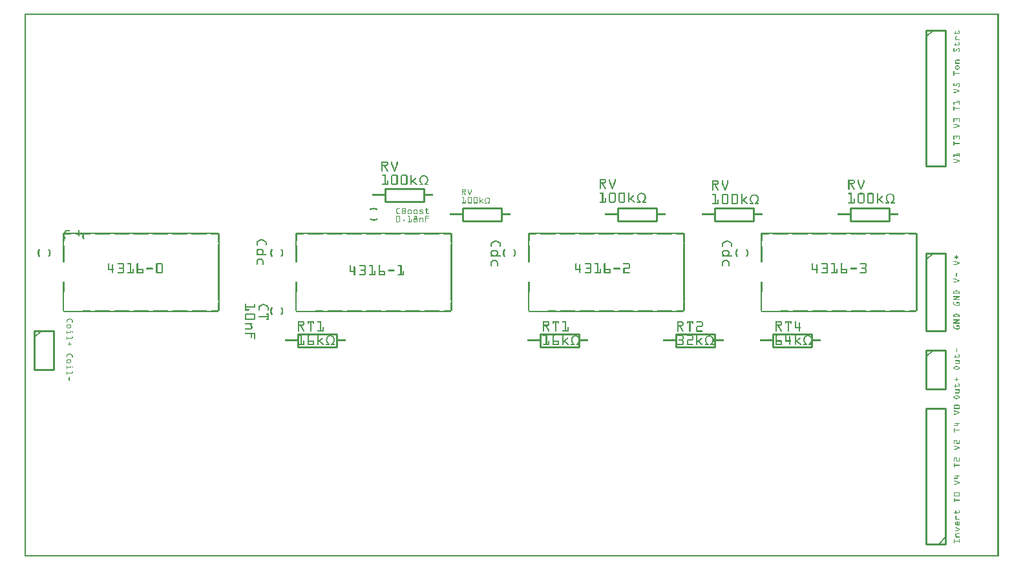
<source format=gto>
G04 MADE WITH FRITZING*
G04 WWW.FRITZING.ORG*
G04 DOUBLE SIDED*
G04 HOLES PLATED*
G04 CONTOUR ON CENTER OF CONTOUR VECTOR*
%ASAXBY*%
%FSLAX23Y23*%
%MOIN*%
%OFA0B0*%
%SFA1.0B1.0*%
%ADD10C,0.010000*%
%ADD11C,0.005000*%
%ADD12R,0.001000X0.001000*%
%LNSILK1*%
G90*
G70*
G54D10*
X1411Y1148D02*
X1611Y1148D01*
D02*
X1611Y1148D02*
X1611Y1082D01*
D02*
X1611Y1082D02*
X1411Y1082D01*
D02*
X1411Y1082D02*
X1411Y1148D01*
D02*
X3061Y1798D02*
X3261Y1798D01*
D02*
X3261Y1798D02*
X3261Y1732D01*
D02*
X3261Y1732D02*
X3061Y1732D01*
D02*
X3061Y1732D02*
X3061Y1798D01*
D02*
X2261Y1798D02*
X2461Y1798D01*
D02*
X2461Y1798D02*
X2461Y1732D01*
D02*
X2461Y1732D02*
X2261Y1732D01*
D02*
X2261Y1732D02*
X2261Y1798D01*
D02*
X1861Y1898D02*
X2061Y1898D01*
D02*
X2061Y1898D02*
X2061Y1832D01*
D02*
X2061Y1832D02*
X1861Y1832D01*
D02*
X1861Y1832D02*
X1861Y1898D01*
D02*
X3561Y1798D02*
X3761Y1798D01*
D02*
X3761Y1798D02*
X3761Y1732D01*
D02*
X3761Y1732D02*
X3561Y1732D01*
D02*
X3561Y1732D02*
X3561Y1798D01*
D02*
X4261Y1798D02*
X4461Y1798D01*
D02*
X4461Y1798D02*
X4461Y1732D01*
D02*
X4461Y1732D02*
X4261Y1732D01*
D02*
X4261Y1732D02*
X4261Y1798D01*
D02*
X3861Y1148D02*
X4061Y1148D01*
D02*
X4061Y1148D02*
X4061Y1082D01*
D02*
X4061Y1082D02*
X3861Y1082D01*
D02*
X3861Y1082D02*
X3861Y1148D01*
D02*
X3361Y1148D02*
X3561Y1148D01*
D02*
X3561Y1148D02*
X3561Y1082D01*
D02*
X3561Y1082D02*
X3361Y1082D01*
D02*
X3361Y1082D02*
X3361Y1148D01*
D02*
X2661Y1148D02*
X2861Y1148D01*
D02*
X2861Y1148D02*
X2861Y1082D01*
D02*
X2861Y1082D02*
X2661Y1082D01*
D02*
X2661Y1082D02*
X2661Y1148D01*
D02*
X4652Y1065D02*
X4652Y865D01*
D02*
X4652Y865D02*
X4752Y865D01*
D02*
X4752Y865D02*
X4752Y1065D01*
D02*
X4752Y1065D02*
X4652Y1065D01*
G54D11*
D02*
X4652Y1030D02*
X4687Y1065D01*
G54D10*
D02*
X52Y1165D02*
X52Y965D01*
D02*
X52Y965D02*
X152Y965D01*
D02*
X152Y965D02*
X152Y1165D01*
D02*
X152Y1165D02*
X52Y1165D01*
G54D11*
D02*
X52Y1130D02*
X87Y1165D01*
G54D10*
D02*
X4652Y1565D02*
X4652Y1165D01*
D02*
X4652Y1165D02*
X4752Y1165D01*
D02*
X4752Y1165D02*
X4752Y1565D01*
D02*
X4752Y1565D02*
X4652Y1565D01*
G54D11*
D02*
X4652Y1530D02*
X4687Y1565D01*
G54D10*
D02*
X4752Y65D02*
X4752Y765D01*
D02*
X4752Y765D02*
X4652Y765D01*
D02*
X4652Y765D02*
X4652Y65D01*
D02*
X4652Y65D02*
X4752Y65D01*
G54D11*
D02*
X4752Y100D02*
X4717Y65D01*
G54D10*
D02*
X4652Y2715D02*
X4652Y2015D01*
D02*
X4652Y2015D02*
X4752Y2015D01*
D02*
X4752Y2015D02*
X4752Y2715D01*
D02*
X4752Y2715D02*
X4652Y2715D01*
G54D11*
D02*
X4652Y2680D02*
X4687Y2715D01*
G54D12*
X0Y2802D02*
X5026Y2802D01*
X0Y2801D02*
X5026Y2801D01*
X0Y2800D02*
X5026Y2800D01*
X0Y2799D02*
X5026Y2799D01*
X0Y2798D02*
X5026Y2798D01*
X0Y2797D02*
X5026Y2797D01*
X0Y2796D02*
X5026Y2796D01*
X0Y2795D02*
X5026Y2795D01*
X0Y2794D02*
X7Y2794D01*
X5019Y2794D02*
X5026Y2794D01*
X0Y2793D02*
X7Y2793D01*
X5019Y2793D02*
X5026Y2793D01*
X0Y2792D02*
X7Y2792D01*
X5019Y2792D02*
X5026Y2792D01*
X0Y2791D02*
X7Y2791D01*
X5019Y2791D02*
X5026Y2791D01*
X0Y2790D02*
X7Y2790D01*
X5019Y2790D02*
X5026Y2790D01*
X0Y2789D02*
X7Y2789D01*
X5019Y2789D02*
X5026Y2789D01*
X0Y2788D02*
X7Y2788D01*
X5019Y2788D02*
X5026Y2788D01*
X0Y2787D02*
X7Y2787D01*
X5019Y2787D02*
X5026Y2787D01*
X0Y2786D02*
X7Y2786D01*
X5019Y2786D02*
X5026Y2786D01*
X0Y2785D02*
X7Y2785D01*
X5019Y2785D02*
X5026Y2785D01*
X0Y2784D02*
X7Y2784D01*
X5019Y2784D02*
X5026Y2784D01*
X0Y2783D02*
X7Y2783D01*
X5019Y2783D02*
X5026Y2783D01*
X0Y2782D02*
X7Y2782D01*
X5019Y2782D02*
X5026Y2782D01*
X0Y2781D02*
X7Y2781D01*
X5019Y2781D02*
X5026Y2781D01*
X0Y2780D02*
X7Y2780D01*
X5019Y2780D02*
X5026Y2780D01*
X0Y2779D02*
X7Y2779D01*
X5019Y2779D02*
X5026Y2779D01*
X0Y2778D02*
X7Y2778D01*
X5019Y2778D02*
X5026Y2778D01*
X0Y2777D02*
X7Y2777D01*
X5019Y2777D02*
X5026Y2777D01*
X0Y2776D02*
X7Y2776D01*
X5019Y2776D02*
X5026Y2776D01*
X0Y2775D02*
X7Y2775D01*
X5019Y2775D02*
X5026Y2775D01*
X0Y2774D02*
X7Y2774D01*
X5019Y2774D02*
X5026Y2774D01*
X0Y2773D02*
X7Y2773D01*
X5019Y2773D02*
X5026Y2773D01*
X0Y2772D02*
X7Y2772D01*
X5019Y2772D02*
X5026Y2772D01*
X0Y2771D02*
X7Y2771D01*
X5019Y2771D02*
X5026Y2771D01*
X0Y2770D02*
X7Y2770D01*
X5019Y2770D02*
X5026Y2770D01*
X0Y2769D02*
X7Y2769D01*
X5019Y2769D02*
X5026Y2769D01*
X0Y2768D02*
X7Y2768D01*
X5019Y2768D02*
X5026Y2768D01*
X0Y2767D02*
X7Y2767D01*
X5019Y2767D02*
X5026Y2767D01*
X0Y2766D02*
X7Y2766D01*
X5019Y2766D02*
X5026Y2766D01*
X0Y2765D02*
X7Y2765D01*
X5019Y2765D02*
X5026Y2765D01*
X0Y2764D02*
X7Y2764D01*
X5019Y2764D02*
X5026Y2764D01*
X0Y2763D02*
X7Y2763D01*
X5019Y2763D02*
X5026Y2763D01*
X0Y2762D02*
X7Y2762D01*
X5019Y2762D02*
X5026Y2762D01*
X0Y2761D02*
X7Y2761D01*
X5019Y2761D02*
X5026Y2761D01*
X0Y2760D02*
X7Y2760D01*
X5019Y2760D02*
X5026Y2760D01*
X0Y2759D02*
X7Y2759D01*
X5019Y2759D02*
X5026Y2759D01*
X0Y2758D02*
X7Y2758D01*
X5019Y2758D02*
X5026Y2758D01*
X0Y2757D02*
X7Y2757D01*
X5019Y2757D02*
X5026Y2757D01*
X0Y2756D02*
X7Y2756D01*
X5019Y2756D02*
X5026Y2756D01*
X0Y2755D02*
X7Y2755D01*
X5019Y2755D02*
X5026Y2755D01*
X0Y2754D02*
X7Y2754D01*
X5019Y2754D02*
X5026Y2754D01*
X0Y2753D02*
X7Y2753D01*
X5019Y2753D02*
X5026Y2753D01*
X0Y2752D02*
X7Y2752D01*
X5019Y2752D02*
X5026Y2752D01*
X0Y2751D02*
X7Y2751D01*
X5019Y2751D02*
X5026Y2751D01*
X0Y2750D02*
X7Y2750D01*
X5019Y2750D02*
X5026Y2750D01*
X0Y2749D02*
X7Y2749D01*
X5019Y2749D02*
X5026Y2749D01*
X0Y2748D02*
X7Y2748D01*
X5019Y2748D02*
X5026Y2748D01*
X0Y2747D02*
X7Y2747D01*
X5019Y2747D02*
X5026Y2747D01*
X0Y2746D02*
X7Y2746D01*
X5019Y2746D02*
X5026Y2746D01*
X0Y2745D02*
X7Y2745D01*
X5019Y2745D02*
X5026Y2745D01*
X0Y2744D02*
X7Y2744D01*
X5019Y2744D02*
X5026Y2744D01*
X0Y2743D02*
X7Y2743D01*
X5019Y2743D02*
X5026Y2743D01*
X0Y2742D02*
X7Y2742D01*
X5019Y2742D02*
X5026Y2742D01*
X0Y2741D02*
X7Y2741D01*
X5019Y2741D02*
X5026Y2741D01*
X0Y2740D02*
X7Y2740D01*
X5019Y2740D02*
X5026Y2740D01*
X0Y2739D02*
X7Y2739D01*
X5019Y2739D02*
X5026Y2739D01*
X0Y2738D02*
X7Y2738D01*
X5019Y2738D02*
X5026Y2738D01*
X0Y2737D02*
X7Y2737D01*
X5019Y2737D02*
X5026Y2737D01*
X0Y2736D02*
X7Y2736D01*
X5019Y2736D02*
X5026Y2736D01*
X0Y2735D02*
X7Y2735D01*
X5019Y2735D02*
X5026Y2735D01*
X0Y2734D02*
X7Y2734D01*
X5019Y2734D02*
X5026Y2734D01*
X0Y2733D02*
X7Y2733D01*
X5019Y2733D02*
X5026Y2733D01*
X0Y2732D02*
X7Y2732D01*
X5019Y2732D02*
X5026Y2732D01*
X0Y2731D02*
X7Y2731D01*
X5019Y2731D02*
X5026Y2731D01*
X0Y2730D02*
X7Y2730D01*
X5019Y2730D02*
X5026Y2730D01*
X0Y2729D02*
X7Y2729D01*
X5019Y2729D02*
X5026Y2729D01*
X0Y2728D02*
X7Y2728D01*
X5019Y2728D02*
X5026Y2728D01*
X0Y2727D02*
X7Y2727D01*
X5019Y2727D02*
X5026Y2727D01*
X0Y2726D02*
X7Y2726D01*
X5019Y2726D02*
X5026Y2726D01*
X0Y2725D02*
X7Y2725D01*
X5019Y2725D02*
X5026Y2725D01*
X0Y2724D02*
X7Y2724D01*
X5019Y2724D02*
X5026Y2724D01*
X0Y2723D02*
X7Y2723D01*
X5019Y2723D02*
X5026Y2723D01*
X0Y2722D02*
X7Y2722D01*
X5019Y2722D02*
X5026Y2722D01*
X0Y2721D02*
X7Y2721D01*
X5019Y2721D02*
X5026Y2721D01*
X0Y2720D02*
X7Y2720D01*
X5019Y2720D02*
X5026Y2720D01*
X0Y2719D02*
X7Y2719D01*
X5019Y2719D02*
X5026Y2719D01*
X0Y2718D02*
X7Y2718D01*
X5019Y2718D02*
X5026Y2718D01*
X0Y2717D02*
X7Y2717D01*
X5019Y2717D02*
X5026Y2717D01*
X0Y2716D02*
X7Y2716D01*
X5019Y2716D02*
X5026Y2716D01*
X0Y2715D02*
X7Y2715D01*
X5019Y2715D02*
X5026Y2715D01*
X0Y2714D02*
X7Y2714D01*
X5019Y2714D02*
X5026Y2714D01*
X0Y2713D02*
X7Y2713D01*
X4817Y2713D02*
X4820Y2713D01*
X5019Y2713D02*
X5026Y2713D01*
X0Y2712D02*
X7Y2712D01*
X4816Y2712D02*
X4821Y2712D01*
X5019Y2712D02*
X5026Y2712D01*
X0Y2711D02*
X7Y2711D01*
X4801Y2711D02*
X4803Y2711D01*
X4817Y2711D02*
X4822Y2711D01*
X5019Y2711D02*
X5026Y2711D01*
X0Y2710D02*
X7Y2710D01*
X4801Y2710D02*
X4804Y2710D01*
X4818Y2710D02*
X4823Y2710D01*
X5019Y2710D02*
X5026Y2710D01*
X0Y2709D02*
X7Y2709D01*
X4801Y2709D02*
X4804Y2709D01*
X4819Y2709D02*
X4823Y2709D01*
X5019Y2709D02*
X5026Y2709D01*
X0Y2708D02*
X7Y2708D01*
X4801Y2708D02*
X4804Y2708D01*
X4820Y2708D02*
X4823Y2708D01*
X5019Y2708D02*
X5026Y2708D01*
X0Y2707D02*
X7Y2707D01*
X4801Y2707D02*
X4804Y2707D01*
X4820Y2707D02*
X4823Y2707D01*
X5019Y2707D02*
X5026Y2707D01*
X0Y2706D02*
X7Y2706D01*
X4801Y2706D02*
X4804Y2706D01*
X4820Y2706D02*
X4823Y2706D01*
X5019Y2706D02*
X5026Y2706D01*
X0Y2705D02*
X7Y2705D01*
X4801Y2705D02*
X4804Y2705D01*
X4820Y2705D02*
X4823Y2705D01*
X5019Y2705D02*
X5026Y2705D01*
X0Y2704D02*
X7Y2704D01*
X4801Y2704D02*
X4804Y2704D01*
X4820Y2704D02*
X4823Y2704D01*
X5019Y2704D02*
X5026Y2704D01*
X0Y2703D02*
X7Y2703D01*
X4801Y2703D02*
X4804Y2703D01*
X4820Y2703D02*
X4823Y2703D01*
X5019Y2703D02*
X5026Y2703D01*
X0Y2702D02*
X7Y2702D01*
X4800Y2702D02*
X4804Y2702D01*
X4819Y2702D02*
X4823Y2702D01*
X5019Y2702D02*
X5026Y2702D01*
X0Y2701D02*
X7Y2701D01*
X4794Y2701D02*
X4823Y2701D01*
X5019Y2701D02*
X5026Y2701D01*
X0Y2700D02*
X7Y2700D01*
X4794Y2700D02*
X4822Y2700D01*
X5019Y2700D02*
X5026Y2700D01*
X0Y2699D02*
X7Y2699D01*
X4794Y2699D02*
X4821Y2699D01*
X5019Y2699D02*
X5026Y2699D01*
X0Y2698D02*
X7Y2698D01*
X4794Y2698D02*
X4820Y2698D01*
X5019Y2698D02*
X5026Y2698D01*
X0Y2697D02*
X7Y2697D01*
X4800Y2697D02*
X4804Y2697D01*
X5019Y2697D02*
X5026Y2697D01*
X0Y2696D02*
X7Y2696D01*
X4801Y2696D02*
X4804Y2696D01*
X5019Y2696D02*
X5026Y2696D01*
X0Y2695D02*
X7Y2695D01*
X4801Y2695D02*
X4804Y2695D01*
X5019Y2695D02*
X5026Y2695D01*
X0Y2694D02*
X7Y2694D01*
X4801Y2694D02*
X4803Y2694D01*
X5019Y2694D02*
X5026Y2694D01*
X0Y2693D02*
X7Y2693D01*
X5019Y2693D02*
X5026Y2693D01*
X0Y2692D02*
X7Y2692D01*
X5019Y2692D02*
X5026Y2692D01*
X0Y2691D02*
X7Y2691D01*
X5019Y2691D02*
X5026Y2691D01*
X0Y2690D02*
X7Y2690D01*
X5019Y2690D02*
X5026Y2690D01*
X0Y2689D02*
X7Y2689D01*
X5019Y2689D02*
X5026Y2689D01*
X0Y2688D02*
X7Y2688D01*
X5019Y2688D02*
X5026Y2688D01*
X0Y2687D02*
X7Y2687D01*
X5019Y2687D02*
X5026Y2687D01*
X0Y2686D02*
X7Y2686D01*
X5019Y2686D02*
X5026Y2686D01*
X0Y2685D02*
X7Y2685D01*
X5019Y2685D02*
X5026Y2685D01*
X0Y2684D02*
X7Y2684D01*
X5019Y2684D02*
X5026Y2684D01*
X0Y2683D02*
X7Y2683D01*
X4804Y2683D02*
X4809Y2683D01*
X5019Y2683D02*
X5026Y2683D01*
X0Y2682D02*
X7Y2682D01*
X4802Y2682D02*
X4809Y2682D01*
X5019Y2682D02*
X5026Y2682D01*
X0Y2681D02*
X7Y2681D01*
X4802Y2681D02*
X4809Y2681D01*
X5019Y2681D02*
X5026Y2681D01*
X0Y2680D02*
X7Y2680D01*
X4801Y2680D02*
X4808Y2680D01*
X5019Y2680D02*
X5026Y2680D01*
X0Y2679D02*
X7Y2679D01*
X4801Y2679D02*
X4804Y2679D01*
X5019Y2679D02*
X5026Y2679D01*
X0Y2678D02*
X7Y2678D01*
X4801Y2678D02*
X4804Y2678D01*
X5019Y2678D02*
X5026Y2678D01*
X0Y2677D02*
X7Y2677D01*
X4801Y2677D02*
X4804Y2677D01*
X5019Y2677D02*
X5026Y2677D01*
X0Y2676D02*
X7Y2676D01*
X4801Y2676D02*
X4804Y2676D01*
X5019Y2676D02*
X5026Y2676D01*
X0Y2675D02*
X7Y2675D01*
X4801Y2675D02*
X4804Y2675D01*
X5019Y2675D02*
X5026Y2675D01*
X0Y2674D02*
X7Y2674D01*
X4801Y2674D02*
X4804Y2674D01*
X5019Y2674D02*
X5026Y2674D01*
X0Y2673D02*
X7Y2673D01*
X4801Y2673D02*
X4805Y2673D01*
X5019Y2673D02*
X5026Y2673D01*
X0Y2672D02*
X7Y2672D01*
X4801Y2672D02*
X4806Y2672D01*
X5019Y2672D02*
X5026Y2672D01*
X0Y2671D02*
X7Y2671D01*
X4802Y2671D02*
X4807Y2671D01*
X5019Y2671D02*
X5026Y2671D01*
X0Y2670D02*
X7Y2670D01*
X4803Y2670D02*
X4807Y2670D01*
X5019Y2670D02*
X5026Y2670D01*
X0Y2669D02*
X7Y2669D01*
X4804Y2669D02*
X4808Y2669D01*
X5019Y2669D02*
X5026Y2669D01*
X0Y2668D02*
X7Y2668D01*
X4805Y2668D02*
X4809Y2668D01*
X5019Y2668D02*
X5026Y2668D01*
X0Y2667D02*
X7Y2667D01*
X4802Y2667D02*
X4822Y2667D01*
X5019Y2667D02*
X5026Y2667D01*
X0Y2666D02*
X7Y2666D01*
X4801Y2666D02*
X4823Y2666D01*
X5019Y2666D02*
X5026Y2666D01*
X0Y2665D02*
X7Y2665D01*
X4801Y2665D02*
X4823Y2665D01*
X5019Y2665D02*
X5026Y2665D01*
X0Y2664D02*
X7Y2664D01*
X4801Y2664D02*
X4823Y2664D01*
X5019Y2664D02*
X5026Y2664D01*
X0Y2663D02*
X7Y2663D01*
X5019Y2663D02*
X5026Y2663D01*
X0Y2662D02*
X7Y2662D01*
X5019Y2662D02*
X5026Y2662D01*
X0Y2661D02*
X7Y2661D01*
X5019Y2661D02*
X5026Y2661D01*
X0Y2660D02*
X7Y2660D01*
X5019Y2660D02*
X5026Y2660D01*
X0Y2659D02*
X7Y2659D01*
X5019Y2659D02*
X5026Y2659D01*
X0Y2658D02*
X7Y2658D01*
X5019Y2658D02*
X5026Y2658D01*
X0Y2657D02*
X7Y2657D01*
X5019Y2657D02*
X5026Y2657D01*
X0Y2656D02*
X7Y2656D01*
X5019Y2656D02*
X5026Y2656D01*
X0Y2655D02*
X7Y2655D01*
X5019Y2655D02*
X5026Y2655D01*
X0Y2654D02*
X7Y2654D01*
X5019Y2654D02*
X5026Y2654D01*
X0Y2653D02*
X7Y2653D01*
X4817Y2653D02*
X4820Y2653D01*
X5019Y2653D02*
X5026Y2653D01*
X0Y2652D02*
X7Y2652D01*
X4817Y2652D02*
X4821Y2652D01*
X5019Y2652D02*
X5026Y2652D01*
X0Y2651D02*
X7Y2651D01*
X4801Y2651D02*
X4803Y2651D01*
X4817Y2651D02*
X4822Y2651D01*
X5019Y2651D02*
X5026Y2651D01*
X0Y2650D02*
X7Y2650D01*
X4801Y2650D02*
X4804Y2650D01*
X4817Y2650D02*
X4823Y2650D01*
X5019Y2650D02*
X5026Y2650D01*
X0Y2649D02*
X7Y2649D01*
X4801Y2649D02*
X4804Y2649D01*
X4819Y2649D02*
X4823Y2649D01*
X5019Y2649D02*
X5026Y2649D01*
X0Y2648D02*
X7Y2648D01*
X4801Y2648D02*
X4804Y2648D01*
X4820Y2648D02*
X4823Y2648D01*
X5019Y2648D02*
X5026Y2648D01*
X0Y2647D02*
X7Y2647D01*
X4801Y2647D02*
X4804Y2647D01*
X4820Y2647D02*
X4823Y2647D01*
X5019Y2647D02*
X5026Y2647D01*
X0Y2646D02*
X7Y2646D01*
X4801Y2646D02*
X4804Y2646D01*
X4820Y2646D02*
X4823Y2646D01*
X5019Y2646D02*
X5026Y2646D01*
X0Y2645D02*
X7Y2645D01*
X4801Y2645D02*
X4804Y2645D01*
X4820Y2645D02*
X4823Y2645D01*
X5019Y2645D02*
X5026Y2645D01*
X0Y2644D02*
X7Y2644D01*
X4801Y2644D02*
X4804Y2644D01*
X4820Y2644D02*
X4823Y2644D01*
X5019Y2644D02*
X5026Y2644D01*
X0Y2643D02*
X7Y2643D01*
X4801Y2643D02*
X4804Y2643D01*
X4820Y2643D02*
X4823Y2643D01*
X5019Y2643D02*
X5026Y2643D01*
X0Y2642D02*
X7Y2642D01*
X4801Y2642D02*
X4804Y2642D01*
X4819Y2642D02*
X4823Y2642D01*
X5019Y2642D02*
X5026Y2642D01*
X0Y2641D02*
X7Y2641D01*
X4794Y2641D02*
X4823Y2641D01*
X5019Y2641D02*
X5026Y2641D01*
X0Y2640D02*
X7Y2640D01*
X4794Y2640D02*
X4822Y2640D01*
X5019Y2640D02*
X5026Y2640D01*
X0Y2639D02*
X7Y2639D01*
X4793Y2639D02*
X4821Y2639D01*
X5019Y2639D02*
X5026Y2639D01*
X0Y2638D02*
X7Y2638D01*
X4794Y2638D02*
X4820Y2638D01*
X5019Y2638D02*
X5026Y2638D01*
X0Y2637D02*
X7Y2637D01*
X4800Y2637D02*
X4804Y2637D01*
X5019Y2637D02*
X5026Y2637D01*
X0Y2636D02*
X7Y2636D01*
X4801Y2636D02*
X4804Y2636D01*
X5019Y2636D02*
X5026Y2636D01*
X0Y2635D02*
X7Y2635D01*
X4801Y2635D02*
X4804Y2635D01*
X5019Y2635D02*
X5026Y2635D01*
X0Y2634D02*
X7Y2634D01*
X4801Y2634D02*
X4803Y2634D01*
X5019Y2634D02*
X5026Y2634D01*
X0Y2633D02*
X7Y2633D01*
X5019Y2633D02*
X5026Y2633D01*
X0Y2632D02*
X7Y2632D01*
X5019Y2632D02*
X5026Y2632D01*
X0Y2631D02*
X7Y2631D01*
X5019Y2631D02*
X5026Y2631D01*
X0Y2630D02*
X7Y2630D01*
X5019Y2630D02*
X5026Y2630D01*
X0Y2629D02*
X7Y2629D01*
X5019Y2629D02*
X5026Y2629D01*
X0Y2628D02*
X7Y2628D01*
X5019Y2628D02*
X5026Y2628D01*
X0Y2627D02*
X7Y2627D01*
X5019Y2627D02*
X5026Y2627D01*
X0Y2626D02*
X7Y2626D01*
X5019Y2626D02*
X5026Y2626D01*
X0Y2625D02*
X7Y2625D01*
X5019Y2625D02*
X5026Y2625D01*
X0Y2624D02*
X7Y2624D01*
X5019Y2624D02*
X5026Y2624D01*
X0Y2623D02*
X7Y2623D01*
X4795Y2623D02*
X4798Y2623D01*
X4817Y2623D02*
X4821Y2623D01*
X5019Y2623D02*
X5026Y2623D01*
X0Y2622D02*
X7Y2622D01*
X4793Y2622D02*
X4798Y2622D01*
X4816Y2622D02*
X4822Y2622D01*
X5019Y2622D02*
X5026Y2622D01*
X0Y2621D02*
X7Y2621D01*
X4793Y2621D02*
X4798Y2621D01*
X4814Y2621D02*
X4823Y2621D01*
X5019Y2621D02*
X5026Y2621D01*
X0Y2620D02*
X7Y2620D01*
X4792Y2620D02*
X4798Y2620D01*
X4813Y2620D02*
X4823Y2620D01*
X5019Y2620D02*
X5026Y2620D01*
X0Y2619D02*
X7Y2619D01*
X4792Y2619D02*
X4796Y2619D01*
X4812Y2619D02*
X4818Y2619D01*
X4820Y2619D02*
X4823Y2619D01*
X5019Y2619D02*
X5026Y2619D01*
X0Y2618D02*
X7Y2618D01*
X4792Y2618D02*
X4795Y2618D01*
X4811Y2618D02*
X4817Y2618D01*
X4820Y2618D02*
X4823Y2618D01*
X5019Y2618D02*
X5026Y2618D01*
X0Y2617D02*
X7Y2617D01*
X4792Y2617D02*
X4795Y2617D01*
X4809Y2617D02*
X4815Y2617D01*
X4820Y2617D02*
X4823Y2617D01*
X5019Y2617D02*
X5026Y2617D01*
X0Y2616D02*
X7Y2616D01*
X4792Y2616D02*
X4795Y2616D01*
X4808Y2616D02*
X4814Y2616D01*
X4820Y2616D02*
X4823Y2616D01*
X5019Y2616D02*
X5026Y2616D01*
X0Y2615D02*
X7Y2615D01*
X4792Y2615D02*
X4795Y2615D01*
X4807Y2615D02*
X4813Y2615D01*
X4820Y2615D02*
X4823Y2615D01*
X5019Y2615D02*
X5026Y2615D01*
X0Y2614D02*
X7Y2614D01*
X4792Y2614D02*
X4795Y2614D01*
X4805Y2614D02*
X4811Y2614D01*
X4820Y2614D02*
X4823Y2614D01*
X5019Y2614D02*
X5026Y2614D01*
X0Y2613D02*
X7Y2613D01*
X4792Y2613D02*
X4795Y2613D01*
X4804Y2613D02*
X4810Y2613D01*
X4820Y2613D02*
X4823Y2613D01*
X5019Y2613D02*
X5026Y2613D01*
X0Y2612D02*
X7Y2612D01*
X4792Y2612D02*
X4795Y2612D01*
X4803Y2612D02*
X4809Y2612D01*
X4820Y2612D02*
X4823Y2612D01*
X5019Y2612D02*
X5026Y2612D01*
X0Y2611D02*
X7Y2611D01*
X4792Y2611D02*
X4795Y2611D01*
X4802Y2611D02*
X4808Y2611D01*
X4820Y2611D02*
X4823Y2611D01*
X5019Y2611D02*
X5026Y2611D01*
X0Y2610D02*
X7Y2610D01*
X4792Y2610D02*
X4795Y2610D01*
X4800Y2610D02*
X4806Y2610D01*
X4820Y2610D02*
X4823Y2610D01*
X5019Y2610D02*
X5026Y2610D01*
X0Y2609D02*
X7Y2609D01*
X4792Y2609D02*
X4795Y2609D01*
X4799Y2609D02*
X4805Y2609D01*
X4820Y2609D02*
X4823Y2609D01*
X5019Y2609D02*
X5026Y2609D01*
X0Y2608D02*
X7Y2608D01*
X4792Y2608D02*
X4795Y2608D01*
X4798Y2608D02*
X4804Y2608D01*
X4820Y2608D02*
X4823Y2608D01*
X5019Y2608D02*
X5026Y2608D01*
X0Y2607D02*
X7Y2607D01*
X4792Y2607D02*
X4802Y2607D01*
X4818Y2607D02*
X4823Y2607D01*
X5019Y2607D02*
X5026Y2607D01*
X0Y2606D02*
X7Y2606D01*
X4792Y2606D02*
X4801Y2606D01*
X4817Y2606D02*
X4822Y2606D01*
X5019Y2606D02*
X5026Y2606D01*
X0Y2605D02*
X7Y2605D01*
X4793Y2605D02*
X4800Y2605D01*
X4816Y2605D02*
X4822Y2605D01*
X5019Y2605D02*
X5026Y2605D01*
X0Y2604D02*
X7Y2604D01*
X4794Y2604D02*
X4799Y2604D01*
X4817Y2604D02*
X4821Y2604D01*
X5019Y2604D02*
X5026Y2604D01*
X0Y2603D02*
X7Y2603D01*
X4796Y2603D02*
X4796Y2603D01*
X4818Y2603D02*
X4818Y2603D01*
X5019Y2603D02*
X5026Y2603D01*
X0Y2602D02*
X7Y2602D01*
X5019Y2602D02*
X5026Y2602D01*
X0Y2601D02*
X7Y2601D01*
X5019Y2601D02*
X5026Y2601D01*
X0Y2600D02*
X7Y2600D01*
X5019Y2600D02*
X5026Y2600D01*
X0Y2599D02*
X7Y2599D01*
X5019Y2599D02*
X5026Y2599D01*
X0Y2598D02*
X7Y2598D01*
X5019Y2598D02*
X5026Y2598D01*
X0Y2597D02*
X7Y2597D01*
X5019Y2597D02*
X5026Y2597D01*
X0Y2596D02*
X7Y2596D01*
X5019Y2596D02*
X5026Y2596D01*
X0Y2595D02*
X7Y2595D01*
X5019Y2595D02*
X5026Y2595D01*
X0Y2594D02*
X7Y2594D01*
X5019Y2594D02*
X5026Y2594D01*
X0Y2593D02*
X7Y2593D01*
X5019Y2593D02*
X5026Y2593D01*
X0Y2592D02*
X7Y2592D01*
X5019Y2592D02*
X5026Y2592D01*
X0Y2591D02*
X7Y2591D01*
X5019Y2591D02*
X5026Y2591D01*
X0Y2590D02*
X7Y2590D01*
X5019Y2590D02*
X5026Y2590D01*
X0Y2589D02*
X7Y2589D01*
X5019Y2589D02*
X5026Y2589D01*
X0Y2588D02*
X7Y2588D01*
X5019Y2588D02*
X5026Y2588D01*
X0Y2587D02*
X7Y2587D01*
X5019Y2587D02*
X5026Y2587D01*
X0Y2586D02*
X7Y2586D01*
X5019Y2586D02*
X5026Y2586D01*
X0Y2585D02*
X7Y2585D01*
X5019Y2585D02*
X5026Y2585D01*
X0Y2584D02*
X7Y2584D01*
X5019Y2584D02*
X5026Y2584D01*
X0Y2583D02*
X7Y2583D01*
X5019Y2583D02*
X5026Y2583D01*
X0Y2582D02*
X7Y2582D01*
X5019Y2582D02*
X5026Y2582D01*
X0Y2581D02*
X7Y2581D01*
X5019Y2581D02*
X5026Y2581D01*
X0Y2580D02*
X7Y2580D01*
X5019Y2580D02*
X5026Y2580D01*
X0Y2579D02*
X7Y2579D01*
X5019Y2579D02*
X5026Y2579D01*
X0Y2578D02*
X7Y2578D01*
X5019Y2578D02*
X5026Y2578D01*
X0Y2577D02*
X7Y2577D01*
X5019Y2577D02*
X5026Y2577D01*
X0Y2576D02*
X7Y2576D01*
X5019Y2576D02*
X5026Y2576D01*
X0Y2575D02*
X7Y2575D01*
X5019Y2575D02*
X5026Y2575D01*
X0Y2574D02*
X7Y2574D01*
X5019Y2574D02*
X5026Y2574D01*
X0Y2573D02*
X7Y2573D01*
X5019Y2573D02*
X5026Y2573D01*
X0Y2572D02*
X7Y2572D01*
X5019Y2572D02*
X5026Y2572D01*
X0Y2571D02*
X7Y2571D01*
X5019Y2571D02*
X5026Y2571D01*
X0Y2570D02*
X7Y2570D01*
X5019Y2570D02*
X5026Y2570D01*
X0Y2569D02*
X7Y2569D01*
X5019Y2569D02*
X5026Y2569D01*
X0Y2568D02*
X7Y2568D01*
X5019Y2568D02*
X5026Y2568D01*
X0Y2567D02*
X7Y2567D01*
X5019Y2567D02*
X5026Y2567D01*
X0Y2566D02*
X7Y2566D01*
X5019Y2566D02*
X5026Y2566D01*
X0Y2565D02*
X7Y2565D01*
X5019Y2565D02*
X5026Y2565D01*
X0Y2564D02*
X7Y2564D01*
X5019Y2564D02*
X5026Y2564D01*
X0Y2563D02*
X7Y2563D01*
X4806Y2563D02*
X4822Y2563D01*
X5019Y2563D02*
X5026Y2563D01*
X0Y2562D02*
X7Y2562D01*
X4803Y2562D02*
X4823Y2562D01*
X5019Y2562D02*
X5026Y2562D01*
X0Y2561D02*
X7Y2561D01*
X4802Y2561D02*
X4823Y2561D01*
X5019Y2561D02*
X5026Y2561D01*
X0Y2560D02*
X7Y2560D01*
X4801Y2560D02*
X4823Y2560D01*
X5019Y2560D02*
X5026Y2560D01*
X0Y2559D02*
X7Y2559D01*
X4801Y2559D02*
X4822Y2559D01*
X5019Y2559D02*
X5026Y2559D01*
X0Y2558D02*
X7Y2558D01*
X4801Y2558D02*
X4804Y2558D01*
X5019Y2558D02*
X5026Y2558D01*
X0Y2557D02*
X7Y2557D01*
X4801Y2557D02*
X4804Y2557D01*
X5019Y2557D02*
X5026Y2557D01*
X0Y2556D02*
X7Y2556D01*
X4801Y2556D02*
X4804Y2556D01*
X5019Y2556D02*
X5026Y2556D01*
X0Y2555D02*
X7Y2555D01*
X4801Y2555D02*
X4804Y2555D01*
X5019Y2555D02*
X5026Y2555D01*
X0Y2554D02*
X7Y2554D01*
X4801Y2554D02*
X4804Y2554D01*
X5019Y2554D02*
X5026Y2554D01*
X0Y2553D02*
X7Y2553D01*
X4801Y2553D02*
X4804Y2553D01*
X5019Y2553D02*
X5026Y2553D01*
X0Y2552D02*
X7Y2552D01*
X4801Y2552D02*
X4805Y2552D01*
X5019Y2552D02*
X5026Y2552D01*
X0Y2551D02*
X7Y2551D01*
X4802Y2551D02*
X4805Y2551D01*
X5019Y2551D02*
X5026Y2551D01*
X0Y2550D02*
X7Y2550D01*
X4802Y2550D02*
X4806Y2550D01*
X5019Y2550D02*
X5026Y2550D01*
X0Y2549D02*
X7Y2549D01*
X4803Y2549D02*
X4807Y2549D01*
X5019Y2549D02*
X5026Y2549D01*
X0Y2548D02*
X7Y2548D01*
X4803Y2548D02*
X4807Y2548D01*
X5019Y2548D02*
X5026Y2548D01*
X0Y2547D02*
X7Y2547D01*
X4804Y2547D02*
X4808Y2547D01*
X5019Y2547D02*
X5026Y2547D01*
X0Y2546D02*
X7Y2546D01*
X4801Y2546D02*
X4823Y2546D01*
X5019Y2546D02*
X5026Y2546D01*
X0Y2545D02*
X7Y2545D01*
X4801Y2545D02*
X4823Y2545D01*
X5019Y2545D02*
X5026Y2545D01*
X0Y2544D02*
X7Y2544D01*
X4801Y2544D02*
X4823Y2544D01*
X5019Y2544D02*
X5026Y2544D01*
X0Y2543D02*
X7Y2543D01*
X4802Y2543D02*
X4822Y2543D01*
X5019Y2543D02*
X5026Y2543D01*
X0Y2542D02*
X7Y2542D01*
X5019Y2542D02*
X5026Y2542D01*
X0Y2541D02*
X7Y2541D01*
X5019Y2541D02*
X5026Y2541D01*
X0Y2540D02*
X7Y2540D01*
X5019Y2540D02*
X5026Y2540D01*
X0Y2539D02*
X7Y2539D01*
X5019Y2539D02*
X5026Y2539D01*
X0Y2538D02*
X7Y2538D01*
X5019Y2538D02*
X5026Y2538D01*
X0Y2537D02*
X7Y2537D01*
X5019Y2537D02*
X5026Y2537D01*
X0Y2536D02*
X7Y2536D01*
X5019Y2536D02*
X5026Y2536D01*
X0Y2535D02*
X7Y2535D01*
X5019Y2535D02*
X5026Y2535D01*
X0Y2534D02*
X7Y2534D01*
X5019Y2534D02*
X5026Y2534D01*
X0Y2533D02*
X7Y2533D01*
X4806Y2533D02*
X4818Y2533D01*
X5019Y2533D02*
X5026Y2533D01*
X0Y2532D02*
X7Y2532D01*
X4804Y2532D02*
X4819Y2532D01*
X5019Y2532D02*
X5026Y2532D01*
X0Y2531D02*
X7Y2531D01*
X4803Y2531D02*
X4820Y2531D01*
X5019Y2531D02*
X5026Y2531D01*
X0Y2530D02*
X7Y2530D01*
X4802Y2530D02*
X4821Y2530D01*
X5019Y2530D02*
X5026Y2530D01*
X0Y2529D02*
X7Y2529D01*
X4802Y2529D02*
X4807Y2529D01*
X4817Y2529D02*
X4822Y2529D01*
X5019Y2529D02*
X5026Y2529D01*
X0Y2528D02*
X7Y2528D01*
X4801Y2528D02*
X4805Y2528D01*
X4819Y2528D02*
X4823Y2528D01*
X5019Y2528D02*
X5026Y2528D01*
X0Y2527D02*
X7Y2527D01*
X4801Y2527D02*
X4804Y2527D01*
X4819Y2527D02*
X4823Y2527D01*
X5019Y2527D02*
X5026Y2527D01*
X0Y2526D02*
X7Y2526D01*
X4801Y2526D02*
X4804Y2526D01*
X4820Y2526D02*
X4823Y2526D01*
X5019Y2526D02*
X5026Y2526D01*
X0Y2525D02*
X7Y2525D01*
X4801Y2525D02*
X4804Y2525D01*
X4820Y2525D02*
X4823Y2525D01*
X5019Y2525D02*
X5026Y2525D01*
X0Y2524D02*
X7Y2524D01*
X4801Y2524D02*
X4804Y2524D01*
X4820Y2524D02*
X4823Y2524D01*
X5019Y2524D02*
X5026Y2524D01*
X0Y2523D02*
X7Y2523D01*
X4801Y2523D02*
X4804Y2523D01*
X4820Y2523D02*
X4823Y2523D01*
X5019Y2523D02*
X5026Y2523D01*
X0Y2522D02*
X7Y2522D01*
X4801Y2522D02*
X4804Y2522D01*
X4820Y2522D02*
X4823Y2522D01*
X5019Y2522D02*
X5026Y2522D01*
X0Y2521D02*
X7Y2521D01*
X4801Y2521D02*
X4804Y2521D01*
X4820Y2521D02*
X4823Y2521D01*
X5019Y2521D02*
X5026Y2521D01*
X0Y2520D02*
X7Y2520D01*
X4801Y2520D02*
X4804Y2520D01*
X4820Y2520D02*
X4823Y2520D01*
X5019Y2520D02*
X5026Y2520D01*
X0Y2519D02*
X7Y2519D01*
X4801Y2519D02*
X4804Y2519D01*
X4819Y2519D02*
X4823Y2519D01*
X5019Y2519D02*
X5026Y2519D01*
X0Y2518D02*
X7Y2518D01*
X4801Y2518D02*
X4805Y2518D01*
X4819Y2518D02*
X4823Y2518D01*
X5019Y2518D02*
X5026Y2518D01*
X0Y2517D02*
X7Y2517D01*
X4802Y2517D02*
X4806Y2517D01*
X4817Y2517D02*
X4822Y2517D01*
X5019Y2517D02*
X5026Y2517D01*
X0Y2516D02*
X7Y2516D01*
X4802Y2516D02*
X4821Y2516D01*
X5019Y2516D02*
X5026Y2516D01*
X0Y2515D02*
X7Y2515D01*
X4803Y2515D02*
X4821Y2515D01*
X5019Y2515D02*
X5026Y2515D01*
X0Y2514D02*
X7Y2514D01*
X4804Y2514D02*
X4820Y2514D01*
X5019Y2514D02*
X5026Y2514D01*
X0Y2513D02*
X7Y2513D01*
X4806Y2513D02*
X4818Y2513D01*
X5019Y2513D02*
X5026Y2513D01*
X0Y2512D02*
X7Y2512D01*
X5019Y2512D02*
X5026Y2512D01*
X0Y2511D02*
X7Y2511D01*
X5019Y2511D02*
X5026Y2511D01*
X0Y2510D02*
X7Y2510D01*
X5019Y2510D02*
X5026Y2510D01*
X0Y2509D02*
X7Y2509D01*
X5019Y2509D02*
X5026Y2509D01*
X0Y2508D02*
X7Y2508D01*
X5019Y2508D02*
X5026Y2508D01*
X0Y2507D02*
X7Y2507D01*
X5019Y2507D02*
X5026Y2507D01*
X0Y2506D02*
X7Y2506D01*
X5019Y2506D02*
X5026Y2506D01*
X0Y2505D02*
X7Y2505D01*
X5019Y2505D02*
X5026Y2505D01*
X0Y2504D02*
X7Y2504D01*
X5019Y2504D02*
X5026Y2504D01*
X0Y2503D02*
X7Y2503D01*
X4792Y2503D02*
X4797Y2503D01*
X5019Y2503D02*
X5026Y2503D01*
X0Y2502D02*
X7Y2502D01*
X4792Y2502D02*
X4798Y2502D01*
X5019Y2502D02*
X5026Y2502D01*
X0Y2501D02*
X7Y2501D01*
X4792Y2501D02*
X4798Y2501D01*
X5019Y2501D02*
X5026Y2501D01*
X0Y2500D02*
X7Y2500D01*
X4792Y2500D02*
X4798Y2500D01*
X5019Y2500D02*
X5026Y2500D01*
X0Y2499D02*
X7Y2499D01*
X4792Y2499D02*
X4796Y2499D01*
X5019Y2499D02*
X5026Y2499D01*
X0Y2498D02*
X7Y2498D01*
X4792Y2498D02*
X4795Y2498D01*
X5019Y2498D02*
X5026Y2498D01*
X0Y2497D02*
X7Y2497D01*
X4792Y2497D02*
X4795Y2497D01*
X5019Y2497D02*
X5026Y2497D01*
X0Y2496D02*
X7Y2496D01*
X4792Y2496D02*
X4795Y2496D01*
X5019Y2496D02*
X5026Y2496D01*
X0Y2495D02*
X7Y2495D01*
X4792Y2495D02*
X4795Y2495D01*
X5019Y2495D02*
X5026Y2495D01*
X0Y2494D02*
X7Y2494D01*
X4792Y2494D02*
X4823Y2494D01*
X5019Y2494D02*
X5026Y2494D01*
X0Y2493D02*
X7Y2493D01*
X4792Y2493D02*
X4823Y2493D01*
X5019Y2493D02*
X5026Y2493D01*
X0Y2492D02*
X7Y2492D01*
X4792Y2492D02*
X4823Y2492D01*
X5019Y2492D02*
X5026Y2492D01*
X0Y2491D02*
X7Y2491D01*
X4792Y2491D02*
X4822Y2491D01*
X5019Y2491D02*
X5026Y2491D01*
X0Y2490D02*
X7Y2490D01*
X4792Y2490D02*
X4795Y2490D01*
X5019Y2490D02*
X5026Y2490D01*
X0Y2489D02*
X7Y2489D01*
X4792Y2489D02*
X4795Y2489D01*
X5019Y2489D02*
X5026Y2489D01*
X0Y2488D02*
X7Y2488D01*
X4792Y2488D02*
X4795Y2488D01*
X5019Y2488D02*
X5026Y2488D01*
X0Y2487D02*
X7Y2487D01*
X4792Y2487D02*
X4795Y2487D01*
X5019Y2487D02*
X5026Y2487D01*
X0Y2486D02*
X7Y2486D01*
X4792Y2486D02*
X4798Y2486D01*
X5019Y2486D02*
X5026Y2486D01*
X0Y2485D02*
X7Y2485D01*
X4792Y2485D02*
X4798Y2485D01*
X5019Y2485D02*
X5026Y2485D01*
X0Y2484D02*
X7Y2484D01*
X4792Y2484D02*
X4798Y2484D01*
X5019Y2484D02*
X5026Y2484D01*
X0Y2483D02*
X7Y2483D01*
X4792Y2483D02*
X4798Y2483D01*
X5019Y2483D02*
X5026Y2483D01*
X0Y2482D02*
X7Y2482D01*
X5019Y2482D02*
X5026Y2482D01*
X0Y2481D02*
X7Y2481D01*
X5019Y2481D02*
X5026Y2481D01*
X0Y2480D02*
X7Y2480D01*
X5019Y2480D02*
X5026Y2480D01*
X0Y2479D02*
X7Y2479D01*
X5019Y2479D02*
X5026Y2479D01*
X0Y2478D02*
X7Y2478D01*
X5019Y2478D02*
X5026Y2478D01*
X0Y2477D02*
X7Y2477D01*
X5019Y2477D02*
X5026Y2477D01*
X0Y2476D02*
X7Y2476D01*
X5019Y2476D02*
X5026Y2476D01*
X0Y2475D02*
X7Y2475D01*
X5019Y2475D02*
X5026Y2475D01*
X0Y2474D02*
X7Y2474D01*
X5019Y2474D02*
X5026Y2474D01*
X0Y2473D02*
X7Y2473D01*
X5019Y2473D02*
X5026Y2473D01*
X0Y2472D02*
X7Y2472D01*
X5019Y2472D02*
X5026Y2472D01*
X0Y2471D02*
X7Y2471D01*
X5019Y2471D02*
X5026Y2471D01*
X0Y2470D02*
X7Y2470D01*
X5019Y2470D02*
X5026Y2470D01*
X0Y2469D02*
X7Y2469D01*
X5019Y2469D02*
X5026Y2469D01*
X0Y2468D02*
X7Y2468D01*
X5019Y2468D02*
X5026Y2468D01*
X0Y2467D02*
X7Y2467D01*
X5019Y2467D02*
X5026Y2467D01*
X0Y2466D02*
X7Y2466D01*
X5019Y2466D02*
X5026Y2466D01*
X0Y2465D02*
X7Y2465D01*
X5019Y2465D02*
X5026Y2465D01*
X0Y2464D02*
X7Y2464D01*
X5019Y2464D02*
X5026Y2464D01*
X0Y2463D02*
X7Y2463D01*
X5019Y2463D02*
X5026Y2463D01*
X0Y2462D02*
X7Y2462D01*
X5019Y2462D02*
X5026Y2462D01*
X0Y2461D02*
X7Y2461D01*
X5019Y2461D02*
X5026Y2461D01*
X0Y2460D02*
X7Y2460D01*
X5019Y2460D02*
X5026Y2460D01*
X0Y2459D02*
X7Y2459D01*
X5019Y2459D02*
X5026Y2459D01*
X0Y2458D02*
X7Y2458D01*
X5019Y2458D02*
X5026Y2458D01*
X0Y2457D02*
X7Y2457D01*
X5019Y2457D02*
X5026Y2457D01*
X0Y2456D02*
X7Y2456D01*
X5019Y2456D02*
X5026Y2456D01*
X0Y2455D02*
X7Y2455D01*
X5019Y2455D02*
X5026Y2455D01*
X0Y2454D02*
X7Y2454D01*
X5019Y2454D02*
X5026Y2454D01*
X0Y2453D02*
X7Y2453D01*
X5019Y2453D02*
X5026Y2453D01*
X0Y2452D02*
X7Y2452D01*
X5019Y2452D02*
X5026Y2452D01*
X0Y2451D02*
X7Y2451D01*
X5019Y2451D02*
X5026Y2451D01*
X0Y2450D02*
X7Y2450D01*
X5019Y2450D02*
X5026Y2450D01*
X0Y2449D02*
X7Y2449D01*
X5019Y2449D02*
X5026Y2449D01*
X0Y2448D02*
X7Y2448D01*
X5019Y2448D02*
X5026Y2448D01*
X0Y2447D02*
X7Y2447D01*
X5019Y2447D02*
X5026Y2447D01*
X0Y2446D02*
X7Y2446D01*
X5019Y2446D02*
X5026Y2446D01*
X0Y2445D02*
X7Y2445D01*
X5019Y2445D02*
X5026Y2445D01*
X0Y2444D02*
X7Y2444D01*
X5019Y2444D02*
X5026Y2444D01*
X0Y2443D02*
X7Y2443D01*
X5019Y2443D02*
X5026Y2443D01*
X0Y2442D02*
X7Y2442D01*
X4792Y2442D02*
X4794Y2442D01*
X4808Y2442D02*
X4822Y2442D01*
X5019Y2442D02*
X5026Y2442D01*
X0Y2441D02*
X7Y2441D01*
X4792Y2441D02*
X4795Y2441D01*
X4807Y2441D02*
X4822Y2441D01*
X5019Y2441D02*
X5026Y2441D01*
X0Y2440D02*
X7Y2440D01*
X4792Y2440D02*
X4795Y2440D01*
X4806Y2440D02*
X4823Y2440D01*
X5019Y2440D02*
X5026Y2440D01*
X0Y2439D02*
X7Y2439D01*
X4792Y2439D02*
X4795Y2439D01*
X4806Y2439D02*
X4823Y2439D01*
X5019Y2439D02*
X5026Y2439D01*
X0Y2438D02*
X7Y2438D01*
X4792Y2438D02*
X4795Y2438D01*
X4806Y2438D02*
X4809Y2438D01*
X4820Y2438D02*
X4823Y2438D01*
X5019Y2438D02*
X5026Y2438D01*
X0Y2437D02*
X7Y2437D01*
X4792Y2437D02*
X4795Y2437D01*
X4806Y2437D02*
X4809Y2437D01*
X4820Y2437D02*
X4823Y2437D01*
X5019Y2437D02*
X5026Y2437D01*
X0Y2436D02*
X7Y2436D01*
X4792Y2436D02*
X4795Y2436D01*
X4806Y2436D02*
X4809Y2436D01*
X4820Y2436D02*
X4823Y2436D01*
X5019Y2436D02*
X5026Y2436D01*
X0Y2435D02*
X7Y2435D01*
X4792Y2435D02*
X4795Y2435D01*
X4806Y2435D02*
X4809Y2435D01*
X4820Y2435D02*
X4823Y2435D01*
X5019Y2435D02*
X5026Y2435D01*
X0Y2434D02*
X7Y2434D01*
X4792Y2434D02*
X4795Y2434D01*
X4806Y2434D02*
X4809Y2434D01*
X4820Y2434D02*
X4823Y2434D01*
X5019Y2434D02*
X5026Y2434D01*
X0Y2433D02*
X7Y2433D01*
X4792Y2433D02*
X4795Y2433D01*
X4806Y2433D02*
X4809Y2433D01*
X4820Y2433D02*
X4823Y2433D01*
X5019Y2433D02*
X5026Y2433D01*
X0Y2432D02*
X7Y2432D01*
X4792Y2432D02*
X4795Y2432D01*
X4806Y2432D02*
X4809Y2432D01*
X4820Y2432D02*
X4823Y2432D01*
X5019Y2432D02*
X5026Y2432D01*
X0Y2431D02*
X7Y2431D01*
X4792Y2431D02*
X4795Y2431D01*
X4806Y2431D02*
X4809Y2431D01*
X4820Y2431D02*
X4823Y2431D01*
X5019Y2431D02*
X5026Y2431D01*
X0Y2430D02*
X7Y2430D01*
X4792Y2430D02*
X4809Y2430D01*
X4820Y2430D02*
X4823Y2430D01*
X5019Y2430D02*
X5026Y2430D01*
X0Y2429D02*
X7Y2429D01*
X4792Y2429D02*
X4809Y2429D01*
X4820Y2429D02*
X4823Y2429D01*
X5019Y2429D02*
X5026Y2429D01*
X0Y2428D02*
X7Y2428D01*
X4792Y2428D02*
X4809Y2428D01*
X4820Y2428D02*
X4823Y2428D01*
X5019Y2428D02*
X5026Y2428D01*
X0Y2427D02*
X7Y2427D01*
X4792Y2427D02*
X4809Y2427D01*
X4819Y2427D02*
X4823Y2427D01*
X5019Y2427D02*
X5026Y2427D01*
X0Y2426D02*
X7Y2426D01*
X4819Y2426D02*
X4822Y2426D01*
X5019Y2426D02*
X5026Y2426D01*
X0Y2425D02*
X7Y2425D01*
X4818Y2425D02*
X4822Y2425D01*
X5019Y2425D02*
X5026Y2425D01*
X0Y2424D02*
X7Y2424D01*
X4818Y2424D02*
X4822Y2424D01*
X5019Y2424D02*
X5026Y2424D01*
X0Y2423D02*
X7Y2423D01*
X4819Y2423D02*
X4821Y2423D01*
X5019Y2423D02*
X5026Y2423D01*
X0Y2422D02*
X7Y2422D01*
X5019Y2422D02*
X5026Y2422D01*
X0Y2421D02*
X7Y2421D01*
X5019Y2421D02*
X5026Y2421D01*
X0Y2420D02*
X7Y2420D01*
X5019Y2420D02*
X5026Y2420D01*
X0Y2419D02*
X7Y2419D01*
X5019Y2419D02*
X5026Y2419D01*
X0Y2418D02*
X7Y2418D01*
X5019Y2418D02*
X5026Y2418D01*
X0Y2417D02*
X7Y2417D01*
X5019Y2417D02*
X5026Y2417D01*
X0Y2416D02*
X7Y2416D01*
X5019Y2416D02*
X5026Y2416D01*
X0Y2415D02*
X7Y2415D01*
X5019Y2415D02*
X5026Y2415D01*
X0Y2414D02*
X7Y2414D01*
X5019Y2414D02*
X5026Y2414D01*
X0Y2413D02*
X7Y2413D01*
X5019Y2413D02*
X5026Y2413D01*
X0Y2412D02*
X7Y2412D01*
X4792Y2412D02*
X4802Y2412D01*
X5019Y2412D02*
X5026Y2412D01*
X0Y2411D02*
X7Y2411D01*
X4792Y2411D02*
X4805Y2411D01*
X5019Y2411D02*
X5026Y2411D01*
X0Y2410D02*
X7Y2410D01*
X4792Y2410D02*
X4808Y2410D01*
X5019Y2410D02*
X5026Y2410D01*
X0Y2409D02*
X7Y2409D01*
X4793Y2409D02*
X4810Y2409D01*
X5019Y2409D02*
X5026Y2409D01*
X0Y2408D02*
X7Y2408D01*
X4802Y2408D02*
X4813Y2408D01*
X5019Y2408D02*
X5026Y2408D01*
X0Y2407D02*
X7Y2407D01*
X4805Y2407D02*
X4815Y2407D01*
X5019Y2407D02*
X5026Y2407D01*
X0Y2406D02*
X7Y2406D01*
X4807Y2406D02*
X4818Y2406D01*
X5019Y2406D02*
X5026Y2406D01*
X0Y2405D02*
X7Y2405D01*
X4810Y2405D02*
X4820Y2405D01*
X5019Y2405D02*
X5026Y2405D01*
X0Y2404D02*
X7Y2404D01*
X4812Y2404D02*
X4822Y2404D01*
X5019Y2404D02*
X5026Y2404D01*
X0Y2403D02*
X7Y2403D01*
X4815Y2403D02*
X4823Y2403D01*
X5019Y2403D02*
X5026Y2403D01*
X0Y2402D02*
X7Y2402D01*
X4815Y2402D02*
X4823Y2402D01*
X5019Y2402D02*
X5026Y2402D01*
X0Y2401D02*
X7Y2401D01*
X4812Y2401D02*
X4822Y2401D01*
X5019Y2401D02*
X5026Y2401D01*
X0Y2400D02*
X7Y2400D01*
X4810Y2400D02*
X4821Y2400D01*
X5019Y2400D02*
X5026Y2400D01*
X0Y2399D02*
X7Y2399D01*
X4807Y2399D02*
X4818Y2399D01*
X5019Y2399D02*
X5026Y2399D01*
X0Y2398D02*
X7Y2398D01*
X4805Y2398D02*
X4815Y2398D01*
X5019Y2398D02*
X5026Y2398D01*
X0Y2397D02*
X7Y2397D01*
X4802Y2397D02*
X4813Y2397D01*
X5019Y2397D02*
X5026Y2397D01*
X0Y2396D02*
X7Y2396D01*
X4793Y2396D02*
X4810Y2396D01*
X5019Y2396D02*
X5026Y2396D01*
X0Y2395D02*
X7Y2395D01*
X4792Y2395D02*
X4808Y2395D01*
X5019Y2395D02*
X5026Y2395D01*
X0Y2394D02*
X7Y2394D01*
X4792Y2394D02*
X4805Y2394D01*
X5019Y2394D02*
X5026Y2394D01*
X0Y2393D02*
X7Y2393D01*
X4792Y2393D02*
X4803Y2393D01*
X5019Y2393D02*
X5026Y2393D01*
X0Y2392D02*
X7Y2392D01*
X5019Y2392D02*
X5026Y2392D01*
X0Y2391D02*
X7Y2391D01*
X5019Y2391D02*
X5026Y2391D01*
X0Y2390D02*
X7Y2390D01*
X5019Y2390D02*
X5026Y2390D01*
X0Y2389D02*
X7Y2389D01*
X5019Y2389D02*
X5026Y2389D01*
X0Y2388D02*
X7Y2388D01*
X5019Y2388D02*
X5026Y2388D01*
X0Y2387D02*
X7Y2387D01*
X5019Y2387D02*
X5026Y2387D01*
X0Y2386D02*
X7Y2386D01*
X5019Y2386D02*
X5026Y2386D01*
X0Y2385D02*
X7Y2385D01*
X5019Y2385D02*
X5026Y2385D01*
X0Y2384D02*
X7Y2384D01*
X5019Y2384D02*
X5026Y2384D01*
X0Y2383D02*
X7Y2383D01*
X5019Y2383D02*
X5026Y2383D01*
X0Y2382D02*
X7Y2382D01*
X5019Y2382D02*
X5026Y2382D01*
X0Y2381D02*
X7Y2381D01*
X5019Y2381D02*
X5026Y2381D01*
X0Y2380D02*
X7Y2380D01*
X5019Y2380D02*
X5026Y2380D01*
X0Y2379D02*
X7Y2379D01*
X5019Y2379D02*
X5026Y2379D01*
X0Y2378D02*
X7Y2378D01*
X5019Y2378D02*
X5026Y2378D01*
X0Y2377D02*
X7Y2377D01*
X5019Y2377D02*
X5026Y2377D01*
X0Y2376D02*
X7Y2376D01*
X5019Y2376D02*
X5026Y2376D01*
X0Y2375D02*
X7Y2375D01*
X5019Y2375D02*
X5026Y2375D01*
X0Y2374D02*
X7Y2374D01*
X5019Y2374D02*
X5026Y2374D01*
X0Y2373D02*
X7Y2373D01*
X5019Y2373D02*
X5026Y2373D01*
X0Y2372D02*
X7Y2372D01*
X5019Y2372D02*
X5026Y2372D01*
X0Y2371D02*
X7Y2371D01*
X5019Y2371D02*
X5026Y2371D01*
X0Y2370D02*
X7Y2370D01*
X5019Y2370D02*
X5026Y2370D01*
X0Y2369D02*
X7Y2369D01*
X5019Y2369D02*
X5026Y2369D01*
X0Y2368D02*
X7Y2368D01*
X5019Y2368D02*
X5026Y2368D01*
X0Y2367D02*
X7Y2367D01*
X5019Y2367D02*
X5026Y2367D01*
X0Y2366D02*
X7Y2366D01*
X5019Y2366D02*
X5026Y2366D01*
X0Y2365D02*
X7Y2365D01*
X5019Y2365D02*
X5026Y2365D01*
X0Y2364D02*
X7Y2364D01*
X5019Y2364D02*
X5026Y2364D01*
X0Y2363D02*
X7Y2363D01*
X5019Y2363D02*
X5026Y2363D01*
X0Y2362D02*
X7Y2362D01*
X5019Y2362D02*
X5026Y2362D01*
X0Y2361D02*
X7Y2361D01*
X5019Y2361D02*
X5026Y2361D01*
X0Y2360D02*
X7Y2360D01*
X5019Y2360D02*
X5026Y2360D01*
X0Y2359D02*
X7Y2359D01*
X5019Y2359D02*
X5026Y2359D01*
X0Y2358D02*
X7Y2358D01*
X5019Y2358D02*
X5026Y2358D01*
X0Y2357D02*
X7Y2357D01*
X5019Y2357D02*
X5026Y2357D01*
X0Y2356D02*
X7Y2356D01*
X5019Y2356D02*
X5026Y2356D01*
X0Y2355D02*
X7Y2355D01*
X5019Y2355D02*
X5026Y2355D01*
X0Y2354D02*
X7Y2354D01*
X5019Y2354D02*
X5026Y2354D01*
X0Y2353D02*
X7Y2353D01*
X5019Y2353D02*
X5026Y2353D01*
X0Y2352D02*
X7Y2352D01*
X4810Y2352D02*
X4822Y2352D01*
X5019Y2352D02*
X5026Y2352D01*
X0Y2351D02*
X7Y2351D01*
X4809Y2351D02*
X4823Y2351D01*
X5019Y2351D02*
X5026Y2351D01*
X0Y2350D02*
X7Y2350D01*
X4809Y2350D02*
X4823Y2350D01*
X5019Y2350D02*
X5026Y2350D01*
X0Y2349D02*
X7Y2349D01*
X4810Y2349D02*
X4823Y2349D01*
X5019Y2349D02*
X5026Y2349D01*
X0Y2348D02*
X7Y2348D01*
X4820Y2348D02*
X4823Y2348D01*
X5019Y2348D02*
X5026Y2348D01*
X0Y2347D02*
X7Y2347D01*
X4820Y2347D02*
X4823Y2347D01*
X5019Y2347D02*
X5026Y2347D01*
X0Y2346D02*
X7Y2346D01*
X4820Y2346D02*
X4823Y2346D01*
X5019Y2346D02*
X5026Y2346D01*
X0Y2345D02*
X7Y2345D01*
X4820Y2345D02*
X4823Y2345D01*
X5019Y2345D02*
X5026Y2345D01*
X0Y2344D02*
X7Y2344D01*
X4792Y2344D02*
X4823Y2344D01*
X5019Y2344D02*
X5026Y2344D01*
X0Y2343D02*
X7Y2343D01*
X4792Y2343D02*
X4823Y2343D01*
X5019Y2343D02*
X5026Y2343D01*
X0Y2342D02*
X7Y2342D01*
X4792Y2342D02*
X4823Y2342D01*
X5019Y2342D02*
X5026Y2342D01*
X0Y2341D02*
X7Y2341D01*
X4792Y2341D02*
X4823Y2341D01*
X5019Y2341D02*
X5026Y2341D01*
X0Y2340D02*
X7Y2340D01*
X4792Y2340D02*
X4795Y2340D01*
X4820Y2340D02*
X4823Y2340D01*
X5019Y2340D02*
X5026Y2340D01*
X0Y2339D02*
X7Y2339D01*
X4792Y2339D02*
X4795Y2339D01*
X4820Y2339D02*
X4823Y2339D01*
X5019Y2339D02*
X5026Y2339D01*
X0Y2338D02*
X7Y2338D01*
X4792Y2338D02*
X4795Y2338D01*
X4820Y2338D02*
X4823Y2338D01*
X5019Y2338D02*
X5026Y2338D01*
X0Y2337D02*
X7Y2337D01*
X4792Y2337D02*
X4795Y2337D01*
X4820Y2337D02*
X4823Y2337D01*
X5019Y2337D02*
X5026Y2337D01*
X0Y2336D02*
X7Y2336D01*
X4792Y2336D02*
X4795Y2336D01*
X4820Y2336D02*
X4823Y2336D01*
X5019Y2336D02*
X5026Y2336D01*
X0Y2335D02*
X7Y2335D01*
X4792Y2335D02*
X4795Y2335D01*
X4820Y2335D02*
X4823Y2335D01*
X5019Y2335D02*
X5026Y2335D01*
X0Y2334D02*
X7Y2334D01*
X4792Y2334D02*
X4795Y2334D01*
X4820Y2334D02*
X4823Y2334D01*
X5019Y2334D02*
X5026Y2334D01*
X0Y2333D02*
X7Y2333D01*
X4792Y2333D02*
X4795Y2333D01*
X4820Y2333D02*
X4823Y2333D01*
X5019Y2333D02*
X5026Y2333D01*
X0Y2332D02*
X7Y2332D01*
X4793Y2332D02*
X4793Y2332D01*
X4822Y2332D02*
X4822Y2332D01*
X5019Y2332D02*
X5026Y2332D01*
X0Y2331D02*
X7Y2331D01*
X5019Y2331D02*
X5026Y2331D01*
X0Y2330D02*
X7Y2330D01*
X5019Y2330D02*
X5026Y2330D01*
X0Y2329D02*
X7Y2329D01*
X5019Y2329D02*
X5026Y2329D01*
X0Y2328D02*
X7Y2328D01*
X5019Y2328D02*
X5026Y2328D01*
X0Y2327D02*
X7Y2327D01*
X5019Y2327D02*
X5026Y2327D01*
X0Y2326D02*
X7Y2326D01*
X5019Y2326D02*
X5026Y2326D01*
X0Y2325D02*
X7Y2325D01*
X5019Y2325D02*
X5026Y2325D01*
X0Y2324D02*
X7Y2324D01*
X5019Y2324D02*
X5026Y2324D01*
X0Y2323D02*
X7Y2323D01*
X5019Y2323D02*
X5026Y2323D01*
X0Y2322D02*
X7Y2322D01*
X4792Y2322D02*
X4798Y2322D01*
X5019Y2322D02*
X5026Y2322D01*
X0Y2321D02*
X7Y2321D01*
X4792Y2321D02*
X4798Y2321D01*
X5019Y2321D02*
X5026Y2321D01*
X0Y2320D02*
X7Y2320D01*
X4792Y2320D02*
X4798Y2320D01*
X5019Y2320D02*
X5026Y2320D01*
X0Y2319D02*
X7Y2319D01*
X4792Y2319D02*
X4798Y2319D01*
X5019Y2319D02*
X5026Y2319D01*
X0Y2318D02*
X7Y2318D01*
X4792Y2318D02*
X4795Y2318D01*
X5019Y2318D02*
X5026Y2318D01*
X0Y2317D02*
X7Y2317D01*
X4792Y2317D02*
X4795Y2317D01*
X5019Y2317D02*
X5026Y2317D01*
X0Y2316D02*
X7Y2316D01*
X4792Y2316D02*
X4795Y2316D01*
X5019Y2316D02*
X5026Y2316D01*
X0Y2315D02*
X7Y2315D01*
X4792Y2315D02*
X4795Y2315D01*
X5019Y2315D02*
X5026Y2315D01*
X0Y2314D02*
X7Y2314D01*
X4792Y2314D02*
X4822Y2314D01*
X5019Y2314D02*
X5026Y2314D01*
X0Y2313D02*
X7Y2313D01*
X4792Y2313D02*
X4823Y2313D01*
X5019Y2313D02*
X5026Y2313D01*
X0Y2312D02*
X7Y2312D01*
X4792Y2312D02*
X4823Y2312D01*
X5019Y2312D02*
X5026Y2312D01*
X0Y2311D02*
X7Y2311D01*
X4792Y2311D02*
X4823Y2311D01*
X5019Y2311D02*
X5026Y2311D01*
X0Y2310D02*
X7Y2310D01*
X4792Y2310D02*
X4795Y2310D01*
X5019Y2310D02*
X5026Y2310D01*
X0Y2309D02*
X7Y2309D01*
X4792Y2309D02*
X4795Y2309D01*
X5019Y2309D02*
X5026Y2309D01*
X0Y2308D02*
X7Y2308D01*
X4792Y2308D02*
X4795Y2308D01*
X5019Y2308D02*
X5026Y2308D01*
X0Y2307D02*
X7Y2307D01*
X4792Y2307D02*
X4795Y2307D01*
X5019Y2307D02*
X5026Y2307D01*
X0Y2306D02*
X7Y2306D01*
X4792Y2306D02*
X4795Y2306D01*
X5019Y2306D02*
X5026Y2306D01*
X0Y2305D02*
X7Y2305D01*
X4792Y2305D02*
X4798Y2305D01*
X5019Y2305D02*
X5026Y2305D01*
X0Y2304D02*
X7Y2304D01*
X4792Y2304D02*
X4798Y2304D01*
X5019Y2304D02*
X5026Y2304D01*
X0Y2303D02*
X7Y2303D01*
X4792Y2303D02*
X4798Y2303D01*
X5019Y2303D02*
X5026Y2303D01*
X0Y2302D02*
X7Y2302D01*
X4792Y2302D02*
X4797Y2302D01*
X5019Y2302D02*
X5026Y2302D01*
X0Y2301D02*
X7Y2301D01*
X5019Y2301D02*
X5026Y2301D01*
X0Y2300D02*
X7Y2300D01*
X5019Y2300D02*
X5026Y2300D01*
X0Y2299D02*
X7Y2299D01*
X5019Y2299D02*
X5026Y2299D01*
X0Y2298D02*
X7Y2298D01*
X5019Y2298D02*
X5026Y2298D01*
X0Y2297D02*
X7Y2297D01*
X5019Y2297D02*
X5026Y2297D01*
X0Y2296D02*
X7Y2296D01*
X5019Y2296D02*
X5026Y2296D01*
X0Y2295D02*
X7Y2295D01*
X5019Y2295D02*
X5026Y2295D01*
X0Y2294D02*
X7Y2294D01*
X5019Y2294D02*
X5026Y2294D01*
X0Y2293D02*
X7Y2293D01*
X5019Y2293D02*
X5026Y2293D01*
X0Y2292D02*
X7Y2292D01*
X5019Y2292D02*
X5026Y2292D01*
X0Y2291D02*
X7Y2291D01*
X5019Y2291D02*
X5026Y2291D01*
X0Y2290D02*
X7Y2290D01*
X5019Y2290D02*
X5026Y2290D01*
X0Y2289D02*
X7Y2289D01*
X5019Y2289D02*
X5026Y2289D01*
X0Y2288D02*
X7Y2288D01*
X5019Y2288D02*
X5026Y2288D01*
X0Y2287D02*
X7Y2287D01*
X5019Y2287D02*
X5026Y2287D01*
X0Y2286D02*
X7Y2286D01*
X5019Y2286D02*
X5026Y2286D01*
X0Y2285D02*
X7Y2285D01*
X5019Y2285D02*
X5026Y2285D01*
X0Y2284D02*
X7Y2284D01*
X5019Y2284D02*
X5026Y2284D01*
X0Y2283D02*
X7Y2283D01*
X5019Y2283D02*
X5026Y2283D01*
X0Y2282D02*
X7Y2282D01*
X5019Y2282D02*
X5026Y2282D01*
X0Y2281D02*
X7Y2281D01*
X5019Y2281D02*
X5026Y2281D01*
X0Y2280D02*
X7Y2280D01*
X5019Y2280D02*
X5026Y2280D01*
X0Y2279D02*
X7Y2279D01*
X5019Y2279D02*
X5026Y2279D01*
X0Y2278D02*
X7Y2278D01*
X5019Y2278D02*
X5026Y2278D01*
X0Y2277D02*
X7Y2277D01*
X5019Y2277D02*
X5026Y2277D01*
X0Y2276D02*
X7Y2276D01*
X5019Y2276D02*
X5026Y2276D01*
X0Y2275D02*
X7Y2275D01*
X5019Y2275D02*
X5026Y2275D01*
X0Y2274D02*
X7Y2274D01*
X5019Y2274D02*
X5026Y2274D01*
X0Y2273D02*
X7Y2273D01*
X5019Y2273D02*
X5026Y2273D01*
X0Y2272D02*
X7Y2272D01*
X5019Y2272D02*
X5026Y2272D01*
X0Y2271D02*
X7Y2271D01*
X5019Y2271D02*
X5026Y2271D01*
X0Y2270D02*
X7Y2270D01*
X5019Y2270D02*
X5026Y2270D01*
X0Y2269D02*
X7Y2269D01*
X5019Y2269D02*
X5026Y2269D01*
X0Y2268D02*
X7Y2268D01*
X5019Y2268D02*
X5026Y2268D01*
X0Y2267D02*
X7Y2267D01*
X5019Y2267D02*
X5026Y2267D01*
X0Y2266D02*
X7Y2266D01*
X5019Y2266D02*
X5026Y2266D01*
X0Y2265D02*
X7Y2265D01*
X5019Y2265D02*
X5026Y2265D01*
X0Y2264D02*
X7Y2264D01*
X5019Y2264D02*
X5026Y2264D01*
X0Y2263D02*
X7Y2263D01*
X5019Y2263D02*
X5026Y2263D01*
X0Y2262D02*
X7Y2262D01*
X4795Y2262D02*
X4805Y2262D01*
X4810Y2262D02*
X4820Y2262D01*
X5019Y2262D02*
X5026Y2262D01*
X0Y2261D02*
X7Y2261D01*
X4793Y2261D02*
X4806Y2261D01*
X4809Y2261D02*
X4822Y2261D01*
X5019Y2261D02*
X5026Y2261D01*
X0Y2260D02*
X7Y2260D01*
X4792Y2260D02*
X4823Y2260D01*
X5019Y2260D02*
X5026Y2260D01*
X0Y2259D02*
X7Y2259D01*
X4792Y2259D02*
X4823Y2259D01*
X5019Y2259D02*
X5026Y2259D01*
X0Y2258D02*
X7Y2258D01*
X4792Y2258D02*
X4795Y2258D01*
X4804Y2258D02*
X4811Y2258D01*
X4820Y2258D02*
X4823Y2258D01*
X5019Y2258D02*
X5026Y2258D01*
X0Y2257D02*
X7Y2257D01*
X4792Y2257D02*
X4795Y2257D01*
X4805Y2257D02*
X4809Y2257D01*
X4820Y2257D02*
X4823Y2257D01*
X5019Y2257D02*
X5026Y2257D01*
X0Y2256D02*
X7Y2256D01*
X4792Y2256D02*
X4795Y2256D01*
X4806Y2256D02*
X4809Y2256D01*
X4820Y2256D02*
X4823Y2256D01*
X5019Y2256D02*
X5026Y2256D01*
X0Y2255D02*
X7Y2255D01*
X4792Y2255D02*
X4795Y2255D01*
X4806Y2255D02*
X4809Y2255D01*
X4820Y2255D02*
X4823Y2255D01*
X5019Y2255D02*
X5026Y2255D01*
X0Y2254D02*
X7Y2254D01*
X4792Y2254D02*
X4795Y2254D01*
X4806Y2254D02*
X4809Y2254D01*
X4820Y2254D02*
X4823Y2254D01*
X5019Y2254D02*
X5026Y2254D01*
X0Y2253D02*
X7Y2253D01*
X4792Y2253D02*
X4795Y2253D01*
X4806Y2253D02*
X4809Y2253D01*
X4820Y2253D02*
X4823Y2253D01*
X5019Y2253D02*
X5026Y2253D01*
X0Y2252D02*
X7Y2252D01*
X4792Y2252D02*
X4795Y2252D01*
X4806Y2252D02*
X4809Y2252D01*
X4820Y2252D02*
X4823Y2252D01*
X5019Y2252D02*
X5026Y2252D01*
X0Y2251D02*
X7Y2251D01*
X4792Y2251D02*
X4795Y2251D01*
X4806Y2251D02*
X4809Y2251D01*
X4820Y2251D02*
X4823Y2251D01*
X5019Y2251D02*
X5026Y2251D01*
X0Y2250D02*
X7Y2250D01*
X4792Y2250D02*
X4795Y2250D01*
X4806Y2250D02*
X4809Y2250D01*
X4820Y2250D02*
X4823Y2250D01*
X5019Y2250D02*
X5026Y2250D01*
X0Y2249D02*
X7Y2249D01*
X4792Y2249D02*
X4795Y2249D01*
X4806Y2249D02*
X4809Y2249D01*
X4820Y2249D02*
X4823Y2249D01*
X5019Y2249D02*
X5026Y2249D01*
X0Y2248D02*
X7Y2248D01*
X4792Y2248D02*
X4795Y2248D01*
X4806Y2248D02*
X4809Y2248D01*
X4820Y2248D02*
X4823Y2248D01*
X5019Y2248D02*
X5026Y2248D01*
X0Y2247D02*
X7Y2247D01*
X4792Y2247D02*
X4795Y2247D01*
X4806Y2247D02*
X4809Y2247D01*
X4820Y2247D02*
X4823Y2247D01*
X5019Y2247D02*
X5026Y2247D01*
X0Y2246D02*
X7Y2246D01*
X4792Y2246D02*
X4795Y2246D01*
X4807Y2246D02*
X4808Y2246D01*
X4820Y2246D02*
X4823Y2246D01*
X5019Y2246D02*
X5026Y2246D01*
X0Y2245D02*
X7Y2245D01*
X4792Y2245D02*
X4795Y2245D01*
X4820Y2245D02*
X4823Y2245D01*
X5019Y2245D02*
X5026Y2245D01*
X0Y2244D02*
X7Y2244D01*
X4792Y2244D02*
X4795Y2244D01*
X4820Y2244D02*
X4823Y2244D01*
X5019Y2244D02*
X5026Y2244D01*
X0Y2243D02*
X7Y2243D01*
X4792Y2243D02*
X4795Y2243D01*
X4820Y2243D02*
X4823Y2243D01*
X5019Y2243D02*
X5026Y2243D01*
X0Y2242D02*
X7Y2242D01*
X4793Y2242D02*
X4794Y2242D01*
X4821Y2242D02*
X4822Y2242D01*
X5019Y2242D02*
X5026Y2242D01*
X0Y2241D02*
X7Y2241D01*
X5019Y2241D02*
X5026Y2241D01*
X0Y2240D02*
X7Y2240D01*
X5019Y2240D02*
X5026Y2240D01*
X0Y2239D02*
X7Y2239D01*
X5019Y2239D02*
X5026Y2239D01*
X0Y2238D02*
X7Y2238D01*
X5019Y2238D02*
X5026Y2238D01*
X0Y2237D02*
X7Y2237D01*
X5019Y2237D02*
X5026Y2237D01*
X0Y2236D02*
X7Y2236D01*
X5019Y2236D02*
X5026Y2236D01*
X0Y2235D02*
X7Y2235D01*
X5019Y2235D02*
X5026Y2235D01*
X0Y2234D02*
X7Y2234D01*
X5019Y2234D02*
X5026Y2234D01*
X0Y2233D02*
X7Y2233D01*
X5019Y2233D02*
X5026Y2233D01*
X0Y2232D02*
X7Y2232D01*
X4793Y2232D02*
X4801Y2232D01*
X5019Y2232D02*
X5026Y2232D01*
X0Y2231D02*
X7Y2231D01*
X4792Y2231D02*
X4803Y2231D01*
X5019Y2231D02*
X5026Y2231D01*
X0Y2230D02*
X7Y2230D01*
X4792Y2230D02*
X4806Y2230D01*
X5019Y2230D02*
X5026Y2230D01*
X0Y2229D02*
X7Y2229D01*
X4792Y2229D02*
X4808Y2229D01*
X5019Y2229D02*
X5026Y2229D01*
X0Y2228D02*
X7Y2228D01*
X4794Y2228D02*
X4811Y2228D01*
X5019Y2228D02*
X5026Y2228D01*
X0Y2227D02*
X7Y2227D01*
X4803Y2227D02*
X4814Y2227D01*
X5019Y2227D02*
X5026Y2227D01*
X0Y2226D02*
X7Y2226D01*
X4805Y2226D02*
X4816Y2226D01*
X5019Y2226D02*
X5026Y2226D01*
X0Y2225D02*
X7Y2225D01*
X4808Y2225D02*
X4819Y2225D01*
X5019Y2225D02*
X5026Y2225D01*
X0Y2224D02*
X7Y2224D01*
X4811Y2224D02*
X4821Y2224D01*
X5019Y2224D02*
X5026Y2224D01*
X0Y2223D02*
X7Y2223D01*
X4813Y2223D02*
X4823Y2223D01*
X5019Y2223D02*
X5026Y2223D01*
X0Y2222D02*
X7Y2222D01*
X4816Y2222D02*
X4823Y2222D01*
X5019Y2222D02*
X5026Y2222D01*
X0Y2221D02*
X7Y2221D01*
X4814Y2221D02*
X4823Y2221D01*
X5019Y2221D02*
X5026Y2221D01*
X0Y2220D02*
X7Y2220D01*
X4812Y2220D02*
X4822Y2220D01*
X5019Y2220D02*
X5026Y2220D01*
X0Y2219D02*
X7Y2219D01*
X4809Y2219D02*
X4820Y2219D01*
X5019Y2219D02*
X5026Y2219D01*
X0Y2218D02*
X7Y2218D01*
X4807Y2218D02*
X4817Y2218D01*
X5019Y2218D02*
X5026Y2218D01*
X0Y2217D02*
X7Y2217D01*
X4804Y2217D02*
X4815Y2217D01*
X5019Y2217D02*
X5026Y2217D01*
X0Y2216D02*
X7Y2216D01*
X4801Y2216D02*
X4812Y2216D01*
X5019Y2216D02*
X5026Y2216D01*
X0Y2215D02*
X7Y2215D01*
X4792Y2215D02*
X4810Y2215D01*
X5019Y2215D02*
X5026Y2215D01*
X0Y2214D02*
X7Y2214D01*
X4792Y2214D02*
X4807Y2214D01*
X5019Y2214D02*
X5026Y2214D01*
X0Y2213D02*
X7Y2213D01*
X4792Y2213D02*
X4804Y2213D01*
X5019Y2213D02*
X5026Y2213D01*
X0Y2212D02*
X7Y2212D01*
X4792Y2212D02*
X4802Y2212D01*
X5019Y2212D02*
X5026Y2212D01*
X0Y2211D02*
X7Y2211D01*
X5019Y2211D02*
X5026Y2211D01*
X0Y2210D02*
X7Y2210D01*
X5019Y2210D02*
X5026Y2210D01*
X0Y2209D02*
X7Y2209D01*
X5019Y2209D02*
X5026Y2209D01*
X0Y2208D02*
X7Y2208D01*
X5019Y2208D02*
X5026Y2208D01*
X0Y2207D02*
X7Y2207D01*
X5019Y2207D02*
X5026Y2207D01*
X0Y2206D02*
X7Y2206D01*
X5019Y2206D02*
X5026Y2206D01*
X0Y2205D02*
X7Y2205D01*
X5019Y2205D02*
X5026Y2205D01*
X0Y2204D02*
X7Y2204D01*
X5019Y2204D02*
X5026Y2204D01*
X0Y2203D02*
X7Y2203D01*
X5019Y2203D02*
X5026Y2203D01*
X0Y2202D02*
X7Y2202D01*
X5019Y2202D02*
X5026Y2202D01*
X0Y2201D02*
X7Y2201D01*
X5019Y2201D02*
X5026Y2201D01*
X0Y2200D02*
X7Y2200D01*
X5019Y2200D02*
X5026Y2200D01*
X0Y2199D02*
X7Y2199D01*
X5019Y2199D02*
X5026Y2199D01*
X0Y2198D02*
X7Y2198D01*
X5019Y2198D02*
X5026Y2198D01*
X0Y2197D02*
X7Y2197D01*
X5019Y2197D02*
X5026Y2197D01*
X0Y2196D02*
X7Y2196D01*
X5019Y2196D02*
X5026Y2196D01*
X0Y2195D02*
X7Y2195D01*
X5019Y2195D02*
X5026Y2195D01*
X0Y2194D02*
X7Y2194D01*
X5019Y2194D02*
X5026Y2194D01*
X0Y2193D02*
X7Y2193D01*
X5019Y2193D02*
X5026Y2193D01*
X0Y2192D02*
X7Y2192D01*
X5019Y2192D02*
X5026Y2192D01*
X0Y2191D02*
X7Y2191D01*
X5019Y2191D02*
X5026Y2191D01*
X0Y2190D02*
X7Y2190D01*
X5019Y2190D02*
X5026Y2190D01*
X0Y2189D02*
X7Y2189D01*
X5019Y2189D02*
X5026Y2189D01*
X0Y2188D02*
X7Y2188D01*
X5019Y2188D02*
X5026Y2188D01*
X0Y2187D02*
X7Y2187D01*
X5019Y2187D02*
X5026Y2187D01*
X0Y2186D02*
X7Y2186D01*
X5019Y2186D02*
X5026Y2186D01*
X0Y2185D02*
X7Y2185D01*
X5019Y2185D02*
X5026Y2185D01*
X0Y2184D02*
X7Y2184D01*
X5019Y2184D02*
X5026Y2184D01*
X0Y2183D02*
X7Y2183D01*
X5019Y2183D02*
X5026Y2183D01*
X0Y2182D02*
X7Y2182D01*
X5019Y2182D02*
X5026Y2182D01*
X0Y2181D02*
X7Y2181D01*
X5019Y2181D02*
X5026Y2181D01*
X0Y2180D02*
X7Y2180D01*
X5019Y2180D02*
X5026Y2180D01*
X0Y2179D02*
X7Y2179D01*
X5019Y2179D02*
X5026Y2179D01*
X0Y2178D02*
X7Y2178D01*
X5019Y2178D02*
X5026Y2178D01*
X0Y2177D02*
X7Y2177D01*
X5019Y2177D02*
X5026Y2177D01*
X0Y2176D02*
X7Y2176D01*
X5019Y2176D02*
X5026Y2176D01*
X0Y2175D02*
X7Y2175D01*
X5019Y2175D02*
X5026Y2175D01*
X0Y2174D02*
X7Y2174D01*
X5019Y2174D02*
X5026Y2174D01*
X0Y2173D02*
X7Y2173D01*
X5019Y2173D02*
X5026Y2173D01*
X0Y2172D02*
X7Y2172D01*
X5019Y2172D02*
X5026Y2172D01*
X0Y2171D02*
X7Y2171D01*
X4793Y2171D02*
X4806Y2171D01*
X4809Y2171D02*
X4821Y2171D01*
X5019Y2171D02*
X5026Y2171D01*
X0Y2170D02*
X7Y2170D01*
X4792Y2170D02*
X4822Y2170D01*
X5019Y2170D02*
X5026Y2170D01*
X0Y2169D02*
X7Y2169D01*
X4792Y2169D02*
X4823Y2169D01*
X5019Y2169D02*
X5026Y2169D01*
X0Y2168D02*
X7Y2168D01*
X4792Y2168D02*
X4823Y2168D01*
X5019Y2168D02*
X5026Y2168D01*
X0Y2167D02*
X7Y2167D01*
X4792Y2167D02*
X4795Y2167D01*
X4805Y2167D02*
X4810Y2167D01*
X4820Y2167D02*
X4823Y2167D01*
X5019Y2167D02*
X5026Y2167D01*
X0Y2166D02*
X7Y2166D01*
X4792Y2166D02*
X4795Y2166D01*
X4806Y2166D02*
X4809Y2166D01*
X4820Y2166D02*
X4823Y2166D01*
X5019Y2166D02*
X5026Y2166D01*
X0Y2165D02*
X7Y2165D01*
X4792Y2165D02*
X4795Y2165D01*
X4806Y2165D02*
X4809Y2165D01*
X4820Y2165D02*
X4823Y2165D01*
X5019Y2165D02*
X5026Y2165D01*
X0Y2164D02*
X7Y2164D01*
X4792Y2164D02*
X4795Y2164D01*
X4806Y2164D02*
X4809Y2164D01*
X4820Y2164D02*
X4823Y2164D01*
X5019Y2164D02*
X5026Y2164D01*
X0Y2163D02*
X7Y2163D01*
X4792Y2163D02*
X4795Y2163D01*
X4806Y2163D02*
X4809Y2163D01*
X4820Y2163D02*
X4823Y2163D01*
X5019Y2163D02*
X5026Y2163D01*
X0Y2162D02*
X7Y2162D01*
X4792Y2162D02*
X4795Y2162D01*
X4806Y2162D02*
X4809Y2162D01*
X4820Y2162D02*
X4823Y2162D01*
X5019Y2162D02*
X5026Y2162D01*
X0Y2161D02*
X7Y2161D01*
X4792Y2161D02*
X4795Y2161D01*
X4806Y2161D02*
X4809Y2161D01*
X4820Y2161D02*
X4823Y2161D01*
X5019Y2161D02*
X5026Y2161D01*
X0Y2160D02*
X7Y2160D01*
X4792Y2160D02*
X4795Y2160D01*
X4806Y2160D02*
X4809Y2160D01*
X4820Y2160D02*
X4823Y2160D01*
X5019Y2160D02*
X5026Y2160D01*
X0Y2159D02*
X7Y2159D01*
X4792Y2159D02*
X4795Y2159D01*
X4806Y2159D02*
X4809Y2159D01*
X4820Y2159D02*
X4823Y2159D01*
X5019Y2159D02*
X5026Y2159D01*
X0Y2158D02*
X7Y2158D01*
X4792Y2158D02*
X4795Y2158D01*
X4806Y2158D02*
X4809Y2158D01*
X4820Y2158D02*
X4823Y2158D01*
X5019Y2158D02*
X5026Y2158D01*
X0Y2157D02*
X7Y2157D01*
X4792Y2157D02*
X4795Y2157D01*
X4806Y2157D02*
X4809Y2157D01*
X4820Y2157D02*
X4823Y2157D01*
X5019Y2157D02*
X5026Y2157D01*
X0Y2156D02*
X7Y2156D01*
X4792Y2156D02*
X4795Y2156D01*
X4806Y2156D02*
X4808Y2156D01*
X4820Y2156D02*
X4823Y2156D01*
X5019Y2156D02*
X5026Y2156D01*
X0Y2155D02*
X7Y2155D01*
X4792Y2155D02*
X4795Y2155D01*
X4820Y2155D02*
X4823Y2155D01*
X5019Y2155D02*
X5026Y2155D01*
X0Y2154D02*
X7Y2154D01*
X4792Y2154D02*
X4795Y2154D01*
X4820Y2154D02*
X4823Y2154D01*
X5019Y2154D02*
X5026Y2154D01*
X0Y2153D02*
X7Y2153D01*
X4792Y2153D02*
X4795Y2153D01*
X4820Y2153D02*
X4823Y2153D01*
X5019Y2153D02*
X5026Y2153D01*
X0Y2152D02*
X7Y2152D01*
X4792Y2152D02*
X4794Y2152D01*
X4820Y2152D02*
X4823Y2152D01*
X5019Y2152D02*
X5026Y2152D01*
X0Y2151D02*
X7Y2151D01*
X5019Y2151D02*
X5026Y2151D01*
X0Y2150D02*
X7Y2150D01*
X5019Y2150D02*
X5026Y2150D01*
X0Y2149D02*
X7Y2149D01*
X5019Y2149D02*
X5026Y2149D01*
X0Y2148D02*
X7Y2148D01*
X5019Y2148D02*
X5026Y2148D01*
X0Y2147D02*
X7Y2147D01*
X5019Y2147D02*
X5026Y2147D01*
X0Y2146D02*
X7Y2146D01*
X5019Y2146D02*
X5026Y2146D01*
X0Y2145D02*
X7Y2145D01*
X5019Y2145D02*
X5026Y2145D01*
X0Y2144D02*
X7Y2144D01*
X5019Y2144D02*
X5026Y2144D01*
X0Y2143D02*
X7Y2143D01*
X5019Y2143D02*
X5026Y2143D01*
X0Y2142D02*
X7Y2142D01*
X5019Y2142D02*
X5026Y2142D01*
X0Y2141D02*
X7Y2141D01*
X4792Y2141D02*
X4798Y2141D01*
X5019Y2141D02*
X5026Y2141D01*
X0Y2140D02*
X7Y2140D01*
X4792Y2140D02*
X4798Y2140D01*
X5019Y2140D02*
X5026Y2140D01*
X0Y2139D02*
X7Y2139D01*
X4792Y2139D02*
X4798Y2139D01*
X5019Y2139D02*
X5026Y2139D01*
X0Y2138D02*
X7Y2138D01*
X4792Y2138D02*
X4797Y2138D01*
X5019Y2138D02*
X5026Y2138D01*
X0Y2137D02*
X7Y2137D01*
X4792Y2137D02*
X4795Y2137D01*
X5019Y2137D02*
X5026Y2137D01*
X0Y2136D02*
X7Y2136D01*
X4792Y2136D02*
X4795Y2136D01*
X5019Y2136D02*
X5026Y2136D01*
X0Y2135D02*
X7Y2135D01*
X4792Y2135D02*
X4795Y2135D01*
X5019Y2135D02*
X5026Y2135D01*
X0Y2134D02*
X7Y2134D01*
X4792Y2134D02*
X4795Y2134D01*
X5019Y2134D02*
X5026Y2134D01*
X0Y2133D02*
X7Y2133D01*
X4792Y2133D02*
X4822Y2133D01*
X5019Y2133D02*
X5026Y2133D01*
X0Y2132D02*
X7Y2132D01*
X4792Y2132D02*
X4823Y2132D01*
X5019Y2132D02*
X5026Y2132D01*
X0Y2131D02*
X7Y2131D01*
X4792Y2131D02*
X4823Y2131D01*
X5019Y2131D02*
X5026Y2131D01*
X0Y2130D02*
X7Y2130D01*
X4792Y2130D02*
X4823Y2130D01*
X5019Y2130D02*
X5026Y2130D01*
X0Y2129D02*
X7Y2129D01*
X4792Y2129D02*
X4795Y2129D01*
X5019Y2129D02*
X5026Y2129D01*
X0Y2128D02*
X7Y2128D01*
X4792Y2128D02*
X4795Y2128D01*
X5019Y2128D02*
X5026Y2128D01*
X0Y2127D02*
X7Y2127D01*
X4792Y2127D02*
X4795Y2127D01*
X5019Y2127D02*
X5026Y2127D01*
X0Y2126D02*
X7Y2126D01*
X4792Y2126D02*
X4795Y2126D01*
X5019Y2126D02*
X5026Y2126D01*
X0Y2125D02*
X7Y2125D01*
X4792Y2125D02*
X4797Y2125D01*
X5019Y2125D02*
X5026Y2125D01*
X0Y2124D02*
X7Y2124D01*
X4792Y2124D02*
X4798Y2124D01*
X5019Y2124D02*
X5026Y2124D01*
X0Y2123D02*
X7Y2123D01*
X4792Y2123D02*
X4798Y2123D01*
X5019Y2123D02*
X5026Y2123D01*
X0Y2122D02*
X7Y2122D01*
X4792Y2122D02*
X4798Y2122D01*
X5019Y2122D02*
X5026Y2122D01*
X0Y2121D02*
X7Y2121D01*
X5019Y2121D02*
X5026Y2121D01*
X0Y2120D02*
X7Y2120D01*
X5019Y2120D02*
X5026Y2120D01*
X0Y2119D02*
X7Y2119D01*
X5019Y2119D02*
X5026Y2119D01*
X0Y2118D02*
X7Y2118D01*
X5019Y2118D02*
X5026Y2118D01*
X0Y2117D02*
X7Y2117D01*
X5019Y2117D02*
X5026Y2117D01*
X0Y2116D02*
X7Y2116D01*
X5019Y2116D02*
X5026Y2116D01*
X0Y2115D02*
X7Y2115D01*
X5019Y2115D02*
X5026Y2115D01*
X0Y2114D02*
X7Y2114D01*
X5019Y2114D02*
X5026Y2114D01*
X0Y2113D02*
X7Y2113D01*
X5019Y2113D02*
X5026Y2113D01*
X0Y2112D02*
X7Y2112D01*
X5019Y2112D02*
X5026Y2112D01*
X0Y2111D02*
X7Y2111D01*
X5019Y2111D02*
X5026Y2111D01*
X0Y2110D02*
X7Y2110D01*
X5019Y2110D02*
X5026Y2110D01*
X0Y2109D02*
X7Y2109D01*
X5019Y2109D02*
X5026Y2109D01*
X0Y2108D02*
X7Y2108D01*
X5019Y2108D02*
X5026Y2108D01*
X0Y2107D02*
X7Y2107D01*
X5019Y2107D02*
X5026Y2107D01*
X0Y2106D02*
X7Y2106D01*
X5019Y2106D02*
X5026Y2106D01*
X0Y2105D02*
X7Y2105D01*
X5019Y2105D02*
X5026Y2105D01*
X0Y2104D02*
X7Y2104D01*
X5019Y2104D02*
X5026Y2104D01*
X0Y2103D02*
X7Y2103D01*
X5019Y2103D02*
X5026Y2103D01*
X0Y2102D02*
X7Y2102D01*
X5019Y2102D02*
X5026Y2102D01*
X0Y2101D02*
X7Y2101D01*
X5019Y2101D02*
X5026Y2101D01*
X0Y2100D02*
X7Y2100D01*
X5019Y2100D02*
X5026Y2100D01*
X0Y2099D02*
X7Y2099D01*
X5019Y2099D02*
X5026Y2099D01*
X0Y2098D02*
X7Y2098D01*
X5019Y2098D02*
X5026Y2098D01*
X0Y2097D02*
X7Y2097D01*
X5019Y2097D02*
X5026Y2097D01*
X0Y2096D02*
X7Y2096D01*
X5019Y2096D02*
X5026Y2096D01*
X0Y2095D02*
X7Y2095D01*
X5019Y2095D02*
X5026Y2095D01*
X0Y2094D02*
X7Y2094D01*
X5019Y2094D02*
X5026Y2094D01*
X0Y2093D02*
X7Y2093D01*
X5019Y2093D02*
X5026Y2093D01*
X0Y2092D02*
X7Y2092D01*
X5019Y2092D02*
X5026Y2092D01*
X0Y2091D02*
X7Y2091D01*
X5019Y2091D02*
X5026Y2091D01*
X0Y2090D02*
X7Y2090D01*
X5019Y2090D02*
X5026Y2090D01*
X0Y2089D02*
X7Y2089D01*
X5019Y2089D02*
X5026Y2089D01*
X0Y2088D02*
X7Y2088D01*
X5019Y2088D02*
X5026Y2088D01*
X0Y2087D02*
X7Y2087D01*
X5019Y2087D02*
X5026Y2087D01*
X0Y2086D02*
X7Y2086D01*
X5019Y2086D02*
X5026Y2086D01*
X0Y2085D02*
X7Y2085D01*
X5019Y2085D02*
X5026Y2085D01*
X0Y2084D02*
X7Y2084D01*
X5019Y2084D02*
X5026Y2084D01*
X0Y2083D02*
X7Y2083D01*
X5019Y2083D02*
X5026Y2083D01*
X0Y2082D02*
X7Y2082D01*
X5019Y2082D02*
X5026Y2082D01*
X0Y2081D02*
X7Y2081D01*
X4810Y2081D02*
X4822Y2081D01*
X5019Y2081D02*
X5026Y2081D01*
X0Y2080D02*
X7Y2080D01*
X4809Y2080D02*
X4823Y2080D01*
X5019Y2080D02*
X5026Y2080D01*
X0Y2079D02*
X7Y2079D01*
X4809Y2079D02*
X4823Y2079D01*
X5019Y2079D02*
X5026Y2079D01*
X0Y2078D02*
X7Y2078D01*
X4810Y2078D02*
X4823Y2078D01*
X5019Y2078D02*
X5026Y2078D01*
X0Y2077D02*
X7Y2077D01*
X4820Y2077D02*
X4823Y2077D01*
X5019Y2077D02*
X5026Y2077D01*
X0Y2076D02*
X7Y2076D01*
X4820Y2076D02*
X4823Y2076D01*
X5019Y2076D02*
X5026Y2076D01*
X0Y2075D02*
X7Y2075D01*
X4820Y2075D02*
X4823Y2075D01*
X5019Y2075D02*
X5026Y2075D01*
X0Y2074D02*
X7Y2074D01*
X4820Y2074D02*
X4823Y2074D01*
X5019Y2074D02*
X5026Y2074D01*
X0Y2073D02*
X7Y2073D01*
X4792Y2073D02*
X4823Y2073D01*
X5019Y2073D02*
X5026Y2073D01*
X0Y2072D02*
X7Y2072D01*
X4792Y2072D02*
X4823Y2072D01*
X5019Y2072D02*
X5026Y2072D01*
X0Y2071D02*
X7Y2071D01*
X4792Y2071D02*
X4823Y2071D01*
X5019Y2071D02*
X5026Y2071D01*
X0Y2070D02*
X7Y2070D01*
X4792Y2070D02*
X4823Y2070D01*
X5019Y2070D02*
X5026Y2070D01*
X0Y2069D02*
X7Y2069D01*
X4792Y2069D02*
X4795Y2069D01*
X4820Y2069D02*
X4823Y2069D01*
X5019Y2069D02*
X5026Y2069D01*
X0Y2068D02*
X7Y2068D01*
X4792Y2068D02*
X4795Y2068D01*
X4820Y2068D02*
X4823Y2068D01*
X5019Y2068D02*
X5026Y2068D01*
X0Y2067D02*
X7Y2067D01*
X4792Y2067D02*
X4795Y2067D01*
X4820Y2067D02*
X4823Y2067D01*
X5019Y2067D02*
X5026Y2067D01*
X0Y2066D02*
X7Y2066D01*
X4792Y2066D02*
X4795Y2066D01*
X4820Y2066D02*
X4823Y2066D01*
X5019Y2066D02*
X5026Y2066D01*
X0Y2065D02*
X7Y2065D01*
X4792Y2065D02*
X4795Y2065D01*
X4820Y2065D02*
X4823Y2065D01*
X5019Y2065D02*
X5026Y2065D01*
X0Y2064D02*
X7Y2064D01*
X4792Y2064D02*
X4795Y2064D01*
X4820Y2064D02*
X4823Y2064D01*
X5019Y2064D02*
X5026Y2064D01*
X0Y2063D02*
X7Y2063D01*
X4792Y2063D02*
X4795Y2063D01*
X4820Y2063D02*
X4823Y2063D01*
X5019Y2063D02*
X5026Y2063D01*
X0Y2062D02*
X7Y2062D01*
X4792Y2062D02*
X4795Y2062D01*
X4820Y2062D02*
X4823Y2062D01*
X5019Y2062D02*
X5026Y2062D01*
X0Y2061D02*
X7Y2061D01*
X4793Y2061D02*
X4793Y2061D01*
X4821Y2061D02*
X4822Y2061D01*
X5019Y2061D02*
X5026Y2061D01*
X0Y2060D02*
X7Y2060D01*
X5019Y2060D02*
X5026Y2060D01*
X0Y2059D02*
X7Y2059D01*
X5019Y2059D02*
X5026Y2059D01*
X0Y2058D02*
X7Y2058D01*
X5019Y2058D02*
X5026Y2058D01*
X0Y2057D02*
X7Y2057D01*
X5019Y2057D02*
X5026Y2057D01*
X0Y2056D02*
X7Y2056D01*
X5019Y2056D02*
X5026Y2056D01*
X0Y2055D02*
X7Y2055D01*
X5019Y2055D02*
X5026Y2055D01*
X0Y2054D02*
X7Y2054D01*
X5019Y2054D02*
X5026Y2054D01*
X0Y2053D02*
X7Y2053D01*
X5019Y2053D02*
X5026Y2053D01*
X0Y2052D02*
X7Y2052D01*
X5019Y2052D02*
X5026Y2052D01*
X0Y2051D02*
X7Y2051D01*
X4793Y2051D02*
X4802Y2051D01*
X5019Y2051D02*
X5026Y2051D01*
X0Y2050D02*
X7Y2050D01*
X4792Y2050D02*
X4804Y2050D01*
X5019Y2050D02*
X5026Y2050D01*
X0Y2049D02*
X7Y2049D01*
X4792Y2049D02*
X4807Y2049D01*
X5019Y2049D02*
X5026Y2049D01*
X0Y2048D02*
X7Y2048D01*
X4792Y2048D02*
X4809Y2048D01*
X5019Y2048D02*
X5026Y2048D01*
X0Y2047D02*
X7Y2047D01*
X4801Y2047D02*
X4812Y2047D01*
X5019Y2047D02*
X5026Y2047D01*
X0Y2046D02*
X7Y2046D01*
X4804Y2046D02*
X4814Y2046D01*
X5019Y2046D02*
X5026Y2046D01*
X0Y2045D02*
X7Y2045D01*
X4806Y2045D02*
X4817Y2045D01*
X5019Y2045D02*
X5026Y2045D01*
X0Y2044D02*
X7Y2044D01*
X4809Y2044D02*
X4819Y2044D01*
X5019Y2044D02*
X5026Y2044D01*
X0Y2043D02*
X7Y2043D01*
X4811Y2043D02*
X4822Y2043D01*
X5019Y2043D02*
X5026Y2043D01*
X0Y2042D02*
X7Y2042D01*
X4814Y2042D02*
X4823Y2042D01*
X5019Y2042D02*
X5026Y2042D01*
X0Y2041D02*
X7Y2041D01*
X4816Y2041D02*
X4823Y2041D01*
X5019Y2041D02*
X5026Y2041D01*
X0Y2040D02*
X7Y2040D01*
X4813Y2040D02*
X4823Y2040D01*
X5019Y2040D02*
X5026Y2040D01*
X0Y2039D02*
X7Y2039D01*
X1843Y2039D02*
X1868Y2039D01*
X1894Y2039D02*
X1896Y2039D01*
X1921Y2039D02*
X1924Y2039D01*
X4811Y2039D02*
X4822Y2039D01*
X5019Y2039D02*
X5026Y2039D01*
X0Y2038D02*
X7Y2038D01*
X1842Y2038D02*
X1871Y2038D01*
X1893Y2038D02*
X1897Y2038D01*
X1920Y2038D02*
X1925Y2038D01*
X4808Y2038D02*
X4819Y2038D01*
X5019Y2038D02*
X5026Y2038D01*
X0Y2037D02*
X7Y2037D01*
X1842Y2037D02*
X1872Y2037D01*
X1892Y2037D02*
X1898Y2037D01*
X1920Y2037D02*
X1925Y2037D01*
X4806Y2037D02*
X4816Y2037D01*
X5019Y2037D02*
X5026Y2037D01*
X0Y2036D02*
X7Y2036D01*
X1842Y2036D02*
X1873Y2036D01*
X1892Y2036D02*
X1898Y2036D01*
X1920Y2036D02*
X1925Y2036D01*
X4803Y2036D02*
X4814Y2036D01*
X5019Y2036D02*
X5026Y2036D01*
X0Y2035D02*
X7Y2035D01*
X1842Y2035D02*
X1874Y2035D01*
X1892Y2035D02*
X1898Y2035D01*
X1919Y2035D02*
X1925Y2035D01*
X4801Y2035D02*
X4811Y2035D01*
X5019Y2035D02*
X5026Y2035D01*
X0Y2034D02*
X7Y2034D01*
X1842Y2034D02*
X1874Y2034D01*
X1892Y2034D02*
X1898Y2034D01*
X1919Y2034D02*
X1925Y2034D01*
X4792Y2034D02*
X4809Y2034D01*
X5019Y2034D02*
X5026Y2034D01*
X0Y2033D02*
X7Y2033D01*
X1842Y2033D02*
X1875Y2033D01*
X1892Y2033D02*
X1898Y2033D01*
X1919Y2033D02*
X1925Y2033D01*
X4792Y2033D02*
X4806Y2033D01*
X5019Y2033D02*
X5026Y2033D01*
X0Y2032D02*
X7Y2032D01*
X1842Y2032D02*
X1848Y2032D01*
X1868Y2032D02*
X1875Y2032D01*
X1892Y2032D02*
X1898Y2032D01*
X1919Y2032D02*
X1925Y2032D01*
X4792Y2032D02*
X4804Y2032D01*
X5019Y2032D02*
X5026Y2032D01*
X0Y2031D02*
X7Y2031D01*
X1842Y2031D02*
X1848Y2031D01*
X1869Y2031D02*
X1876Y2031D01*
X1892Y2031D02*
X1898Y2031D01*
X1919Y2031D02*
X1925Y2031D01*
X4793Y2031D02*
X4801Y2031D01*
X5019Y2031D02*
X5026Y2031D01*
X0Y2030D02*
X7Y2030D01*
X1842Y2030D02*
X1848Y2030D01*
X1870Y2030D02*
X1876Y2030D01*
X1892Y2030D02*
X1898Y2030D01*
X1919Y2030D02*
X1925Y2030D01*
X5019Y2030D02*
X5026Y2030D01*
X0Y2029D02*
X7Y2029D01*
X1842Y2029D02*
X1848Y2029D01*
X1870Y2029D02*
X1876Y2029D01*
X1892Y2029D02*
X1898Y2029D01*
X1919Y2029D02*
X1925Y2029D01*
X5019Y2029D02*
X5026Y2029D01*
X0Y2028D02*
X7Y2028D01*
X1842Y2028D02*
X1848Y2028D01*
X1870Y2028D02*
X1876Y2028D01*
X1892Y2028D02*
X1898Y2028D01*
X1919Y2028D02*
X1925Y2028D01*
X5019Y2028D02*
X5026Y2028D01*
X0Y2027D02*
X7Y2027D01*
X1842Y2027D02*
X1848Y2027D01*
X1870Y2027D02*
X1876Y2027D01*
X1892Y2027D02*
X1898Y2027D01*
X1919Y2027D02*
X1925Y2027D01*
X5019Y2027D02*
X5026Y2027D01*
X0Y2026D02*
X7Y2026D01*
X1842Y2026D02*
X1848Y2026D01*
X1870Y2026D02*
X1876Y2026D01*
X1892Y2026D02*
X1898Y2026D01*
X1919Y2026D02*
X1925Y2026D01*
X5019Y2026D02*
X5026Y2026D01*
X0Y2025D02*
X7Y2025D01*
X1842Y2025D02*
X1848Y2025D01*
X1870Y2025D02*
X1876Y2025D01*
X1892Y2025D02*
X1898Y2025D01*
X1919Y2025D02*
X1925Y2025D01*
X5019Y2025D02*
X5026Y2025D01*
X0Y2024D02*
X7Y2024D01*
X1842Y2024D02*
X1848Y2024D01*
X1869Y2024D02*
X1876Y2024D01*
X1892Y2024D02*
X1899Y2024D01*
X1919Y2024D02*
X1925Y2024D01*
X5019Y2024D02*
X5026Y2024D01*
X0Y2023D02*
X7Y2023D01*
X1842Y2023D02*
X1848Y2023D01*
X1869Y2023D02*
X1875Y2023D01*
X1892Y2023D02*
X1899Y2023D01*
X1919Y2023D02*
X1925Y2023D01*
X5019Y2023D02*
X5026Y2023D01*
X0Y2022D02*
X7Y2022D01*
X1842Y2022D02*
X1849Y2022D01*
X1867Y2022D02*
X1875Y2022D01*
X1893Y2022D02*
X1899Y2022D01*
X1918Y2022D02*
X1925Y2022D01*
X5019Y2022D02*
X5026Y2022D01*
X0Y2021D02*
X7Y2021D01*
X1842Y2021D02*
X1875Y2021D01*
X1893Y2021D02*
X1900Y2021D01*
X1918Y2021D02*
X1924Y2021D01*
X5019Y2021D02*
X5026Y2021D01*
X0Y2020D02*
X7Y2020D01*
X1842Y2020D02*
X1874Y2020D01*
X1894Y2020D02*
X1900Y2020D01*
X1918Y2020D02*
X1924Y2020D01*
X5019Y2020D02*
X5026Y2020D01*
X0Y2019D02*
X7Y2019D01*
X1842Y2019D02*
X1873Y2019D01*
X1894Y2019D02*
X1900Y2019D01*
X1917Y2019D02*
X1924Y2019D01*
X5019Y2019D02*
X5026Y2019D01*
X0Y2018D02*
X7Y2018D01*
X1842Y2018D02*
X1872Y2018D01*
X1894Y2018D02*
X1901Y2018D01*
X1917Y2018D02*
X1923Y2018D01*
X5019Y2018D02*
X5026Y2018D01*
X0Y2017D02*
X7Y2017D01*
X1842Y2017D02*
X1871Y2017D01*
X1895Y2017D02*
X1901Y2017D01*
X1916Y2017D02*
X1923Y2017D01*
X5019Y2017D02*
X5026Y2017D01*
X0Y2016D02*
X7Y2016D01*
X1842Y2016D02*
X1870Y2016D01*
X1895Y2016D02*
X1902Y2016D01*
X1916Y2016D02*
X1922Y2016D01*
X5019Y2016D02*
X5026Y2016D01*
X0Y2015D02*
X7Y2015D01*
X1842Y2015D02*
X1865Y2015D01*
X1896Y2015D02*
X1902Y2015D01*
X1916Y2015D02*
X1922Y2015D01*
X5019Y2015D02*
X5026Y2015D01*
X0Y2014D02*
X7Y2014D01*
X1842Y2014D02*
X1848Y2014D01*
X1855Y2014D02*
X1862Y2014D01*
X1896Y2014D02*
X1902Y2014D01*
X1915Y2014D02*
X1922Y2014D01*
X5019Y2014D02*
X5026Y2014D01*
X0Y2013D02*
X7Y2013D01*
X1842Y2013D02*
X1848Y2013D01*
X1855Y2013D02*
X1862Y2013D01*
X1896Y2013D02*
X1903Y2013D01*
X1915Y2013D02*
X1921Y2013D01*
X5019Y2013D02*
X5026Y2013D01*
X0Y2012D02*
X7Y2012D01*
X1842Y2012D02*
X1848Y2012D01*
X1856Y2012D02*
X1863Y2012D01*
X1897Y2012D02*
X1903Y2012D01*
X1914Y2012D02*
X1921Y2012D01*
X5019Y2012D02*
X5026Y2012D01*
X0Y2011D02*
X7Y2011D01*
X1842Y2011D02*
X1848Y2011D01*
X1857Y2011D02*
X1864Y2011D01*
X1897Y2011D02*
X1904Y2011D01*
X1914Y2011D02*
X1920Y2011D01*
X5019Y2011D02*
X5026Y2011D01*
X0Y2010D02*
X7Y2010D01*
X1842Y2010D02*
X1848Y2010D01*
X1857Y2010D02*
X1864Y2010D01*
X1897Y2010D02*
X1904Y2010D01*
X1914Y2010D02*
X1920Y2010D01*
X5019Y2010D02*
X5026Y2010D01*
X0Y2009D02*
X7Y2009D01*
X1842Y2009D02*
X1848Y2009D01*
X1858Y2009D02*
X1865Y2009D01*
X1898Y2009D02*
X1904Y2009D01*
X1913Y2009D02*
X1920Y2009D01*
X5019Y2009D02*
X5026Y2009D01*
X0Y2008D02*
X7Y2008D01*
X1842Y2008D02*
X1848Y2008D01*
X1858Y2008D02*
X1865Y2008D01*
X1898Y2008D02*
X1905Y2008D01*
X1913Y2008D02*
X1919Y2008D01*
X5019Y2008D02*
X5026Y2008D01*
X0Y2007D02*
X7Y2007D01*
X1842Y2007D02*
X1848Y2007D01*
X1859Y2007D02*
X1866Y2007D01*
X1899Y2007D02*
X1905Y2007D01*
X1912Y2007D02*
X1919Y2007D01*
X5019Y2007D02*
X5026Y2007D01*
X0Y2006D02*
X7Y2006D01*
X1842Y2006D02*
X1848Y2006D01*
X1859Y2006D02*
X1867Y2006D01*
X1899Y2006D02*
X1906Y2006D01*
X1912Y2006D02*
X1919Y2006D01*
X5019Y2006D02*
X5026Y2006D01*
X0Y2005D02*
X7Y2005D01*
X1842Y2005D02*
X1848Y2005D01*
X1860Y2005D02*
X1867Y2005D01*
X1899Y2005D02*
X1906Y2005D01*
X1912Y2005D02*
X1918Y2005D01*
X5019Y2005D02*
X5026Y2005D01*
X0Y2004D02*
X7Y2004D01*
X1842Y2004D02*
X1848Y2004D01*
X1861Y2004D02*
X1868Y2004D01*
X1900Y2004D02*
X1906Y2004D01*
X1911Y2004D02*
X1918Y2004D01*
X5019Y2004D02*
X5026Y2004D01*
X0Y2003D02*
X7Y2003D01*
X1842Y2003D02*
X1848Y2003D01*
X1861Y2003D02*
X1868Y2003D01*
X1900Y2003D02*
X1907Y2003D01*
X1911Y2003D02*
X1917Y2003D01*
X5019Y2003D02*
X5026Y2003D01*
X0Y2002D02*
X7Y2002D01*
X1842Y2002D02*
X1848Y2002D01*
X1862Y2002D02*
X1869Y2002D01*
X1901Y2002D02*
X1907Y2002D01*
X1910Y2002D02*
X1917Y2002D01*
X5019Y2002D02*
X5026Y2002D01*
X0Y2001D02*
X7Y2001D01*
X1842Y2001D02*
X1848Y2001D01*
X1862Y2001D02*
X1869Y2001D01*
X1901Y2001D02*
X1908Y2001D01*
X1910Y2001D02*
X1917Y2001D01*
X5019Y2001D02*
X5026Y2001D01*
X0Y2000D02*
X7Y2000D01*
X1842Y2000D02*
X1848Y2000D01*
X1863Y2000D02*
X1870Y2000D01*
X1901Y2000D02*
X1908Y2000D01*
X1910Y2000D02*
X1916Y2000D01*
X5019Y2000D02*
X5026Y2000D01*
X0Y1999D02*
X7Y1999D01*
X1842Y1999D02*
X1848Y1999D01*
X1864Y1999D02*
X1871Y1999D01*
X1902Y1999D02*
X1916Y1999D01*
X5019Y1999D02*
X5026Y1999D01*
X0Y1998D02*
X7Y1998D01*
X1842Y1998D02*
X1848Y1998D01*
X1864Y1998D02*
X1871Y1998D01*
X1902Y1998D02*
X1915Y1998D01*
X5019Y1998D02*
X5026Y1998D01*
X0Y1997D02*
X7Y1997D01*
X1842Y1997D02*
X1848Y1997D01*
X1865Y1997D02*
X1872Y1997D01*
X1903Y1997D02*
X1915Y1997D01*
X5019Y1997D02*
X5026Y1997D01*
X0Y1996D02*
X7Y1996D01*
X1842Y1996D02*
X1848Y1996D01*
X1865Y1996D02*
X1872Y1996D01*
X1903Y1996D02*
X1915Y1996D01*
X5019Y1996D02*
X5026Y1996D01*
X0Y1995D02*
X7Y1995D01*
X1842Y1995D02*
X1848Y1995D01*
X1866Y1995D02*
X1873Y1995D01*
X1903Y1995D02*
X1914Y1995D01*
X5019Y1995D02*
X5026Y1995D01*
X0Y1994D02*
X7Y1994D01*
X1842Y1994D02*
X1848Y1994D01*
X1866Y1994D02*
X1874Y1994D01*
X1904Y1994D02*
X1914Y1994D01*
X5019Y1994D02*
X5026Y1994D01*
X0Y1993D02*
X7Y1993D01*
X1842Y1993D02*
X1848Y1993D01*
X1867Y1993D02*
X1874Y1993D01*
X1904Y1993D02*
X1913Y1993D01*
X5019Y1993D02*
X5026Y1993D01*
X0Y1992D02*
X7Y1992D01*
X1842Y1992D02*
X1848Y1992D01*
X1868Y1992D02*
X1875Y1992D01*
X1904Y1992D02*
X1913Y1992D01*
X5019Y1992D02*
X5026Y1992D01*
X0Y1991D02*
X7Y1991D01*
X1842Y1991D02*
X1848Y1991D01*
X1868Y1991D02*
X1875Y1991D01*
X1905Y1991D02*
X1913Y1991D01*
X5019Y1991D02*
X5026Y1991D01*
X0Y1990D02*
X7Y1990D01*
X1842Y1990D02*
X1848Y1990D01*
X1869Y1990D02*
X1876Y1990D01*
X1905Y1990D02*
X1912Y1990D01*
X5019Y1990D02*
X5026Y1990D01*
X0Y1989D02*
X7Y1989D01*
X1843Y1989D02*
X1848Y1989D01*
X1869Y1989D02*
X1876Y1989D01*
X1906Y1989D02*
X1912Y1989D01*
X5019Y1989D02*
X5026Y1989D01*
X0Y1988D02*
X7Y1988D01*
X1843Y1988D02*
X1848Y1988D01*
X1870Y1988D02*
X1875Y1988D01*
X1906Y1988D02*
X1911Y1988D01*
X5019Y1988D02*
X5026Y1988D01*
X0Y1987D02*
X7Y1987D01*
X1843Y1987D02*
X1847Y1987D01*
X1871Y1987D02*
X1875Y1987D01*
X1907Y1987D02*
X1911Y1987D01*
X5019Y1987D02*
X5026Y1987D01*
X0Y1986D02*
X7Y1986D01*
X1845Y1986D02*
X1846Y1986D01*
X1872Y1986D02*
X1873Y1986D01*
X1908Y1986D02*
X1909Y1986D01*
X5019Y1986D02*
X5026Y1986D01*
X0Y1985D02*
X7Y1985D01*
X5019Y1985D02*
X5026Y1985D01*
X0Y1984D02*
X7Y1984D01*
X5019Y1984D02*
X5026Y1984D01*
X0Y1983D02*
X7Y1983D01*
X5019Y1983D02*
X5026Y1983D01*
X0Y1982D02*
X7Y1982D01*
X5019Y1982D02*
X5026Y1982D01*
X0Y1981D02*
X7Y1981D01*
X5019Y1981D02*
X5026Y1981D01*
X0Y1980D02*
X7Y1980D01*
X5019Y1980D02*
X5026Y1980D01*
X0Y1979D02*
X7Y1979D01*
X5019Y1979D02*
X5026Y1979D01*
X0Y1978D02*
X7Y1978D01*
X5019Y1978D02*
X5026Y1978D01*
X0Y1977D02*
X7Y1977D01*
X5019Y1977D02*
X5026Y1977D01*
X0Y1976D02*
X7Y1976D01*
X5019Y1976D02*
X5026Y1976D01*
X0Y1975D02*
X7Y1975D01*
X5019Y1975D02*
X5026Y1975D01*
X0Y1974D02*
X7Y1974D01*
X5019Y1974D02*
X5026Y1974D01*
X0Y1973D02*
X7Y1973D01*
X5019Y1973D02*
X5026Y1973D01*
X0Y1972D02*
X7Y1972D01*
X5019Y1972D02*
X5026Y1972D01*
X0Y1971D02*
X7Y1971D01*
X5019Y1971D02*
X5026Y1971D01*
X0Y1970D02*
X7Y1970D01*
X1846Y1970D02*
X1862Y1970D01*
X1899Y1970D02*
X1919Y1970D01*
X1948Y1970D02*
X1969Y1970D01*
X5019Y1970D02*
X5026Y1970D01*
X0Y1969D02*
X7Y1969D01*
X1844Y1969D02*
X1862Y1969D01*
X1896Y1969D02*
X1922Y1969D01*
X1945Y1969D02*
X1972Y1969D01*
X1993Y1969D02*
X1996Y1969D01*
X5019Y1969D02*
X5026Y1969D01*
X0Y1968D02*
X7Y1968D01*
X1843Y1968D02*
X1862Y1968D01*
X1894Y1968D02*
X1923Y1968D01*
X1944Y1968D02*
X1973Y1968D01*
X1992Y1968D02*
X1997Y1968D01*
X5019Y1968D02*
X5026Y1968D01*
X0Y1967D02*
X7Y1967D01*
X1843Y1967D02*
X1862Y1967D01*
X1893Y1967D02*
X1924Y1967D01*
X1943Y1967D02*
X1974Y1967D01*
X1992Y1967D02*
X1997Y1967D01*
X2057Y1967D02*
X2062Y1967D01*
X5019Y1967D02*
X5026Y1967D01*
X0Y1966D02*
X7Y1966D01*
X1843Y1966D02*
X1862Y1966D01*
X1893Y1966D02*
X1925Y1966D01*
X1943Y1966D02*
X1974Y1966D01*
X1992Y1966D02*
X1998Y1966D01*
X2052Y1966D02*
X2066Y1966D01*
X5019Y1966D02*
X5026Y1966D01*
X0Y1965D02*
X7Y1965D01*
X1843Y1965D02*
X1862Y1965D01*
X1892Y1965D02*
X1925Y1965D01*
X1942Y1965D02*
X1975Y1965D01*
X1992Y1965D02*
X1998Y1965D01*
X2050Y1965D02*
X2069Y1965D01*
X5019Y1965D02*
X5026Y1965D01*
X0Y1964D02*
X7Y1964D01*
X1844Y1964D02*
X1862Y1964D01*
X1892Y1964D02*
X1925Y1964D01*
X1942Y1964D02*
X1975Y1964D01*
X1992Y1964D02*
X1998Y1964D01*
X2048Y1964D02*
X2071Y1964D01*
X5019Y1964D02*
X5026Y1964D01*
X0Y1963D02*
X7Y1963D01*
X1856Y1963D02*
X1862Y1963D01*
X1892Y1963D02*
X1898Y1963D01*
X1919Y1963D02*
X1925Y1963D01*
X1942Y1963D02*
X1948Y1963D01*
X1969Y1963D02*
X1975Y1963D01*
X1992Y1963D02*
X1998Y1963D01*
X2046Y1963D02*
X2072Y1963D01*
X5019Y1963D02*
X5026Y1963D01*
X0Y1962D02*
X7Y1962D01*
X1856Y1962D02*
X1862Y1962D01*
X1892Y1962D02*
X1898Y1962D01*
X1919Y1962D02*
X1925Y1962D01*
X1942Y1962D02*
X1948Y1962D01*
X1969Y1962D02*
X1975Y1962D01*
X1992Y1962D02*
X1998Y1962D01*
X2045Y1962D02*
X2074Y1962D01*
X5019Y1962D02*
X5026Y1962D01*
X0Y1961D02*
X7Y1961D01*
X1856Y1961D02*
X1862Y1961D01*
X1892Y1961D02*
X1898Y1961D01*
X1919Y1961D02*
X1925Y1961D01*
X1942Y1961D02*
X1948Y1961D01*
X1969Y1961D02*
X1975Y1961D01*
X1992Y1961D02*
X1998Y1961D01*
X2044Y1961D02*
X2055Y1961D01*
X2063Y1961D02*
X2075Y1961D01*
X5019Y1961D02*
X5026Y1961D01*
X0Y1960D02*
X7Y1960D01*
X1856Y1960D02*
X1862Y1960D01*
X1892Y1960D02*
X1898Y1960D01*
X1919Y1960D02*
X1925Y1960D01*
X1942Y1960D02*
X1948Y1960D01*
X1969Y1960D02*
X1975Y1960D01*
X1992Y1960D02*
X1998Y1960D01*
X2043Y1960D02*
X2052Y1960D01*
X2067Y1960D02*
X2076Y1960D01*
X5019Y1960D02*
X5026Y1960D01*
X0Y1959D02*
X7Y1959D01*
X1856Y1959D02*
X1862Y1959D01*
X1892Y1959D02*
X1898Y1959D01*
X1919Y1959D02*
X1925Y1959D01*
X1942Y1959D02*
X1948Y1959D01*
X1969Y1959D02*
X1975Y1959D01*
X1992Y1959D02*
X1998Y1959D01*
X2042Y1959D02*
X2050Y1959D01*
X2068Y1959D02*
X2077Y1959D01*
X5019Y1959D02*
X5026Y1959D01*
X0Y1958D02*
X7Y1958D01*
X1856Y1958D02*
X1862Y1958D01*
X1892Y1958D02*
X1898Y1958D01*
X1919Y1958D02*
X1925Y1958D01*
X1942Y1958D02*
X1948Y1958D01*
X1969Y1958D02*
X1975Y1958D01*
X1992Y1958D02*
X1998Y1958D01*
X2041Y1958D02*
X2049Y1958D01*
X2070Y1958D02*
X2077Y1958D01*
X5019Y1958D02*
X5026Y1958D01*
X0Y1957D02*
X7Y1957D01*
X1856Y1957D02*
X1862Y1957D01*
X1892Y1957D02*
X1898Y1957D01*
X1919Y1957D02*
X1925Y1957D01*
X1942Y1957D02*
X1948Y1957D01*
X1969Y1957D02*
X1975Y1957D01*
X1992Y1957D02*
X1998Y1957D01*
X2040Y1957D02*
X2048Y1957D01*
X2071Y1957D02*
X2078Y1957D01*
X5019Y1957D02*
X5026Y1957D01*
X0Y1956D02*
X7Y1956D01*
X1856Y1956D02*
X1862Y1956D01*
X1892Y1956D02*
X1898Y1956D01*
X1919Y1956D02*
X1925Y1956D01*
X1942Y1956D02*
X1948Y1956D01*
X1969Y1956D02*
X1975Y1956D01*
X1992Y1956D02*
X1998Y1956D01*
X2040Y1956D02*
X2047Y1956D01*
X2072Y1956D02*
X2079Y1956D01*
X5019Y1956D02*
X5026Y1956D01*
X0Y1955D02*
X7Y1955D01*
X1856Y1955D02*
X1862Y1955D01*
X1892Y1955D02*
X1898Y1955D01*
X1919Y1955D02*
X1925Y1955D01*
X1942Y1955D02*
X1948Y1955D01*
X1969Y1955D02*
X1975Y1955D01*
X1992Y1955D02*
X1998Y1955D01*
X2017Y1955D02*
X2020Y1955D01*
X2039Y1955D02*
X2046Y1955D01*
X2073Y1955D02*
X2079Y1955D01*
X5019Y1955D02*
X5026Y1955D01*
X0Y1954D02*
X7Y1954D01*
X1856Y1954D02*
X1862Y1954D01*
X1892Y1954D02*
X1898Y1954D01*
X1919Y1954D02*
X1925Y1954D01*
X1942Y1954D02*
X1948Y1954D01*
X1969Y1954D02*
X1975Y1954D01*
X1992Y1954D02*
X1998Y1954D01*
X2016Y1954D02*
X2021Y1954D01*
X2039Y1954D02*
X2045Y1954D01*
X2073Y1954D02*
X2080Y1954D01*
X5019Y1954D02*
X5026Y1954D01*
X0Y1953D02*
X7Y1953D01*
X1856Y1953D02*
X1862Y1953D01*
X1892Y1953D02*
X1898Y1953D01*
X1919Y1953D02*
X1925Y1953D01*
X1942Y1953D02*
X1948Y1953D01*
X1969Y1953D02*
X1975Y1953D01*
X1992Y1953D02*
X1998Y1953D01*
X2015Y1953D02*
X2021Y1953D01*
X2038Y1953D02*
X2045Y1953D01*
X2074Y1953D02*
X2080Y1953D01*
X5019Y1953D02*
X5026Y1953D01*
X0Y1952D02*
X7Y1952D01*
X1856Y1952D02*
X1862Y1952D01*
X1892Y1952D02*
X1898Y1952D01*
X1919Y1952D02*
X1925Y1952D01*
X1942Y1952D02*
X1948Y1952D01*
X1969Y1952D02*
X1975Y1952D01*
X1992Y1952D02*
X1998Y1952D01*
X2014Y1952D02*
X2021Y1952D01*
X2038Y1952D02*
X2044Y1952D01*
X2074Y1952D02*
X2080Y1952D01*
X5019Y1952D02*
X5026Y1952D01*
X0Y1951D02*
X7Y1951D01*
X1856Y1951D02*
X1862Y1951D01*
X1892Y1951D02*
X1898Y1951D01*
X1919Y1951D02*
X1925Y1951D01*
X1942Y1951D02*
X1948Y1951D01*
X1969Y1951D02*
X1975Y1951D01*
X1992Y1951D02*
X1998Y1951D01*
X2012Y1951D02*
X2021Y1951D01*
X2038Y1951D02*
X2044Y1951D01*
X2075Y1951D02*
X2081Y1951D01*
X5019Y1951D02*
X5026Y1951D01*
X0Y1950D02*
X7Y1950D01*
X1856Y1950D02*
X1862Y1950D01*
X1892Y1950D02*
X1898Y1950D01*
X1919Y1950D02*
X1925Y1950D01*
X1942Y1950D02*
X1948Y1950D01*
X1969Y1950D02*
X1975Y1950D01*
X1992Y1950D02*
X1998Y1950D01*
X2011Y1950D02*
X2021Y1950D01*
X2037Y1950D02*
X2044Y1950D01*
X2075Y1950D02*
X2081Y1950D01*
X5019Y1950D02*
X5026Y1950D01*
X0Y1949D02*
X7Y1949D01*
X1856Y1949D02*
X1862Y1949D01*
X1892Y1949D02*
X1898Y1949D01*
X1919Y1949D02*
X1925Y1949D01*
X1942Y1949D02*
X1948Y1949D01*
X1969Y1949D02*
X1975Y1949D01*
X1992Y1949D02*
X1998Y1949D01*
X2010Y1949D02*
X2020Y1949D01*
X2037Y1949D02*
X2043Y1949D01*
X2075Y1949D02*
X2081Y1949D01*
X5019Y1949D02*
X5026Y1949D01*
X0Y1948D02*
X7Y1948D01*
X1856Y1948D02*
X1862Y1948D01*
X1892Y1948D02*
X1898Y1948D01*
X1919Y1948D02*
X1925Y1948D01*
X1942Y1948D02*
X1948Y1948D01*
X1969Y1948D02*
X1975Y1948D01*
X1992Y1948D02*
X1998Y1948D01*
X2009Y1948D02*
X2019Y1948D01*
X2037Y1948D02*
X2043Y1948D01*
X2075Y1948D02*
X2082Y1948D01*
X2966Y1948D02*
X2993Y1948D01*
X3017Y1948D02*
X3020Y1948D01*
X3044Y1948D02*
X3048Y1948D01*
X5019Y1948D02*
X5026Y1948D01*
X0Y1947D02*
X7Y1947D01*
X1856Y1947D02*
X1862Y1947D01*
X1892Y1947D02*
X1898Y1947D01*
X1919Y1947D02*
X1925Y1947D01*
X1942Y1947D02*
X1948Y1947D01*
X1969Y1947D02*
X1975Y1947D01*
X1992Y1947D02*
X1998Y1947D01*
X2008Y1947D02*
X2017Y1947D01*
X2037Y1947D02*
X2043Y1947D01*
X2076Y1947D02*
X2082Y1947D01*
X2966Y1947D02*
X2995Y1947D01*
X3016Y1947D02*
X3021Y1947D01*
X3043Y1947D02*
X3048Y1947D01*
X5019Y1947D02*
X5026Y1947D01*
X0Y1946D02*
X7Y1946D01*
X1856Y1946D02*
X1862Y1946D01*
X1892Y1946D02*
X1898Y1946D01*
X1919Y1946D02*
X1925Y1946D01*
X1942Y1946D02*
X1948Y1946D01*
X1969Y1946D02*
X1975Y1946D01*
X1992Y1946D02*
X1998Y1946D01*
X2007Y1946D02*
X2016Y1946D01*
X2037Y1946D02*
X2043Y1946D01*
X2076Y1946D02*
X2082Y1946D01*
X2966Y1946D02*
X2996Y1946D01*
X3016Y1946D02*
X3021Y1946D01*
X3043Y1946D02*
X3049Y1946D01*
X5019Y1946D02*
X5026Y1946D01*
X0Y1945D02*
X7Y1945D01*
X1856Y1945D02*
X1862Y1945D01*
X1892Y1945D02*
X1898Y1945D01*
X1919Y1945D02*
X1925Y1945D01*
X1942Y1945D02*
X1948Y1945D01*
X1969Y1945D02*
X1975Y1945D01*
X1992Y1945D02*
X1998Y1945D01*
X2005Y1945D02*
X2015Y1945D01*
X2037Y1945D02*
X2043Y1945D01*
X2076Y1945D02*
X2082Y1945D01*
X2966Y1945D02*
X2997Y1945D01*
X3015Y1945D02*
X3021Y1945D01*
X3043Y1945D02*
X3049Y1945D01*
X4249Y1945D02*
X4274Y1945D01*
X4300Y1945D02*
X4302Y1945D01*
X4328Y1945D02*
X4330Y1945D01*
X5019Y1945D02*
X5026Y1945D01*
X0Y1944D02*
X7Y1944D01*
X1856Y1944D02*
X1862Y1944D01*
X1892Y1944D02*
X1898Y1944D01*
X1919Y1944D02*
X1925Y1944D01*
X1942Y1944D02*
X1948Y1944D01*
X1969Y1944D02*
X1975Y1944D01*
X1992Y1944D02*
X1998Y1944D01*
X2004Y1944D02*
X2014Y1944D01*
X2037Y1944D02*
X2043Y1944D01*
X2076Y1944D02*
X2082Y1944D01*
X2966Y1944D02*
X2997Y1944D01*
X3015Y1944D02*
X3021Y1944D01*
X3043Y1944D02*
X3049Y1944D01*
X4249Y1944D02*
X4277Y1944D01*
X4299Y1944D02*
X4304Y1944D01*
X4326Y1944D02*
X4331Y1944D01*
X5019Y1944D02*
X5026Y1944D01*
X0Y1943D02*
X7Y1943D01*
X1856Y1943D02*
X1862Y1943D01*
X1892Y1943D02*
X1898Y1943D01*
X1919Y1943D02*
X1925Y1943D01*
X1942Y1943D02*
X1948Y1943D01*
X1969Y1943D02*
X1975Y1943D01*
X1992Y1943D02*
X1998Y1943D01*
X2003Y1943D02*
X2013Y1943D01*
X2037Y1943D02*
X2043Y1943D01*
X2076Y1943D02*
X2082Y1943D01*
X2966Y1943D02*
X2998Y1943D01*
X3015Y1943D02*
X3021Y1943D01*
X3043Y1943D02*
X3049Y1943D01*
X4249Y1943D02*
X4278Y1943D01*
X4299Y1943D02*
X4304Y1943D01*
X4326Y1943D02*
X4331Y1943D01*
X5019Y1943D02*
X5026Y1943D01*
X0Y1942D02*
X7Y1942D01*
X1856Y1942D02*
X1862Y1942D01*
X1892Y1942D02*
X1898Y1942D01*
X1919Y1942D02*
X1925Y1942D01*
X1942Y1942D02*
X1948Y1942D01*
X1969Y1942D02*
X1975Y1942D01*
X1992Y1942D02*
X1998Y1942D01*
X2002Y1942D02*
X2012Y1942D01*
X2037Y1942D02*
X2043Y1942D01*
X2076Y1942D02*
X2082Y1942D01*
X2966Y1942D02*
X2972Y1942D01*
X2989Y1942D02*
X2998Y1942D01*
X3015Y1942D02*
X3021Y1942D01*
X3043Y1942D02*
X3049Y1942D01*
X4249Y1942D02*
X4279Y1942D01*
X4298Y1942D02*
X4304Y1942D01*
X4326Y1942D02*
X4332Y1942D01*
X5019Y1942D02*
X5026Y1942D01*
X0Y1941D02*
X7Y1941D01*
X1856Y1941D02*
X1862Y1941D01*
X1892Y1941D02*
X1898Y1941D01*
X1919Y1941D02*
X1925Y1941D01*
X1942Y1941D02*
X1948Y1941D01*
X1969Y1941D02*
X1975Y1941D01*
X1992Y1941D02*
X1998Y1941D01*
X2001Y1941D02*
X2010Y1941D01*
X2037Y1941D02*
X2043Y1941D01*
X2076Y1941D02*
X2082Y1941D01*
X2966Y1941D02*
X2972Y1941D01*
X2992Y1941D02*
X2999Y1941D01*
X3015Y1941D02*
X3021Y1941D01*
X3043Y1941D02*
X3049Y1941D01*
X3548Y1941D02*
X3572Y1941D01*
X3600Y1941D02*
X3601Y1941D01*
X3627Y1941D02*
X3628Y1941D01*
X4249Y1941D02*
X4280Y1941D01*
X4298Y1941D02*
X4304Y1941D01*
X4326Y1941D02*
X4332Y1941D01*
X5019Y1941D02*
X5026Y1941D01*
X0Y1940D02*
X7Y1940D01*
X1856Y1940D02*
X1862Y1940D01*
X1871Y1940D02*
X1874Y1940D01*
X1892Y1940D02*
X1898Y1940D01*
X1919Y1940D02*
X1925Y1940D01*
X1942Y1940D02*
X1948Y1940D01*
X1969Y1940D02*
X1975Y1940D01*
X1992Y1940D02*
X2009Y1940D01*
X2037Y1940D02*
X2043Y1940D01*
X2076Y1940D02*
X2082Y1940D01*
X2966Y1940D02*
X2972Y1940D01*
X2993Y1940D02*
X2999Y1940D01*
X3015Y1940D02*
X3021Y1940D01*
X3043Y1940D02*
X3049Y1940D01*
X3547Y1940D02*
X3575Y1940D01*
X3598Y1940D02*
X3602Y1940D01*
X3625Y1940D02*
X3629Y1940D01*
X4249Y1940D02*
X4281Y1940D01*
X4298Y1940D02*
X4304Y1940D01*
X4326Y1940D02*
X4332Y1940D01*
X5019Y1940D02*
X5026Y1940D01*
X0Y1939D02*
X7Y1939D01*
X1856Y1939D02*
X1862Y1939D01*
X1870Y1939D02*
X1875Y1939D01*
X1892Y1939D02*
X1898Y1939D01*
X1919Y1939D02*
X1925Y1939D01*
X1942Y1939D02*
X1948Y1939D01*
X1969Y1939D02*
X1975Y1939D01*
X1992Y1939D02*
X2008Y1939D01*
X2037Y1939D02*
X2043Y1939D01*
X2075Y1939D02*
X2081Y1939D01*
X2966Y1939D02*
X2972Y1939D01*
X2993Y1939D02*
X2999Y1939D01*
X3015Y1939D02*
X3021Y1939D01*
X3043Y1939D02*
X3049Y1939D01*
X3547Y1939D02*
X3577Y1939D01*
X3597Y1939D02*
X3603Y1939D01*
X3625Y1939D02*
X3630Y1939D01*
X4249Y1939D02*
X4281Y1939D01*
X4298Y1939D02*
X4304Y1939D01*
X4326Y1939D02*
X4332Y1939D01*
X5019Y1939D02*
X5026Y1939D01*
X0Y1938D02*
X7Y1938D01*
X1856Y1938D02*
X1862Y1938D01*
X1870Y1938D02*
X1876Y1938D01*
X1892Y1938D02*
X1898Y1938D01*
X1919Y1938D02*
X1925Y1938D01*
X1942Y1938D02*
X1948Y1938D01*
X1969Y1938D02*
X1975Y1938D01*
X1992Y1938D02*
X2007Y1938D01*
X2037Y1938D02*
X2043Y1938D01*
X2075Y1938D02*
X2081Y1938D01*
X2966Y1938D02*
X2972Y1938D01*
X2993Y1938D02*
X2999Y1938D01*
X3015Y1938D02*
X3021Y1938D01*
X3043Y1938D02*
X3049Y1938D01*
X3547Y1938D02*
X3578Y1938D01*
X3597Y1938D02*
X3603Y1938D01*
X3625Y1938D02*
X3630Y1938D01*
X4249Y1938D02*
X4255Y1938D01*
X4274Y1938D02*
X4281Y1938D01*
X4298Y1938D02*
X4304Y1938D01*
X4326Y1938D02*
X4332Y1938D01*
X5019Y1938D02*
X5026Y1938D01*
X0Y1937D02*
X7Y1937D01*
X1856Y1937D02*
X1862Y1937D01*
X1870Y1937D02*
X1876Y1937D01*
X1892Y1937D02*
X1898Y1937D01*
X1919Y1937D02*
X1925Y1937D01*
X1942Y1937D02*
X1948Y1937D01*
X1969Y1937D02*
X1975Y1937D01*
X1992Y1937D02*
X2007Y1937D01*
X2037Y1937D02*
X2043Y1937D01*
X2075Y1937D02*
X2081Y1937D01*
X2966Y1937D02*
X2972Y1937D01*
X2993Y1937D02*
X2999Y1937D01*
X3015Y1937D02*
X3021Y1937D01*
X3043Y1937D02*
X3049Y1937D01*
X3547Y1937D02*
X3579Y1937D01*
X3597Y1937D02*
X3603Y1937D01*
X3624Y1937D02*
X3630Y1937D01*
X4249Y1937D02*
X4255Y1937D01*
X4275Y1937D02*
X4282Y1937D01*
X4298Y1937D02*
X4304Y1937D01*
X4326Y1937D02*
X4332Y1937D01*
X5019Y1937D02*
X5026Y1937D01*
X0Y1936D02*
X7Y1936D01*
X1856Y1936D02*
X1862Y1936D01*
X1870Y1936D02*
X1876Y1936D01*
X1892Y1936D02*
X1898Y1936D01*
X1919Y1936D02*
X1925Y1936D01*
X1942Y1936D02*
X1948Y1936D01*
X1969Y1936D02*
X1975Y1936D01*
X1992Y1936D02*
X2008Y1936D01*
X2038Y1936D02*
X2044Y1936D01*
X2075Y1936D02*
X2081Y1936D01*
X2966Y1936D02*
X2972Y1936D01*
X2993Y1936D02*
X2999Y1936D01*
X3015Y1936D02*
X3021Y1936D01*
X3043Y1936D02*
X3049Y1936D01*
X3547Y1936D02*
X3579Y1936D01*
X3597Y1936D02*
X3603Y1936D01*
X3624Y1936D02*
X3630Y1936D01*
X4249Y1936D02*
X4255Y1936D01*
X4276Y1936D02*
X4282Y1936D01*
X4298Y1936D02*
X4304Y1936D01*
X4326Y1936D02*
X4332Y1936D01*
X5019Y1936D02*
X5026Y1936D01*
X0Y1935D02*
X7Y1935D01*
X1856Y1935D02*
X1862Y1935D01*
X1870Y1935D02*
X1876Y1935D01*
X1892Y1935D02*
X1898Y1935D01*
X1919Y1935D02*
X1925Y1935D01*
X1942Y1935D02*
X1948Y1935D01*
X1969Y1935D02*
X1975Y1935D01*
X1992Y1935D02*
X2009Y1935D01*
X2038Y1935D02*
X2044Y1935D01*
X2074Y1935D02*
X2081Y1935D01*
X2966Y1935D02*
X2972Y1935D01*
X2993Y1935D02*
X2999Y1935D01*
X3015Y1935D02*
X3021Y1935D01*
X3043Y1935D02*
X3049Y1935D01*
X3547Y1935D02*
X3580Y1935D01*
X3597Y1935D02*
X3603Y1935D01*
X3624Y1935D02*
X3630Y1935D01*
X4249Y1935D02*
X4255Y1935D01*
X4276Y1935D02*
X4282Y1935D01*
X4298Y1935D02*
X4304Y1935D01*
X4326Y1935D02*
X4332Y1935D01*
X5019Y1935D02*
X5026Y1935D01*
X0Y1934D02*
X7Y1934D01*
X1856Y1934D02*
X1862Y1934D01*
X1870Y1934D02*
X1876Y1934D01*
X1892Y1934D02*
X1898Y1934D01*
X1919Y1934D02*
X1925Y1934D01*
X1942Y1934D02*
X1948Y1934D01*
X1969Y1934D02*
X1975Y1934D01*
X1992Y1934D02*
X2010Y1934D01*
X2038Y1934D02*
X2045Y1934D01*
X2074Y1934D02*
X2080Y1934D01*
X2966Y1934D02*
X2972Y1934D01*
X2993Y1934D02*
X2999Y1934D01*
X3015Y1934D02*
X3022Y1934D01*
X3043Y1934D02*
X3049Y1934D01*
X3547Y1934D02*
X3554Y1934D01*
X3572Y1934D02*
X3580Y1934D01*
X3597Y1934D02*
X3603Y1934D01*
X3624Y1934D02*
X3630Y1934D01*
X4249Y1934D02*
X4255Y1934D01*
X4276Y1934D02*
X4282Y1934D01*
X4298Y1934D02*
X4304Y1934D01*
X4326Y1934D02*
X4332Y1934D01*
X5019Y1934D02*
X5026Y1934D01*
X0Y1933D02*
X7Y1933D01*
X1856Y1933D02*
X1862Y1933D01*
X1870Y1933D02*
X1876Y1933D01*
X1892Y1933D02*
X1898Y1933D01*
X1919Y1933D02*
X1925Y1933D01*
X1942Y1933D02*
X1948Y1933D01*
X1969Y1933D02*
X1975Y1933D01*
X1992Y1933D02*
X2011Y1933D01*
X2039Y1933D02*
X2045Y1933D01*
X2073Y1933D02*
X2080Y1933D01*
X2966Y1933D02*
X2972Y1933D01*
X2992Y1933D02*
X2999Y1933D01*
X3016Y1933D02*
X3022Y1933D01*
X3042Y1933D02*
X3049Y1933D01*
X3547Y1933D02*
X3553Y1933D01*
X3574Y1933D02*
X3580Y1933D01*
X3597Y1933D02*
X3603Y1933D01*
X3624Y1933D02*
X3630Y1933D01*
X4249Y1933D02*
X4255Y1933D01*
X4276Y1933D02*
X4282Y1933D01*
X4298Y1933D02*
X4304Y1933D01*
X4326Y1933D02*
X4332Y1933D01*
X5019Y1933D02*
X5026Y1933D01*
X0Y1932D02*
X7Y1932D01*
X1856Y1932D02*
X1862Y1932D01*
X1870Y1932D02*
X1876Y1932D01*
X1892Y1932D02*
X1898Y1932D01*
X1919Y1932D02*
X1925Y1932D01*
X1942Y1932D02*
X1948Y1932D01*
X1969Y1932D02*
X1975Y1932D01*
X1992Y1932D02*
X2000Y1932D01*
X2003Y1932D02*
X2012Y1932D01*
X2039Y1932D02*
X2046Y1932D01*
X2073Y1932D02*
X2079Y1932D01*
X2966Y1932D02*
X2972Y1932D01*
X2991Y1932D02*
X2999Y1932D01*
X3016Y1932D02*
X3022Y1932D01*
X3042Y1932D02*
X3048Y1932D01*
X3547Y1932D02*
X3553Y1932D01*
X3574Y1932D02*
X3581Y1932D01*
X3597Y1932D02*
X3603Y1932D01*
X3624Y1932D02*
X3630Y1932D01*
X4249Y1932D02*
X4255Y1932D01*
X4276Y1932D02*
X4282Y1932D01*
X4298Y1932D02*
X4304Y1932D01*
X4326Y1932D02*
X4332Y1932D01*
X5019Y1932D02*
X5026Y1932D01*
X0Y1931D02*
X7Y1931D01*
X1856Y1931D02*
X1862Y1931D01*
X1870Y1931D02*
X1876Y1931D01*
X1892Y1931D02*
X1898Y1931D01*
X1919Y1931D02*
X1925Y1931D01*
X1942Y1931D02*
X1948Y1931D01*
X1969Y1931D02*
X1975Y1931D01*
X1992Y1931D02*
X1999Y1931D01*
X2004Y1931D02*
X2014Y1931D01*
X2040Y1931D02*
X2046Y1931D01*
X2072Y1931D02*
X2079Y1931D01*
X2966Y1931D02*
X2998Y1931D01*
X3016Y1931D02*
X3023Y1931D01*
X3041Y1931D02*
X3048Y1931D01*
X3547Y1931D02*
X3553Y1931D01*
X3575Y1931D02*
X3581Y1931D01*
X3597Y1931D02*
X3603Y1931D01*
X3624Y1931D02*
X3630Y1931D01*
X4249Y1931D02*
X4255Y1931D01*
X4276Y1931D02*
X4282Y1931D01*
X4298Y1931D02*
X4304Y1931D01*
X4326Y1931D02*
X4332Y1931D01*
X5019Y1931D02*
X5026Y1931D01*
X0Y1930D02*
X7Y1930D01*
X1856Y1930D02*
X1862Y1930D01*
X1870Y1930D02*
X1876Y1930D01*
X1892Y1930D02*
X1898Y1930D01*
X1919Y1930D02*
X1925Y1930D01*
X1942Y1930D02*
X1948Y1930D01*
X1969Y1930D02*
X1975Y1930D01*
X1992Y1930D02*
X1998Y1930D01*
X2005Y1930D02*
X2015Y1930D01*
X2040Y1930D02*
X2047Y1930D01*
X2072Y1930D02*
X2078Y1930D01*
X2966Y1930D02*
X2998Y1930D01*
X3017Y1930D02*
X3023Y1930D01*
X3041Y1930D02*
X3047Y1930D01*
X3547Y1930D02*
X3553Y1930D01*
X3575Y1930D02*
X3581Y1930D01*
X3597Y1930D02*
X3603Y1930D01*
X3624Y1930D02*
X3630Y1930D01*
X4249Y1930D02*
X4255Y1930D01*
X4276Y1930D02*
X4282Y1930D01*
X4298Y1930D02*
X4305Y1930D01*
X4325Y1930D02*
X4332Y1930D01*
X5019Y1930D02*
X5026Y1930D01*
X0Y1929D02*
X7Y1929D01*
X1856Y1929D02*
X1862Y1929D01*
X1870Y1929D02*
X1876Y1929D01*
X1892Y1929D02*
X1898Y1929D01*
X1919Y1929D02*
X1925Y1929D01*
X1942Y1929D02*
X1948Y1929D01*
X1969Y1929D02*
X1975Y1929D01*
X1992Y1929D02*
X1998Y1929D01*
X2006Y1929D02*
X2016Y1929D01*
X2041Y1929D02*
X2047Y1929D01*
X2071Y1929D02*
X2078Y1929D01*
X2966Y1929D02*
X2997Y1929D01*
X3017Y1929D02*
X3024Y1929D01*
X3041Y1929D02*
X3047Y1929D01*
X3547Y1929D02*
X3553Y1929D01*
X3575Y1929D02*
X3581Y1929D01*
X3597Y1929D02*
X3603Y1929D01*
X3624Y1929D02*
X3630Y1929D01*
X4249Y1929D02*
X4255Y1929D01*
X4275Y1929D02*
X4282Y1929D01*
X4299Y1929D02*
X4305Y1929D01*
X4325Y1929D02*
X4331Y1929D01*
X5019Y1929D02*
X5026Y1929D01*
X0Y1928D02*
X7Y1928D01*
X1856Y1928D02*
X1862Y1928D01*
X1870Y1928D02*
X1876Y1928D01*
X1892Y1928D02*
X1898Y1928D01*
X1919Y1928D02*
X1925Y1928D01*
X1942Y1928D02*
X1948Y1928D01*
X1969Y1928D02*
X1975Y1928D01*
X1992Y1928D02*
X1998Y1928D01*
X2007Y1928D02*
X2017Y1928D01*
X2042Y1928D02*
X2048Y1928D01*
X2070Y1928D02*
X2077Y1928D01*
X2966Y1928D02*
X2996Y1928D01*
X3017Y1928D02*
X3024Y1928D01*
X3040Y1928D02*
X3047Y1928D01*
X3547Y1928D02*
X3553Y1928D01*
X3575Y1928D02*
X3581Y1928D01*
X3597Y1928D02*
X3603Y1928D01*
X3624Y1928D02*
X3630Y1928D01*
X4249Y1928D02*
X4255Y1928D01*
X4273Y1928D02*
X4281Y1928D01*
X4299Y1928D02*
X4305Y1928D01*
X4325Y1928D02*
X4331Y1928D01*
X5019Y1928D02*
X5026Y1928D01*
X0Y1927D02*
X7Y1927D01*
X1856Y1927D02*
X1862Y1927D01*
X1870Y1927D02*
X1876Y1927D01*
X1892Y1927D02*
X1898Y1927D01*
X1919Y1927D02*
X1925Y1927D01*
X1942Y1927D02*
X1948Y1927D01*
X1969Y1927D02*
X1975Y1927D01*
X1992Y1927D02*
X1998Y1927D01*
X2009Y1927D02*
X2018Y1927D01*
X2042Y1927D02*
X2049Y1927D01*
X2069Y1927D02*
X2076Y1927D01*
X2966Y1927D02*
X2995Y1927D01*
X3018Y1927D02*
X3024Y1927D01*
X3040Y1927D02*
X3046Y1927D01*
X3547Y1927D02*
X3553Y1927D01*
X3575Y1927D02*
X3581Y1927D01*
X3597Y1927D02*
X3603Y1927D01*
X3624Y1927D02*
X3630Y1927D01*
X4249Y1927D02*
X4281Y1927D01*
X4299Y1927D02*
X4306Y1927D01*
X4324Y1927D02*
X4331Y1927D01*
X5019Y1927D02*
X5026Y1927D01*
X0Y1926D02*
X7Y1926D01*
X1856Y1926D02*
X1862Y1926D01*
X1870Y1926D02*
X1876Y1926D01*
X1892Y1926D02*
X1898Y1926D01*
X1919Y1926D02*
X1925Y1926D01*
X1942Y1926D02*
X1948Y1926D01*
X1969Y1926D02*
X1975Y1926D01*
X1992Y1926D02*
X1998Y1926D01*
X2010Y1926D02*
X2020Y1926D01*
X2043Y1926D02*
X2050Y1926D01*
X2068Y1926D02*
X2075Y1926D01*
X2966Y1926D02*
X2994Y1926D01*
X3018Y1926D02*
X3025Y1926D01*
X3039Y1926D02*
X3046Y1926D01*
X3547Y1926D02*
X3553Y1926D01*
X3574Y1926D02*
X3581Y1926D01*
X3597Y1926D02*
X3603Y1926D01*
X3624Y1926D02*
X3630Y1926D01*
X4249Y1926D02*
X4280Y1926D01*
X4300Y1926D02*
X4306Y1926D01*
X4324Y1926D02*
X4330Y1926D01*
X5019Y1926D02*
X5026Y1926D01*
X0Y1925D02*
X7Y1925D01*
X1856Y1925D02*
X1862Y1925D01*
X1870Y1925D02*
X1876Y1925D01*
X1892Y1925D02*
X1898Y1925D01*
X1919Y1925D02*
X1925Y1925D01*
X1942Y1925D02*
X1948Y1925D01*
X1969Y1925D02*
X1975Y1925D01*
X1992Y1925D02*
X1998Y1925D01*
X2011Y1925D02*
X2021Y1925D01*
X2044Y1925D02*
X2051Y1925D01*
X2067Y1925D02*
X2074Y1925D01*
X2966Y1925D02*
X2992Y1925D01*
X3019Y1925D02*
X3025Y1925D01*
X3039Y1925D02*
X3046Y1925D01*
X3547Y1925D02*
X3553Y1925D01*
X3574Y1925D02*
X3580Y1925D01*
X3597Y1925D02*
X3604Y1925D01*
X3624Y1925D02*
X3630Y1925D01*
X4249Y1925D02*
X4280Y1925D01*
X4300Y1925D02*
X4307Y1925D01*
X4323Y1925D02*
X4330Y1925D01*
X5019Y1925D02*
X5026Y1925D01*
X0Y1924D02*
X7Y1924D01*
X1856Y1924D02*
X1862Y1924D01*
X1870Y1924D02*
X1876Y1924D01*
X1892Y1924D02*
X1898Y1924D01*
X1919Y1924D02*
X1925Y1924D01*
X1942Y1924D02*
X1948Y1924D01*
X1969Y1924D02*
X1975Y1924D01*
X1992Y1924D02*
X1998Y1924D01*
X2012Y1924D02*
X2022Y1924D01*
X2045Y1924D02*
X2053Y1924D01*
X2066Y1924D02*
X2073Y1924D01*
X2966Y1924D02*
X2972Y1924D01*
X2978Y1924D02*
X2985Y1924D01*
X3019Y1924D02*
X3026Y1924D01*
X3039Y1924D02*
X3045Y1924D01*
X3547Y1924D02*
X3554Y1924D01*
X3573Y1924D02*
X3580Y1924D01*
X3598Y1924D02*
X3604Y1924D01*
X3623Y1924D02*
X3630Y1924D01*
X4249Y1924D02*
X4279Y1924D01*
X4301Y1924D02*
X4307Y1924D01*
X4323Y1924D02*
X4329Y1924D01*
X5019Y1924D02*
X5026Y1924D01*
X0Y1923D02*
X7Y1923D01*
X1844Y1923D02*
X1876Y1923D01*
X1892Y1923D02*
X1925Y1923D01*
X1942Y1923D02*
X1975Y1923D01*
X1992Y1923D02*
X1998Y1923D01*
X2013Y1923D02*
X2023Y1923D01*
X2046Y1923D02*
X2054Y1923D01*
X2064Y1923D02*
X2072Y1923D01*
X2966Y1923D02*
X2972Y1923D01*
X2978Y1923D02*
X2985Y1923D01*
X3019Y1923D02*
X3026Y1923D01*
X3038Y1923D02*
X3045Y1923D01*
X3547Y1923D02*
X3580Y1923D01*
X3598Y1923D02*
X3605Y1923D01*
X3623Y1923D02*
X3629Y1923D01*
X4249Y1923D02*
X4278Y1923D01*
X4301Y1923D02*
X4307Y1923D01*
X4323Y1923D02*
X4329Y1923D01*
X5019Y1923D02*
X5026Y1923D01*
X0Y1922D02*
X7Y1922D01*
X1843Y1922D02*
X1876Y1922D01*
X1892Y1922D02*
X1925Y1922D01*
X1942Y1922D02*
X1975Y1922D01*
X1992Y1922D02*
X1998Y1922D01*
X2014Y1922D02*
X2024Y1922D01*
X2036Y1922D02*
X2055Y1922D01*
X2063Y1922D02*
X2082Y1922D01*
X2966Y1922D02*
X2972Y1922D01*
X2979Y1922D02*
X2986Y1922D01*
X3020Y1922D02*
X3026Y1922D01*
X3038Y1922D02*
X3044Y1922D01*
X3547Y1922D02*
X3579Y1922D01*
X3598Y1922D02*
X3605Y1922D01*
X3623Y1922D02*
X3629Y1922D01*
X4249Y1922D02*
X4276Y1922D01*
X4301Y1922D02*
X4308Y1922D01*
X4322Y1922D02*
X4329Y1922D01*
X5019Y1922D02*
X5026Y1922D01*
X0Y1921D02*
X7Y1921D01*
X1843Y1921D02*
X1876Y1921D01*
X1893Y1921D02*
X1925Y1921D01*
X1942Y1921D02*
X1975Y1921D01*
X1992Y1921D02*
X1998Y1921D01*
X2016Y1921D02*
X2025Y1921D01*
X2036Y1921D02*
X2055Y1921D01*
X2063Y1921D02*
X2082Y1921D01*
X2966Y1921D02*
X2972Y1921D01*
X2979Y1921D02*
X2987Y1921D01*
X3020Y1921D02*
X3027Y1921D01*
X3037Y1921D02*
X3044Y1921D01*
X3547Y1921D02*
X3579Y1921D01*
X3599Y1921D02*
X3605Y1921D01*
X3622Y1921D02*
X3629Y1921D01*
X4249Y1921D02*
X4272Y1921D01*
X4302Y1921D02*
X4308Y1921D01*
X4322Y1921D02*
X4328Y1921D01*
X5019Y1921D02*
X5026Y1921D01*
X0Y1920D02*
X7Y1920D01*
X1843Y1920D02*
X1876Y1920D01*
X1893Y1920D02*
X1924Y1920D01*
X1943Y1920D02*
X1974Y1920D01*
X1992Y1920D02*
X1998Y1920D01*
X2017Y1920D02*
X2025Y1920D01*
X2036Y1920D02*
X2055Y1920D01*
X2063Y1920D02*
X2082Y1920D01*
X2966Y1920D02*
X2972Y1920D01*
X2980Y1920D02*
X2987Y1920D01*
X3021Y1920D02*
X3027Y1920D01*
X3037Y1920D02*
X3044Y1920D01*
X3547Y1920D02*
X3578Y1920D01*
X3599Y1920D02*
X3606Y1920D01*
X3622Y1920D02*
X3628Y1920D01*
X4249Y1920D02*
X4255Y1920D01*
X4261Y1920D02*
X4268Y1920D01*
X4302Y1920D02*
X4309Y1920D01*
X4321Y1920D02*
X4328Y1920D01*
X5019Y1920D02*
X5026Y1920D01*
X0Y1919D02*
X7Y1919D01*
X1843Y1919D02*
X1876Y1919D01*
X1894Y1919D02*
X1924Y1919D01*
X1944Y1919D02*
X1973Y1919D01*
X1992Y1919D02*
X1997Y1919D01*
X2018Y1919D02*
X2025Y1919D01*
X2036Y1919D02*
X2055Y1919D01*
X2063Y1919D02*
X2082Y1919D01*
X2966Y1919D02*
X2972Y1919D01*
X2981Y1919D02*
X2988Y1919D01*
X3021Y1919D02*
X3027Y1919D01*
X3037Y1919D02*
X3043Y1919D01*
X3547Y1919D02*
X3577Y1919D01*
X3600Y1919D02*
X3606Y1919D01*
X3621Y1919D02*
X3628Y1919D01*
X4249Y1919D02*
X4255Y1919D01*
X4262Y1919D02*
X4269Y1919D01*
X4302Y1919D02*
X4309Y1919D01*
X4321Y1919D02*
X4327Y1919D01*
X5019Y1919D02*
X5026Y1919D01*
X0Y1918D02*
X7Y1918D01*
X1843Y1918D02*
X1875Y1918D01*
X1895Y1918D02*
X1923Y1918D01*
X1945Y1918D02*
X1972Y1918D01*
X1992Y1918D02*
X1997Y1918D01*
X2019Y1918D02*
X2024Y1918D01*
X2036Y1918D02*
X2055Y1918D01*
X2063Y1918D02*
X2082Y1918D01*
X2966Y1918D02*
X2972Y1918D01*
X2981Y1918D02*
X2988Y1918D01*
X3021Y1918D02*
X3028Y1918D01*
X3036Y1918D02*
X3043Y1918D01*
X3547Y1918D02*
X3575Y1918D01*
X3600Y1918D02*
X3607Y1918D01*
X3621Y1918D02*
X3628Y1918D01*
X4249Y1918D02*
X4255Y1918D01*
X4262Y1918D02*
X4269Y1918D01*
X4303Y1918D02*
X4309Y1918D01*
X4321Y1918D02*
X4327Y1918D01*
X5019Y1918D02*
X5026Y1918D01*
X0Y1917D02*
X7Y1917D01*
X1844Y1917D02*
X1874Y1917D01*
X1896Y1917D02*
X1921Y1917D01*
X1946Y1917D02*
X1971Y1917D01*
X1993Y1917D02*
X1996Y1917D01*
X2020Y1917D02*
X2023Y1917D01*
X2036Y1917D02*
X2055Y1917D01*
X2063Y1917D02*
X2082Y1917D01*
X2966Y1917D02*
X2972Y1917D01*
X2982Y1917D02*
X2989Y1917D01*
X3022Y1917D02*
X3028Y1917D01*
X3036Y1917D02*
X3042Y1917D01*
X3547Y1917D02*
X3572Y1917D01*
X3600Y1917D02*
X3607Y1917D01*
X3621Y1917D02*
X3627Y1917D01*
X4249Y1917D02*
X4255Y1917D01*
X4263Y1917D02*
X4270Y1917D01*
X4303Y1917D02*
X4310Y1917D01*
X4320Y1917D02*
X4327Y1917D01*
X5019Y1917D02*
X5026Y1917D01*
X0Y1916D02*
X7Y1916D01*
X2966Y1916D02*
X2972Y1916D01*
X2982Y1916D02*
X2990Y1916D01*
X3022Y1916D02*
X3029Y1916D01*
X3036Y1916D02*
X3042Y1916D01*
X3547Y1916D02*
X3553Y1916D01*
X3560Y1916D02*
X3567Y1916D01*
X3601Y1916D02*
X3607Y1916D01*
X3620Y1916D02*
X3627Y1916D01*
X4249Y1916D02*
X4255Y1916D01*
X4263Y1916D02*
X4270Y1916D01*
X4304Y1916D02*
X4310Y1916D01*
X4320Y1916D02*
X4326Y1916D01*
X5019Y1916D02*
X5026Y1916D01*
X0Y1915D02*
X7Y1915D01*
X2966Y1915D02*
X2972Y1915D01*
X2983Y1915D02*
X2990Y1915D01*
X3022Y1915D02*
X3029Y1915D01*
X3035Y1915D02*
X3042Y1915D01*
X3547Y1915D02*
X3553Y1915D01*
X3560Y1915D02*
X3567Y1915D01*
X3601Y1915D02*
X3608Y1915D01*
X3620Y1915D02*
X3626Y1915D01*
X4249Y1915D02*
X4255Y1915D01*
X4264Y1915D02*
X4271Y1915D01*
X4304Y1915D02*
X4311Y1915D01*
X4319Y1915D02*
X4326Y1915D01*
X5019Y1915D02*
X5026Y1915D01*
X0Y1914D02*
X7Y1914D01*
X2966Y1914D02*
X2972Y1914D01*
X2984Y1914D02*
X2991Y1914D01*
X3023Y1914D02*
X3029Y1914D01*
X3035Y1914D02*
X3041Y1914D01*
X3547Y1914D02*
X3553Y1914D01*
X3561Y1914D02*
X3568Y1914D01*
X3602Y1914D02*
X3608Y1914D01*
X3619Y1914D02*
X3626Y1914D01*
X4249Y1914D02*
X4255Y1914D01*
X4264Y1914D02*
X4272Y1914D01*
X4304Y1914D02*
X4311Y1914D01*
X4319Y1914D02*
X4326Y1914D01*
X5019Y1914D02*
X5026Y1914D01*
X0Y1913D02*
X7Y1913D01*
X2966Y1913D02*
X2972Y1913D01*
X2984Y1913D02*
X2991Y1913D01*
X3023Y1913D02*
X3030Y1913D01*
X3034Y1913D02*
X3041Y1913D01*
X3547Y1913D02*
X3553Y1913D01*
X3561Y1913D02*
X3568Y1913D01*
X3602Y1913D02*
X3608Y1913D01*
X3619Y1913D02*
X3626Y1913D01*
X4249Y1913D02*
X4255Y1913D01*
X4265Y1913D02*
X4272Y1913D01*
X4305Y1913D02*
X4311Y1913D01*
X4319Y1913D02*
X4325Y1913D01*
X5019Y1913D02*
X5026Y1913D01*
X0Y1912D02*
X7Y1912D01*
X2966Y1912D02*
X2972Y1912D01*
X2985Y1912D02*
X2992Y1912D01*
X3024Y1912D02*
X3030Y1912D01*
X3034Y1912D02*
X3040Y1912D01*
X3547Y1912D02*
X3553Y1912D01*
X3562Y1912D02*
X3569Y1912D01*
X3602Y1912D02*
X3609Y1912D01*
X3619Y1912D02*
X3625Y1912D01*
X4249Y1912D02*
X4255Y1912D01*
X4266Y1912D02*
X4273Y1912D01*
X4305Y1912D02*
X4312Y1912D01*
X4318Y1912D02*
X4325Y1912D01*
X5019Y1912D02*
X5026Y1912D01*
X0Y1911D02*
X7Y1911D01*
X2966Y1911D02*
X2972Y1911D01*
X2985Y1911D02*
X2992Y1911D01*
X3024Y1911D02*
X3031Y1911D01*
X3034Y1911D02*
X3040Y1911D01*
X3547Y1911D02*
X3553Y1911D01*
X3563Y1911D02*
X3570Y1911D01*
X3603Y1911D02*
X3609Y1911D01*
X3618Y1911D02*
X3625Y1911D01*
X4249Y1911D02*
X4255Y1911D01*
X4266Y1911D02*
X4273Y1911D01*
X4306Y1911D02*
X4312Y1911D01*
X4318Y1911D02*
X4324Y1911D01*
X5019Y1911D02*
X5026Y1911D01*
X0Y1910D02*
X7Y1910D01*
X2966Y1910D02*
X2972Y1910D01*
X2986Y1910D02*
X2993Y1910D01*
X3024Y1910D02*
X3031Y1910D01*
X3033Y1910D02*
X3040Y1910D01*
X3547Y1910D02*
X3553Y1910D01*
X3563Y1910D02*
X3570Y1910D01*
X3603Y1910D02*
X3610Y1910D01*
X3618Y1910D02*
X3624Y1910D01*
X4249Y1910D02*
X4255Y1910D01*
X4267Y1910D02*
X4274Y1910D01*
X4306Y1910D02*
X4313Y1910D01*
X4317Y1910D02*
X4324Y1910D01*
X5019Y1910D02*
X5026Y1910D01*
X0Y1909D02*
X7Y1909D01*
X2966Y1909D02*
X2972Y1909D01*
X2987Y1909D02*
X2994Y1909D01*
X3025Y1909D02*
X3039Y1909D01*
X3547Y1909D02*
X3553Y1909D01*
X3564Y1909D02*
X3571Y1909D01*
X3603Y1909D02*
X3610Y1909D01*
X3618Y1909D02*
X3624Y1909D01*
X4249Y1909D02*
X4255Y1909D01*
X4267Y1909D02*
X4274Y1909D01*
X4306Y1909D02*
X4313Y1909D01*
X4317Y1909D02*
X4324Y1909D01*
X5019Y1909D02*
X5026Y1909D01*
X0Y1908D02*
X7Y1908D01*
X2966Y1908D02*
X2972Y1908D01*
X2987Y1908D02*
X2994Y1908D01*
X3025Y1908D02*
X3039Y1908D01*
X3547Y1908D02*
X3553Y1908D01*
X3564Y1908D02*
X3571Y1908D01*
X3604Y1908D02*
X3610Y1908D01*
X3617Y1908D02*
X3624Y1908D01*
X4249Y1908D02*
X4255Y1908D01*
X4268Y1908D02*
X4275Y1908D01*
X4307Y1908D02*
X4313Y1908D01*
X4317Y1908D02*
X4323Y1908D01*
X5019Y1908D02*
X5026Y1908D01*
X0Y1907D02*
X7Y1907D01*
X2966Y1907D02*
X2972Y1907D01*
X2988Y1907D02*
X2995Y1907D01*
X3026Y1907D02*
X3039Y1907D01*
X3547Y1907D02*
X3553Y1907D01*
X3565Y1907D02*
X3572Y1907D01*
X3604Y1907D02*
X3611Y1907D01*
X3617Y1907D02*
X3623Y1907D01*
X4249Y1907D02*
X4255Y1907D01*
X4269Y1907D02*
X4276Y1907D01*
X4307Y1907D02*
X4314Y1907D01*
X4316Y1907D02*
X4323Y1907D01*
X5019Y1907D02*
X5026Y1907D01*
X0Y1906D02*
X7Y1906D01*
X2966Y1906D02*
X2972Y1906D01*
X2988Y1906D02*
X2995Y1906D01*
X3026Y1906D02*
X3038Y1906D01*
X3547Y1906D02*
X3553Y1906D01*
X3565Y1906D02*
X3573Y1906D01*
X3605Y1906D02*
X3611Y1906D01*
X3616Y1906D02*
X3623Y1906D01*
X4249Y1906D02*
X4255Y1906D01*
X4269Y1906D02*
X4276Y1906D01*
X4308Y1906D02*
X4314Y1906D01*
X4316Y1906D02*
X4322Y1906D01*
X5019Y1906D02*
X5026Y1906D01*
X0Y1905D02*
X7Y1905D01*
X2966Y1905D02*
X2972Y1905D01*
X2989Y1905D02*
X2996Y1905D01*
X3026Y1905D02*
X3038Y1905D01*
X3547Y1905D02*
X3553Y1905D01*
X3566Y1905D02*
X3573Y1905D01*
X3605Y1905D02*
X3612Y1905D01*
X3616Y1905D02*
X3622Y1905D01*
X4249Y1905D02*
X4255Y1905D01*
X4270Y1905D02*
X4277Y1905D01*
X4308Y1905D02*
X4322Y1905D01*
X5019Y1905D02*
X5026Y1905D01*
X0Y1904D02*
X7Y1904D01*
X2966Y1904D02*
X2972Y1904D01*
X2989Y1904D02*
X2997Y1904D01*
X3027Y1904D02*
X3037Y1904D01*
X3547Y1904D02*
X3553Y1904D01*
X3567Y1904D02*
X3574Y1904D01*
X3605Y1904D02*
X3612Y1904D01*
X3616Y1904D02*
X3622Y1904D01*
X4249Y1904D02*
X4255Y1904D01*
X4270Y1904D02*
X4277Y1904D01*
X4308Y1904D02*
X4322Y1904D01*
X5019Y1904D02*
X5026Y1904D01*
X0Y1903D02*
X7Y1903D01*
X2966Y1903D02*
X2972Y1903D01*
X2990Y1903D02*
X2997Y1903D01*
X3027Y1903D02*
X3037Y1903D01*
X3547Y1903D02*
X3553Y1903D01*
X3567Y1903D02*
X3574Y1903D01*
X3606Y1903D02*
X3612Y1903D01*
X3615Y1903D02*
X3622Y1903D01*
X4249Y1903D02*
X4255Y1903D01*
X4271Y1903D02*
X4278Y1903D01*
X4309Y1903D02*
X4321Y1903D01*
X5019Y1903D02*
X5026Y1903D01*
X0Y1902D02*
X7Y1902D01*
X2966Y1902D02*
X2972Y1902D01*
X2991Y1902D02*
X2998Y1902D01*
X3028Y1902D02*
X3037Y1902D01*
X3547Y1902D02*
X3553Y1902D01*
X3568Y1902D02*
X3575Y1902D01*
X3606Y1902D02*
X3613Y1902D01*
X3615Y1902D02*
X3621Y1902D01*
X4249Y1902D02*
X4255Y1902D01*
X4271Y1902D02*
X4279Y1902D01*
X4309Y1902D02*
X4321Y1902D01*
X5019Y1902D02*
X5026Y1902D01*
X0Y1901D02*
X7Y1901D01*
X2966Y1901D02*
X2972Y1901D01*
X2991Y1901D02*
X2998Y1901D01*
X3028Y1901D02*
X3036Y1901D01*
X3547Y1901D02*
X3553Y1901D01*
X3568Y1901D02*
X3575Y1901D01*
X3607Y1901D02*
X3621Y1901D01*
X4249Y1901D02*
X4255Y1901D01*
X4272Y1901D02*
X4279Y1901D01*
X4309Y1901D02*
X4320Y1901D01*
X5019Y1901D02*
X5026Y1901D01*
X0Y1900D02*
X7Y1900D01*
X2966Y1900D02*
X2972Y1900D01*
X2992Y1900D02*
X2999Y1900D01*
X3028Y1900D02*
X3036Y1900D01*
X3547Y1900D02*
X3553Y1900D01*
X3569Y1900D02*
X3576Y1900D01*
X3607Y1900D02*
X3620Y1900D01*
X4249Y1900D02*
X4255Y1900D01*
X4273Y1900D02*
X4280Y1900D01*
X4310Y1900D02*
X4320Y1900D01*
X5019Y1900D02*
X5026Y1900D01*
X0Y1899D02*
X7Y1899D01*
X2966Y1899D02*
X2972Y1899D01*
X2992Y1899D02*
X2999Y1899D01*
X3029Y1899D02*
X3035Y1899D01*
X3547Y1899D02*
X3553Y1899D01*
X3570Y1899D02*
X3577Y1899D01*
X3607Y1899D02*
X3620Y1899D01*
X4249Y1899D02*
X4255Y1899D01*
X4273Y1899D02*
X4280Y1899D01*
X4310Y1899D02*
X4320Y1899D01*
X5019Y1899D02*
X5026Y1899D01*
X0Y1898D02*
X7Y1898D01*
X2966Y1898D02*
X2972Y1898D01*
X2993Y1898D02*
X2999Y1898D01*
X3029Y1898D02*
X3035Y1898D01*
X3547Y1898D02*
X3553Y1898D01*
X3570Y1898D02*
X3577Y1898D01*
X3608Y1898D02*
X3620Y1898D01*
X4249Y1898D02*
X4255Y1898D01*
X4274Y1898D02*
X4281Y1898D01*
X4311Y1898D02*
X4319Y1898D01*
X5019Y1898D02*
X5026Y1898D01*
X0Y1897D02*
X7Y1897D01*
X2966Y1897D02*
X2971Y1897D01*
X2994Y1897D02*
X2998Y1897D01*
X3030Y1897D02*
X3035Y1897D01*
X3547Y1897D02*
X3553Y1897D01*
X3571Y1897D02*
X3578Y1897D01*
X3608Y1897D02*
X3619Y1897D01*
X4249Y1897D02*
X4255Y1897D01*
X4274Y1897D02*
X4281Y1897D01*
X4311Y1897D02*
X4319Y1897D01*
X5019Y1897D02*
X5026Y1897D01*
X0Y1896D02*
X7Y1896D01*
X2967Y1896D02*
X2970Y1896D01*
X2995Y1896D02*
X2997Y1896D01*
X3030Y1896D02*
X3034Y1896D01*
X3547Y1896D02*
X3553Y1896D01*
X3571Y1896D02*
X3578Y1896D01*
X3609Y1896D02*
X3619Y1896D01*
X4249Y1896D02*
X4255Y1896D01*
X4275Y1896D02*
X4282Y1896D01*
X4311Y1896D02*
X4318Y1896D01*
X5019Y1896D02*
X5026Y1896D01*
X0Y1895D02*
X7Y1895D01*
X2256Y1895D02*
X2273Y1895D01*
X2287Y1895D02*
X2289Y1895D01*
X2303Y1895D02*
X2306Y1895D01*
X3547Y1895D02*
X3553Y1895D01*
X3572Y1895D02*
X3579Y1895D01*
X3609Y1895D02*
X3619Y1895D01*
X4249Y1895D02*
X4255Y1895D01*
X4276Y1895D02*
X4282Y1895D01*
X4312Y1895D02*
X4318Y1895D01*
X5019Y1895D02*
X5026Y1895D01*
X0Y1894D02*
X7Y1894D01*
X2256Y1894D02*
X2274Y1894D01*
X2286Y1894D02*
X2290Y1894D01*
X2303Y1894D02*
X2306Y1894D01*
X3547Y1894D02*
X3553Y1894D01*
X3572Y1894D02*
X3580Y1894D01*
X3609Y1894D02*
X3618Y1894D01*
X4249Y1894D02*
X4254Y1894D01*
X4276Y1894D02*
X4282Y1894D01*
X4312Y1894D02*
X4318Y1894D01*
X5019Y1894D02*
X5026Y1894D01*
X0Y1893D02*
X7Y1893D01*
X2256Y1893D02*
X2275Y1893D01*
X2286Y1893D02*
X2290Y1893D01*
X2303Y1893D02*
X2306Y1893D01*
X3547Y1893D02*
X3553Y1893D01*
X3573Y1893D02*
X3580Y1893D01*
X3610Y1893D02*
X3618Y1893D01*
X4250Y1893D02*
X4254Y1893D01*
X4277Y1893D02*
X4281Y1893D01*
X4313Y1893D02*
X4317Y1893D01*
X5019Y1893D02*
X5026Y1893D01*
X0Y1892D02*
X7Y1892D01*
X2256Y1892D02*
X2276Y1892D01*
X2286Y1892D02*
X2290Y1892D01*
X2303Y1892D02*
X2306Y1892D01*
X3547Y1892D02*
X3553Y1892D01*
X3574Y1892D02*
X3580Y1892D01*
X3610Y1892D02*
X3617Y1892D01*
X4251Y1892D02*
X4252Y1892D01*
X4278Y1892D02*
X4279Y1892D01*
X4314Y1892D02*
X4316Y1892D01*
X5019Y1892D02*
X5026Y1892D01*
X0Y1891D02*
X7Y1891D01*
X2256Y1891D02*
X2260Y1891D01*
X2272Y1891D02*
X2276Y1891D01*
X2286Y1891D02*
X2290Y1891D01*
X2303Y1891D02*
X2306Y1891D01*
X3547Y1891D02*
X3553Y1891D01*
X3574Y1891D02*
X3581Y1891D01*
X3610Y1891D02*
X3617Y1891D01*
X5019Y1891D02*
X5026Y1891D01*
X0Y1890D02*
X7Y1890D01*
X2256Y1890D02*
X2260Y1890D01*
X2273Y1890D02*
X2276Y1890D01*
X2286Y1890D02*
X2290Y1890D01*
X2303Y1890D02*
X2306Y1890D01*
X3548Y1890D02*
X3553Y1890D01*
X3575Y1890D02*
X3580Y1890D01*
X3611Y1890D02*
X3617Y1890D01*
X5019Y1890D02*
X5026Y1890D01*
X0Y1889D02*
X7Y1889D01*
X2256Y1889D02*
X2260Y1889D01*
X2273Y1889D02*
X2276Y1889D01*
X2286Y1889D02*
X2290Y1889D01*
X2303Y1889D02*
X2306Y1889D01*
X3548Y1889D02*
X3553Y1889D01*
X3575Y1889D02*
X3580Y1889D01*
X3611Y1889D02*
X3616Y1889D01*
X5019Y1889D02*
X5026Y1889D01*
X0Y1888D02*
X7Y1888D01*
X2256Y1888D02*
X2260Y1888D01*
X2273Y1888D02*
X2276Y1888D01*
X2286Y1888D02*
X2290Y1888D01*
X2303Y1888D02*
X2306Y1888D01*
X3549Y1888D02*
X3551Y1888D01*
X3577Y1888D02*
X3579Y1888D01*
X3613Y1888D02*
X3615Y1888D01*
X5019Y1888D02*
X5026Y1888D01*
X0Y1887D02*
X7Y1887D01*
X2256Y1887D02*
X2260Y1887D01*
X2273Y1887D02*
X2276Y1887D01*
X2286Y1887D02*
X2290Y1887D01*
X2303Y1887D02*
X2306Y1887D01*
X5019Y1887D02*
X5026Y1887D01*
X0Y1886D02*
X7Y1886D01*
X2256Y1886D02*
X2260Y1886D01*
X2272Y1886D02*
X2276Y1886D01*
X2287Y1886D02*
X2290Y1886D01*
X2303Y1886D02*
X2306Y1886D01*
X5019Y1886D02*
X5026Y1886D01*
X0Y1885D02*
X7Y1885D01*
X2256Y1885D02*
X2276Y1885D01*
X2287Y1885D02*
X2290Y1885D01*
X2302Y1885D02*
X2306Y1885D01*
X5019Y1885D02*
X5026Y1885D01*
X0Y1884D02*
X7Y1884D01*
X2256Y1884D02*
X2275Y1884D01*
X2287Y1884D02*
X2291Y1884D01*
X2302Y1884D02*
X2305Y1884D01*
X5019Y1884D02*
X5026Y1884D01*
X0Y1883D02*
X7Y1883D01*
X2256Y1883D02*
X2274Y1883D01*
X2288Y1883D02*
X2291Y1883D01*
X2301Y1883D02*
X2305Y1883D01*
X5019Y1883D02*
X5026Y1883D01*
X0Y1882D02*
X7Y1882D01*
X2256Y1882D02*
X2273Y1882D01*
X2288Y1882D02*
X2292Y1882D01*
X2301Y1882D02*
X2304Y1882D01*
X5019Y1882D02*
X5026Y1882D01*
X0Y1881D02*
X7Y1881D01*
X2256Y1881D02*
X2260Y1881D01*
X2263Y1881D02*
X2268Y1881D01*
X2288Y1881D02*
X2292Y1881D01*
X2301Y1881D02*
X2304Y1881D01*
X5019Y1881D02*
X5026Y1881D01*
X0Y1880D02*
X7Y1880D01*
X2256Y1880D02*
X2260Y1880D01*
X2264Y1880D02*
X2268Y1880D01*
X2289Y1880D02*
X2292Y1880D01*
X2300Y1880D02*
X2304Y1880D01*
X5019Y1880D02*
X5026Y1880D01*
X0Y1879D02*
X7Y1879D01*
X2256Y1879D02*
X2260Y1879D01*
X2265Y1879D02*
X2269Y1879D01*
X2289Y1879D02*
X2293Y1879D01*
X2300Y1879D02*
X2303Y1879D01*
X2967Y1879D02*
X2985Y1879D01*
X3020Y1879D02*
X3044Y1879D01*
X3070Y1879D02*
X3094Y1879D01*
X3117Y1879D02*
X3119Y1879D01*
X5019Y1879D02*
X5026Y1879D01*
X0Y1878D02*
X7Y1878D01*
X2256Y1878D02*
X2260Y1878D01*
X2265Y1878D02*
X2269Y1878D01*
X2290Y1878D02*
X2293Y1878D01*
X2299Y1878D02*
X2303Y1878D01*
X2966Y1878D02*
X2985Y1878D01*
X3018Y1878D02*
X3046Y1878D01*
X3068Y1878D02*
X3096Y1878D01*
X3116Y1878D02*
X3120Y1878D01*
X5019Y1878D02*
X5026Y1878D01*
X0Y1877D02*
X7Y1877D01*
X2256Y1877D02*
X2260Y1877D01*
X2266Y1877D02*
X2270Y1877D01*
X2290Y1877D02*
X2294Y1877D01*
X2299Y1877D02*
X2303Y1877D01*
X2966Y1877D02*
X2985Y1877D01*
X3017Y1877D02*
X3047Y1877D01*
X3067Y1877D02*
X3097Y1877D01*
X3115Y1877D02*
X3121Y1877D01*
X5019Y1877D02*
X5026Y1877D01*
X0Y1876D02*
X7Y1876D01*
X2256Y1876D02*
X2260Y1876D01*
X2266Y1876D02*
X2270Y1876D01*
X2290Y1876D02*
X2294Y1876D01*
X2299Y1876D02*
X2302Y1876D01*
X2966Y1876D02*
X2985Y1876D01*
X3016Y1876D02*
X3048Y1876D01*
X3066Y1876D02*
X3097Y1876D01*
X3115Y1876D02*
X3121Y1876D01*
X3177Y1876D02*
X3188Y1876D01*
X4252Y1876D02*
X4268Y1876D01*
X4306Y1876D02*
X4324Y1876D01*
X4355Y1876D02*
X4374Y1876D01*
X5019Y1876D02*
X5026Y1876D01*
X0Y1875D02*
X7Y1875D01*
X2256Y1875D02*
X2260Y1875D01*
X2267Y1875D02*
X2271Y1875D01*
X2291Y1875D02*
X2294Y1875D01*
X2298Y1875D02*
X2302Y1875D01*
X2966Y1875D02*
X2985Y1875D01*
X3016Y1875D02*
X3048Y1875D01*
X3066Y1875D02*
X3098Y1875D01*
X3115Y1875D02*
X3121Y1875D01*
X3174Y1875D02*
X3191Y1875D01*
X4250Y1875D02*
X4268Y1875D01*
X4302Y1875D02*
X4328Y1875D01*
X4352Y1875D02*
X4378Y1875D01*
X4399Y1875D02*
X4403Y1875D01*
X5019Y1875D02*
X5026Y1875D01*
X0Y1874D02*
X7Y1874D01*
X2256Y1874D02*
X2260Y1874D01*
X2268Y1874D02*
X2271Y1874D01*
X2291Y1874D02*
X2295Y1874D01*
X2298Y1874D02*
X2301Y1874D01*
X2967Y1874D02*
X2985Y1874D01*
X3016Y1874D02*
X3049Y1874D01*
X3065Y1874D02*
X3098Y1874D01*
X3115Y1874D02*
X3121Y1874D01*
X3172Y1874D02*
X3193Y1874D01*
X4249Y1874D02*
X4268Y1874D01*
X4301Y1874D02*
X4329Y1874D01*
X4350Y1874D02*
X4379Y1874D01*
X4398Y1874D02*
X4403Y1874D01*
X5019Y1874D02*
X5026Y1874D01*
X0Y1873D02*
X7Y1873D01*
X2256Y1873D02*
X2260Y1873D01*
X2268Y1873D02*
X2272Y1873D01*
X2292Y1873D02*
X2295Y1873D01*
X2297Y1873D02*
X2301Y1873D01*
X2968Y1873D02*
X2985Y1873D01*
X3016Y1873D02*
X3049Y1873D01*
X3065Y1873D02*
X3098Y1873D01*
X3115Y1873D02*
X3121Y1873D01*
X3170Y1873D02*
X3195Y1873D01*
X4249Y1873D02*
X4268Y1873D01*
X4300Y1873D02*
X4330Y1873D01*
X4349Y1873D02*
X4380Y1873D01*
X4398Y1873D02*
X4404Y1873D01*
X4464Y1873D02*
X4467Y1873D01*
X5019Y1873D02*
X5026Y1873D01*
X0Y1872D02*
X7Y1872D01*
X2256Y1872D02*
X2260Y1872D01*
X2269Y1872D02*
X2273Y1872D01*
X2292Y1872D02*
X2301Y1872D01*
X2979Y1872D02*
X2985Y1872D01*
X3015Y1872D02*
X3021Y1872D01*
X3043Y1872D02*
X3049Y1872D01*
X3065Y1872D02*
X3071Y1872D01*
X3092Y1872D02*
X3098Y1872D01*
X3115Y1872D02*
X3121Y1872D01*
X3169Y1872D02*
X3196Y1872D01*
X4249Y1872D02*
X4268Y1872D01*
X4299Y1872D02*
X4331Y1872D01*
X4349Y1872D02*
X4381Y1872D01*
X4398Y1872D02*
X4404Y1872D01*
X4458Y1872D02*
X4472Y1872D01*
X5019Y1872D02*
X5026Y1872D01*
X0Y1871D02*
X7Y1871D01*
X1794Y1871D02*
X1860Y1871D01*
X2061Y1871D02*
X2108Y1871D01*
X2256Y1871D02*
X2260Y1871D01*
X2269Y1871D02*
X2273Y1871D01*
X2292Y1871D02*
X2300Y1871D01*
X2979Y1871D02*
X2985Y1871D01*
X3015Y1871D02*
X3021Y1871D01*
X3043Y1871D02*
X3049Y1871D01*
X3065Y1871D02*
X3071Y1871D01*
X3092Y1871D02*
X3098Y1871D01*
X3115Y1871D02*
X3121Y1871D01*
X3168Y1871D02*
X3197Y1871D01*
X3549Y1871D02*
X3567Y1871D01*
X3601Y1871D02*
X3626Y1871D01*
X3651Y1871D02*
X3676Y1871D01*
X3698Y1871D02*
X3701Y1871D01*
X4249Y1871D02*
X4268Y1871D01*
X4299Y1871D02*
X4331Y1871D01*
X4348Y1871D02*
X4381Y1871D01*
X4398Y1871D02*
X4404Y1871D01*
X4456Y1871D02*
X4475Y1871D01*
X5019Y1871D02*
X5026Y1871D01*
X0Y1870D02*
X7Y1870D01*
X1794Y1870D02*
X1860Y1870D01*
X2061Y1870D02*
X2108Y1870D01*
X2256Y1870D02*
X2260Y1870D01*
X2270Y1870D02*
X2274Y1870D01*
X2293Y1870D02*
X2300Y1870D01*
X2979Y1870D02*
X2985Y1870D01*
X3015Y1870D02*
X3021Y1870D01*
X3043Y1870D02*
X3049Y1870D01*
X3065Y1870D02*
X3071Y1870D01*
X3092Y1870D02*
X3098Y1870D01*
X3115Y1870D02*
X3121Y1870D01*
X3166Y1870D02*
X3177Y1870D01*
X3188Y1870D02*
X3199Y1870D01*
X3548Y1870D02*
X3567Y1870D01*
X3600Y1870D02*
X3628Y1870D01*
X3649Y1870D02*
X3678Y1870D01*
X3697Y1870D02*
X3702Y1870D01*
X4250Y1870D02*
X4268Y1870D01*
X4298Y1870D02*
X4332Y1870D01*
X4348Y1870D02*
X4381Y1870D01*
X4398Y1870D02*
X4404Y1870D01*
X4454Y1870D02*
X4477Y1870D01*
X5019Y1870D02*
X5026Y1870D01*
X0Y1869D02*
X7Y1869D01*
X1794Y1869D02*
X1860Y1869D01*
X2061Y1869D02*
X2108Y1869D01*
X2256Y1869D02*
X2260Y1869D01*
X2270Y1869D02*
X2274Y1869D01*
X2293Y1869D02*
X2299Y1869D01*
X2979Y1869D02*
X2985Y1869D01*
X3015Y1869D02*
X3021Y1869D01*
X3043Y1869D02*
X3049Y1869D01*
X3065Y1869D02*
X3071Y1869D01*
X3092Y1869D02*
X3098Y1869D01*
X3115Y1869D02*
X3121Y1869D01*
X3166Y1869D02*
X3174Y1869D01*
X3191Y1869D02*
X3199Y1869D01*
X3548Y1869D02*
X3567Y1869D01*
X3599Y1869D02*
X3629Y1869D01*
X3648Y1869D02*
X3679Y1869D01*
X3697Y1869D02*
X3702Y1869D01*
X4262Y1869D02*
X4268Y1869D01*
X4298Y1869D02*
X4305Y1869D01*
X4325Y1869D02*
X4332Y1869D01*
X4348Y1869D02*
X4354Y1869D01*
X4375Y1869D02*
X4381Y1869D01*
X4398Y1869D02*
X4404Y1869D01*
X4452Y1869D02*
X4479Y1869D01*
X5019Y1869D02*
X5026Y1869D01*
X0Y1868D02*
X7Y1868D01*
X1794Y1868D02*
X1860Y1868D01*
X2061Y1868D02*
X2108Y1868D01*
X2256Y1868D02*
X2260Y1868D01*
X2271Y1868D02*
X2275Y1868D01*
X2294Y1868D02*
X2299Y1868D01*
X2979Y1868D02*
X2985Y1868D01*
X3015Y1868D02*
X3021Y1868D01*
X3043Y1868D02*
X3049Y1868D01*
X3065Y1868D02*
X3071Y1868D01*
X3092Y1868D02*
X3098Y1868D01*
X3115Y1868D02*
X3121Y1868D01*
X3165Y1868D02*
X3173Y1868D01*
X3192Y1868D02*
X3200Y1868D01*
X3548Y1868D02*
X3567Y1868D01*
X3598Y1868D02*
X3630Y1868D01*
X3648Y1868D02*
X3679Y1868D01*
X3697Y1868D02*
X3702Y1868D01*
X3758Y1868D02*
X3770Y1868D01*
X4262Y1868D02*
X4268Y1868D01*
X4298Y1868D02*
X4304Y1868D01*
X4326Y1868D02*
X4332Y1868D01*
X4348Y1868D02*
X4354Y1868D01*
X4375Y1868D02*
X4381Y1868D01*
X4398Y1868D02*
X4404Y1868D01*
X4451Y1868D02*
X4480Y1868D01*
X5019Y1868D02*
X5026Y1868D01*
X0Y1867D02*
X7Y1867D01*
X1794Y1867D02*
X1860Y1867D01*
X2061Y1867D02*
X2108Y1867D01*
X2256Y1867D02*
X2260Y1867D01*
X2272Y1867D02*
X2276Y1867D01*
X2294Y1867D02*
X2299Y1867D01*
X2979Y1867D02*
X2985Y1867D01*
X3015Y1867D02*
X3021Y1867D01*
X3043Y1867D02*
X3049Y1867D01*
X3065Y1867D02*
X3071Y1867D01*
X3092Y1867D02*
X3098Y1867D01*
X3115Y1867D02*
X3121Y1867D01*
X3164Y1867D02*
X3171Y1867D01*
X3194Y1867D02*
X3201Y1867D01*
X3548Y1867D02*
X3567Y1867D01*
X3598Y1867D02*
X3630Y1867D01*
X3647Y1867D02*
X3680Y1867D01*
X3697Y1867D02*
X3702Y1867D01*
X3755Y1867D02*
X3773Y1867D01*
X4262Y1867D02*
X4268Y1867D01*
X4298Y1867D02*
X4304Y1867D01*
X4326Y1867D02*
X4332Y1867D01*
X4348Y1867D02*
X4354Y1867D01*
X4375Y1867D02*
X4381Y1867D01*
X4398Y1867D02*
X4404Y1867D01*
X4450Y1867D02*
X4462Y1867D01*
X4469Y1867D02*
X4481Y1867D01*
X5019Y1867D02*
X5026Y1867D01*
X0Y1866D02*
X7Y1866D01*
X1794Y1866D02*
X1860Y1866D01*
X2061Y1866D02*
X2108Y1866D01*
X2256Y1866D02*
X2260Y1866D01*
X2272Y1866D02*
X2276Y1866D01*
X2294Y1866D02*
X2298Y1866D01*
X2979Y1866D02*
X2985Y1866D01*
X3015Y1866D02*
X3021Y1866D01*
X3043Y1866D02*
X3049Y1866D01*
X3065Y1866D02*
X3071Y1866D01*
X3092Y1866D02*
X3098Y1866D01*
X3115Y1866D02*
X3121Y1866D01*
X3163Y1866D02*
X3170Y1866D01*
X3195Y1866D02*
X3202Y1866D01*
X3548Y1866D02*
X3567Y1866D01*
X3597Y1866D02*
X3630Y1866D01*
X3647Y1866D02*
X3680Y1866D01*
X3697Y1866D02*
X3702Y1866D01*
X3753Y1866D02*
X3775Y1866D01*
X4262Y1866D02*
X4268Y1866D01*
X4298Y1866D02*
X4304Y1866D01*
X4326Y1866D02*
X4332Y1866D01*
X4348Y1866D02*
X4354Y1866D01*
X4375Y1866D02*
X4381Y1866D01*
X4398Y1866D02*
X4404Y1866D01*
X4449Y1866D02*
X4458Y1866D01*
X4473Y1866D02*
X4482Y1866D01*
X5019Y1866D02*
X5026Y1866D01*
X0Y1865D02*
X7Y1865D01*
X1794Y1865D02*
X1860Y1865D01*
X2061Y1865D02*
X2108Y1865D01*
X2256Y1865D02*
X2259Y1865D01*
X2273Y1865D02*
X2276Y1865D01*
X2295Y1865D02*
X2298Y1865D01*
X2979Y1865D02*
X2985Y1865D01*
X3015Y1865D02*
X3021Y1865D01*
X3043Y1865D02*
X3049Y1865D01*
X3065Y1865D02*
X3071Y1865D01*
X3092Y1865D02*
X3098Y1865D01*
X3115Y1865D02*
X3121Y1865D01*
X3163Y1865D02*
X3170Y1865D01*
X3195Y1865D02*
X3202Y1865D01*
X3550Y1865D02*
X3567Y1865D01*
X3597Y1865D02*
X3630Y1865D01*
X3647Y1865D02*
X3680Y1865D01*
X3697Y1865D02*
X3702Y1865D01*
X3751Y1865D02*
X3777Y1865D01*
X4262Y1865D02*
X4268Y1865D01*
X4298Y1865D02*
X4304Y1865D01*
X4326Y1865D02*
X4332Y1865D01*
X4348Y1865D02*
X4354Y1865D01*
X4375Y1865D02*
X4381Y1865D01*
X4398Y1865D02*
X4404Y1865D01*
X4448Y1865D02*
X4456Y1865D01*
X4474Y1865D02*
X4483Y1865D01*
X5019Y1865D02*
X5026Y1865D01*
X0Y1864D02*
X7Y1864D01*
X1794Y1864D02*
X1860Y1864D01*
X2061Y1864D02*
X2108Y1864D01*
X2257Y1864D02*
X2259Y1864D01*
X2274Y1864D02*
X2275Y1864D01*
X2295Y1864D02*
X2297Y1864D01*
X2979Y1864D02*
X2985Y1864D01*
X3015Y1864D02*
X3021Y1864D01*
X3043Y1864D02*
X3049Y1864D01*
X3065Y1864D02*
X3071Y1864D01*
X3092Y1864D02*
X3098Y1864D01*
X3115Y1864D02*
X3121Y1864D01*
X3140Y1864D02*
X3143Y1864D01*
X3162Y1864D02*
X3169Y1864D01*
X3196Y1864D02*
X3203Y1864D01*
X3561Y1864D02*
X3567Y1864D01*
X3597Y1864D02*
X3603Y1864D01*
X3624Y1864D02*
X3630Y1864D01*
X3647Y1864D02*
X3653Y1864D01*
X3674Y1864D02*
X3680Y1864D01*
X3697Y1864D02*
X3702Y1864D01*
X3750Y1864D02*
X3778Y1864D01*
X4262Y1864D02*
X4268Y1864D01*
X4298Y1864D02*
X4304Y1864D01*
X4326Y1864D02*
X4332Y1864D01*
X4348Y1864D02*
X4354Y1864D01*
X4375Y1864D02*
X4381Y1864D01*
X4398Y1864D02*
X4404Y1864D01*
X4447Y1864D02*
X4455Y1864D01*
X4476Y1864D02*
X4484Y1864D01*
X5019Y1864D02*
X5026Y1864D01*
X0Y1863D02*
X7Y1863D01*
X1794Y1863D02*
X1860Y1863D01*
X2061Y1863D02*
X2108Y1863D01*
X2979Y1863D02*
X2985Y1863D01*
X3015Y1863D02*
X3021Y1863D01*
X3043Y1863D02*
X3049Y1863D01*
X3065Y1863D02*
X3071Y1863D01*
X3092Y1863D02*
X3098Y1863D01*
X3115Y1863D02*
X3121Y1863D01*
X3139Y1863D02*
X3144Y1863D01*
X3162Y1863D02*
X3168Y1863D01*
X3197Y1863D02*
X3203Y1863D01*
X3561Y1863D02*
X3567Y1863D01*
X3597Y1863D02*
X3603Y1863D01*
X3624Y1863D02*
X3630Y1863D01*
X3647Y1863D02*
X3653Y1863D01*
X3674Y1863D02*
X3680Y1863D01*
X3697Y1863D02*
X3702Y1863D01*
X3749Y1863D02*
X3762Y1863D01*
X3766Y1863D02*
X3779Y1863D01*
X4262Y1863D02*
X4268Y1863D01*
X4298Y1863D02*
X4304Y1863D01*
X4326Y1863D02*
X4332Y1863D01*
X4348Y1863D02*
X4354Y1863D01*
X4375Y1863D02*
X4381Y1863D01*
X4398Y1863D02*
X4404Y1863D01*
X4447Y1863D02*
X4454Y1863D01*
X4477Y1863D02*
X4484Y1863D01*
X5019Y1863D02*
X5026Y1863D01*
X0Y1862D02*
X7Y1862D01*
X1794Y1862D02*
X1860Y1862D01*
X2061Y1862D02*
X2108Y1862D01*
X2979Y1862D02*
X2985Y1862D01*
X3015Y1862D02*
X3021Y1862D01*
X3043Y1862D02*
X3049Y1862D01*
X3065Y1862D02*
X3071Y1862D01*
X3092Y1862D02*
X3098Y1862D01*
X3115Y1862D02*
X3121Y1862D01*
X3137Y1862D02*
X3145Y1862D01*
X3161Y1862D02*
X3168Y1862D01*
X3197Y1862D02*
X3204Y1862D01*
X3561Y1862D02*
X3567Y1862D01*
X3597Y1862D02*
X3603Y1862D01*
X3624Y1862D02*
X3630Y1862D01*
X3647Y1862D02*
X3653Y1862D01*
X3674Y1862D02*
X3680Y1862D01*
X3697Y1862D02*
X3702Y1862D01*
X3748Y1862D02*
X3758Y1862D01*
X3771Y1862D02*
X3781Y1862D01*
X4262Y1862D02*
X4268Y1862D01*
X4298Y1862D02*
X4304Y1862D01*
X4326Y1862D02*
X4332Y1862D01*
X4348Y1862D02*
X4354Y1862D01*
X4375Y1862D02*
X4381Y1862D01*
X4398Y1862D02*
X4404Y1862D01*
X4446Y1862D02*
X4453Y1862D01*
X4478Y1862D02*
X4485Y1862D01*
X5019Y1862D02*
X5026Y1862D01*
X0Y1861D02*
X7Y1861D01*
X2979Y1861D02*
X2985Y1861D01*
X3015Y1861D02*
X3021Y1861D01*
X3043Y1861D02*
X3049Y1861D01*
X3065Y1861D02*
X3071Y1861D01*
X3092Y1861D02*
X3098Y1861D01*
X3115Y1861D02*
X3121Y1861D01*
X3136Y1861D02*
X3145Y1861D01*
X3161Y1861D02*
X3167Y1861D01*
X3198Y1861D02*
X3204Y1861D01*
X3561Y1861D02*
X3567Y1861D01*
X3597Y1861D02*
X3603Y1861D01*
X3624Y1861D02*
X3630Y1861D01*
X3647Y1861D02*
X3653Y1861D01*
X3674Y1861D02*
X3680Y1861D01*
X3697Y1861D02*
X3702Y1861D01*
X3747Y1861D02*
X3756Y1861D01*
X3773Y1861D02*
X3781Y1861D01*
X4262Y1861D02*
X4268Y1861D01*
X4298Y1861D02*
X4304Y1861D01*
X4326Y1861D02*
X4332Y1861D01*
X4348Y1861D02*
X4354Y1861D01*
X4375Y1861D02*
X4381Y1861D01*
X4398Y1861D02*
X4404Y1861D01*
X4424Y1861D02*
X4426Y1861D01*
X4445Y1861D02*
X4452Y1861D01*
X4479Y1861D02*
X4485Y1861D01*
X5019Y1861D02*
X5026Y1861D01*
X0Y1860D02*
X7Y1860D01*
X2979Y1860D02*
X2985Y1860D01*
X3015Y1860D02*
X3021Y1860D01*
X3043Y1860D02*
X3049Y1860D01*
X3065Y1860D02*
X3071Y1860D01*
X3092Y1860D02*
X3098Y1860D01*
X3115Y1860D02*
X3121Y1860D01*
X3135Y1860D02*
X3144Y1860D01*
X3161Y1860D02*
X3167Y1860D01*
X3198Y1860D02*
X3204Y1860D01*
X3561Y1860D02*
X3567Y1860D01*
X3597Y1860D02*
X3603Y1860D01*
X3624Y1860D02*
X3630Y1860D01*
X3647Y1860D02*
X3653Y1860D01*
X3674Y1860D02*
X3680Y1860D01*
X3697Y1860D02*
X3702Y1860D01*
X3746Y1860D02*
X3754Y1860D01*
X3774Y1860D02*
X3782Y1860D01*
X4262Y1860D02*
X4268Y1860D01*
X4298Y1860D02*
X4304Y1860D01*
X4326Y1860D02*
X4332Y1860D01*
X4348Y1860D02*
X4354Y1860D01*
X4375Y1860D02*
X4381Y1860D01*
X4398Y1860D02*
X4404Y1860D01*
X4422Y1860D02*
X4427Y1860D01*
X4445Y1860D02*
X4451Y1860D01*
X4479Y1860D02*
X4486Y1860D01*
X5019Y1860D02*
X5026Y1860D01*
X0Y1859D02*
X7Y1859D01*
X2979Y1859D02*
X2985Y1859D01*
X3015Y1859D02*
X3021Y1859D01*
X3043Y1859D02*
X3049Y1859D01*
X3065Y1859D02*
X3071Y1859D01*
X3092Y1859D02*
X3098Y1859D01*
X3115Y1859D02*
X3121Y1859D01*
X3134Y1859D02*
X3144Y1859D01*
X3161Y1859D02*
X3167Y1859D01*
X3198Y1859D02*
X3204Y1859D01*
X3561Y1859D02*
X3567Y1859D01*
X3597Y1859D02*
X3603Y1859D01*
X3624Y1859D02*
X3630Y1859D01*
X3647Y1859D02*
X3653Y1859D01*
X3674Y1859D02*
X3680Y1859D01*
X3697Y1859D02*
X3702Y1859D01*
X3745Y1859D02*
X3753Y1859D01*
X3776Y1859D02*
X3783Y1859D01*
X4262Y1859D02*
X4268Y1859D01*
X4298Y1859D02*
X4304Y1859D01*
X4326Y1859D02*
X4332Y1859D01*
X4348Y1859D02*
X4354Y1859D01*
X4375Y1859D02*
X4381Y1859D01*
X4398Y1859D02*
X4404Y1859D01*
X4421Y1859D02*
X4427Y1859D01*
X4445Y1859D02*
X4451Y1859D01*
X4480Y1859D02*
X4486Y1859D01*
X5019Y1859D02*
X5026Y1859D01*
X0Y1858D02*
X7Y1858D01*
X2979Y1858D02*
X2985Y1858D01*
X3015Y1858D02*
X3021Y1858D01*
X3043Y1858D02*
X3049Y1858D01*
X3065Y1858D02*
X3071Y1858D01*
X3092Y1858D02*
X3098Y1858D01*
X3115Y1858D02*
X3121Y1858D01*
X3133Y1858D02*
X3142Y1858D01*
X3160Y1858D02*
X3166Y1858D01*
X3199Y1858D02*
X3205Y1858D01*
X3561Y1858D02*
X3567Y1858D01*
X3597Y1858D02*
X3603Y1858D01*
X3624Y1858D02*
X3630Y1858D01*
X3647Y1858D02*
X3653Y1858D01*
X3674Y1858D02*
X3680Y1858D01*
X3697Y1858D02*
X3702Y1858D01*
X3745Y1858D02*
X3752Y1858D01*
X3777Y1858D02*
X3784Y1858D01*
X4262Y1858D02*
X4268Y1858D01*
X4298Y1858D02*
X4304Y1858D01*
X4326Y1858D02*
X4332Y1858D01*
X4348Y1858D02*
X4354Y1858D01*
X4375Y1858D02*
X4381Y1858D01*
X4398Y1858D02*
X4404Y1858D01*
X4420Y1858D02*
X4427Y1858D01*
X4444Y1858D02*
X4450Y1858D01*
X4480Y1858D02*
X4487Y1858D01*
X5019Y1858D02*
X5026Y1858D01*
X0Y1857D02*
X7Y1857D01*
X2979Y1857D02*
X2985Y1857D01*
X3015Y1857D02*
X3021Y1857D01*
X3043Y1857D02*
X3049Y1857D01*
X3065Y1857D02*
X3071Y1857D01*
X3092Y1857D02*
X3098Y1857D01*
X3115Y1857D02*
X3121Y1857D01*
X3132Y1857D02*
X3141Y1857D01*
X3160Y1857D02*
X3166Y1857D01*
X3199Y1857D02*
X3205Y1857D01*
X3561Y1857D02*
X3567Y1857D01*
X3597Y1857D02*
X3603Y1857D01*
X3624Y1857D02*
X3630Y1857D01*
X3647Y1857D02*
X3653Y1857D01*
X3674Y1857D02*
X3680Y1857D01*
X3697Y1857D02*
X3702Y1857D01*
X3723Y1857D02*
X3724Y1857D01*
X3744Y1857D02*
X3751Y1857D01*
X3777Y1857D02*
X3784Y1857D01*
X4262Y1857D02*
X4268Y1857D01*
X4298Y1857D02*
X4304Y1857D01*
X4326Y1857D02*
X4332Y1857D01*
X4348Y1857D02*
X4354Y1857D01*
X4375Y1857D02*
X4381Y1857D01*
X4398Y1857D02*
X4404Y1857D01*
X4419Y1857D02*
X4427Y1857D01*
X4444Y1857D02*
X4450Y1857D01*
X4481Y1857D02*
X4487Y1857D01*
X5019Y1857D02*
X5026Y1857D01*
X0Y1856D02*
X7Y1856D01*
X2979Y1856D02*
X2985Y1856D01*
X3015Y1856D02*
X3021Y1856D01*
X3043Y1856D02*
X3049Y1856D01*
X3065Y1856D02*
X3071Y1856D01*
X3092Y1856D02*
X3098Y1856D01*
X3115Y1856D02*
X3121Y1856D01*
X3130Y1856D02*
X3140Y1856D01*
X3160Y1856D02*
X3166Y1856D01*
X3199Y1856D02*
X3205Y1856D01*
X3561Y1856D02*
X3567Y1856D01*
X3597Y1856D02*
X3603Y1856D01*
X3624Y1856D02*
X3630Y1856D01*
X3647Y1856D02*
X3653Y1856D01*
X3674Y1856D02*
X3680Y1856D01*
X3697Y1856D02*
X3702Y1856D01*
X3721Y1856D02*
X3725Y1856D01*
X3744Y1856D02*
X3750Y1856D01*
X3778Y1856D02*
X3785Y1856D01*
X4262Y1856D02*
X4268Y1856D01*
X4298Y1856D02*
X4304Y1856D01*
X4326Y1856D02*
X4332Y1856D01*
X4348Y1856D02*
X4354Y1856D01*
X4375Y1856D02*
X4381Y1856D01*
X4398Y1856D02*
X4404Y1856D01*
X4417Y1856D02*
X4427Y1856D01*
X4444Y1856D02*
X4450Y1856D01*
X4481Y1856D02*
X4487Y1856D01*
X5019Y1856D02*
X5026Y1856D01*
X0Y1855D02*
X7Y1855D01*
X2979Y1855D02*
X2985Y1855D01*
X3015Y1855D02*
X3021Y1855D01*
X3043Y1855D02*
X3049Y1855D01*
X3065Y1855D02*
X3071Y1855D01*
X3092Y1855D02*
X3098Y1855D01*
X3115Y1855D02*
X3121Y1855D01*
X3129Y1855D02*
X3139Y1855D01*
X3160Y1855D02*
X3166Y1855D01*
X3199Y1855D02*
X3205Y1855D01*
X3561Y1855D02*
X3567Y1855D01*
X3597Y1855D02*
X3603Y1855D01*
X3624Y1855D02*
X3630Y1855D01*
X3647Y1855D02*
X3653Y1855D01*
X3674Y1855D02*
X3680Y1855D01*
X3697Y1855D02*
X3702Y1855D01*
X3720Y1855D02*
X3726Y1855D01*
X3743Y1855D02*
X3750Y1855D01*
X3779Y1855D02*
X3785Y1855D01*
X4262Y1855D02*
X4268Y1855D01*
X4298Y1855D02*
X4304Y1855D01*
X4326Y1855D02*
X4332Y1855D01*
X4348Y1855D02*
X4354Y1855D01*
X4375Y1855D02*
X4381Y1855D01*
X4398Y1855D02*
X4404Y1855D01*
X4416Y1855D02*
X4426Y1855D01*
X4443Y1855D02*
X4449Y1855D01*
X4481Y1855D02*
X4487Y1855D01*
X5019Y1855D02*
X5026Y1855D01*
X0Y1854D02*
X7Y1854D01*
X2257Y1854D02*
X2268Y1854D01*
X2289Y1854D02*
X2303Y1854D01*
X2319Y1854D02*
X2333Y1854D01*
X2348Y1854D02*
X2349Y1854D01*
X2979Y1854D02*
X2985Y1854D01*
X3015Y1854D02*
X3021Y1854D01*
X3043Y1854D02*
X3049Y1854D01*
X3065Y1854D02*
X3071Y1854D01*
X3092Y1854D02*
X3098Y1854D01*
X3115Y1854D02*
X3121Y1854D01*
X3128Y1854D02*
X3138Y1854D01*
X3160Y1854D02*
X3166Y1854D01*
X3199Y1854D02*
X3205Y1854D01*
X3561Y1854D02*
X3567Y1854D01*
X3597Y1854D02*
X3603Y1854D01*
X3624Y1854D02*
X3630Y1854D01*
X3647Y1854D02*
X3653Y1854D01*
X3674Y1854D02*
X3680Y1854D01*
X3697Y1854D02*
X3702Y1854D01*
X3719Y1854D02*
X3726Y1854D01*
X3743Y1854D02*
X3749Y1854D01*
X3779Y1854D02*
X3785Y1854D01*
X4262Y1854D02*
X4268Y1854D01*
X4298Y1854D02*
X4304Y1854D01*
X4326Y1854D02*
X4332Y1854D01*
X4348Y1854D02*
X4354Y1854D01*
X4375Y1854D02*
X4381Y1854D01*
X4398Y1854D02*
X4404Y1854D01*
X4415Y1854D02*
X4425Y1854D01*
X4443Y1854D02*
X4449Y1854D01*
X4482Y1854D02*
X4488Y1854D01*
X5019Y1854D02*
X5026Y1854D01*
X0Y1853D02*
X7Y1853D01*
X2257Y1853D02*
X2268Y1853D01*
X2288Y1853D02*
X2305Y1853D01*
X2318Y1853D02*
X2335Y1853D01*
X2347Y1853D02*
X2350Y1853D01*
X2979Y1853D02*
X2985Y1853D01*
X3015Y1853D02*
X3021Y1853D01*
X3043Y1853D02*
X3049Y1853D01*
X3065Y1853D02*
X3071Y1853D01*
X3092Y1853D02*
X3098Y1853D01*
X3115Y1853D02*
X3121Y1853D01*
X3127Y1853D02*
X3137Y1853D01*
X3160Y1853D02*
X3166Y1853D01*
X3199Y1853D02*
X3205Y1853D01*
X3561Y1853D02*
X3567Y1853D01*
X3597Y1853D02*
X3603Y1853D01*
X3624Y1853D02*
X3630Y1853D01*
X3647Y1853D02*
X3653Y1853D01*
X3674Y1853D02*
X3680Y1853D01*
X3697Y1853D02*
X3702Y1853D01*
X3718Y1853D02*
X3726Y1853D01*
X3743Y1853D02*
X3749Y1853D01*
X3780Y1853D02*
X3786Y1853D01*
X4262Y1853D02*
X4268Y1853D01*
X4298Y1853D02*
X4304Y1853D01*
X4326Y1853D02*
X4332Y1853D01*
X4348Y1853D02*
X4354Y1853D01*
X4375Y1853D02*
X4381Y1853D01*
X4398Y1853D02*
X4404Y1853D01*
X4414Y1853D02*
X4424Y1853D01*
X4443Y1853D02*
X4449Y1853D01*
X4482Y1853D02*
X4488Y1853D01*
X5019Y1853D02*
X5026Y1853D01*
X0Y1852D02*
X7Y1852D01*
X2256Y1852D02*
X2268Y1852D01*
X2287Y1852D02*
X2306Y1852D01*
X2317Y1852D02*
X2336Y1852D01*
X2347Y1852D02*
X2350Y1852D01*
X2384Y1852D02*
X2391Y1852D01*
X2979Y1852D02*
X2985Y1852D01*
X3015Y1852D02*
X3021Y1852D01*
X3043Y1852D02*
X3049Y1852D01*
X3065Y1852D02*
X3071Y1852D01*
X3092Y1852D02*
X3098Y1852D01*
X3115Y1852D02*
X3121Y1852D01*
X3126Y1852D02*
X3135Y1852D01*
X3160Y1852D02*
X3166Y1852D01*
X3199Y1852D02*
X3205Y1852D01*
X3561Y1852D02*
X3567Y1852D01*
X3597Y1852D02*
X3603Y1852D01*
X3624Y1852D02*
X3630Y1852D01*
X3647Y1852D02*
X3653Y1852D01*
X3674Y1852D02*
X3680Y1852D01*
X3697Y1852D02*
X3702Y1852D01*
X3716Y1852D02*
X3726Y1852D01*
X3743Y1852D02*
X3749Y1852D01*
X3780Y1852D02*
X3786Y1852D01*
X4262Y1852D02*
X4268Y1852D01*
X4298Y1852D02*
X4304Y1852D01*
X4326Y1852D02*
X4332Y1852D01*
X4348Y1852D02*
X4354Y1852D01*
X4375Y1852D02*
X4381Y1852D01*
X4398Y1852D02*
X4404Y1852D01*
X4413Y1852D02*
X4422Y1852D01*
X4443Y1852D02*
X4449Y1852D01*
X4482Y1852D02*
X4488Y1852D01*
X5019Y1852D02*
X5026Y1852D01*
X0Y1851D02*
X7Y1851D01*
X2257Y1851D02*
X2268Y1851D01*
X2287Y1851D02*
X2306Y1851D01*
X2317Y1851D02*
X2336Y1851D01*
X2347Y1851D02*
X2350Y1851D01*
X2381Y1851D02*
X2394Y1851D01*
X2979Y1851D02*
X2985Y1851D01*
X3015Y1851D02*
X3021Y1851D01*
X3043Y1851D02*
X3049Y1851D01*
X3065Y1851D02*
X3071Y1851D01*
X3092Y1851D02*
X3098Y1851D01*
X3115Y1851D02*
X3121Y1851D01*
X3125Y1851D02*
X3134Y1851D01*
X3160Y1851D02*
X3166Y1851D01*
X3199Y1851D02*
X3205Y1851D01*
X3561Y1851D02*
X3567Y1851D01*
X3597Y1851D02*
X3603Y1851D01*
X3624Y1851D02*
X3630Y1851D01*
X3647Y1851D02*
X3653Y1851D01*
X3674Y1851D02*
X3680Y1851D01*
X3697Y1851D02*
X3702Y1851D01*
X3715Y1851D02*
X3725Y1851D01*
X3742Y1851D02*
X3748Y1851D01*
X3780Y1851D02*
X3786Y1851D01*
X4262Y1851D02*
X4268Y1851D01*
X4298Y1851D02*
X4304Y1851D01*
X4326Y1851D02*
X4332Y1851D01*
X4348Y1851D02*
X4354Y1851D01*
X4375Y1851D02*
X4381Y1851D01*
X4398Y1851D02*
X4404Y1851D01*
X4412Y1851D02*
X4421Y1851D01*
X4443Y1851D02*
X4449Y1851D01*
X4482Y1851D02*
X4488Y1851D01*
X5019Y1851D02*
X5026Y1851D01*
X0Y1850D02*
X7Y1850D01*
X2264Y1850D02*
X2268Y1850D01*
X2286Y1850D02*
X2290Y1850D01*
X2303Y1850D02*
X2306Y1850D01*
X2317Y1850D02*
X2320Y1850D01*
X2333Y1850D02*
X2336Y1850D01*
X2347Y1850D02*
X2350Y1850D01*
X2380Y1850D02*
X2395Y1850D01*
X2979Y1850D02*
X2985Y1850D01*
X2995Y1850D02*
X2997Y1850D01*
X3015Y1850D02*
X3021Y1850D01*
X3043Y1850D02*
X3049Y1850D01*
X3065Y1850D02*
X3071Y1850D01*
X3092Y1850D02*
X3098Y1850D01*
X3115Y1850D02*
X3121Y1850D01*
X3123Y1850D02*
X3133Y1850D01*
X3160Y1850D02*
X3166Y1850D01*
X3199Y1850D02*
X3205Y1850D01*
X3561Y1850D02*
X3567Y1850D01*
X3597Y1850D02*
X3603Y1850D01*
X3624Y1850D02*
X3630Y1850D01*
X3647Y1850D02*
X3653Y1850D01*
X3674Y1850D02*
X3680Y1850D01*
X3697Y1850D02*
X3702Y1850D01*
X3714Y1850D02*
X3724Y1850D01*
X3742Y1850D02*
X3748Y1850D01*
X3780Y1850D02*
X3786Y1850D01*
X4262Y1850D02*
X4268Y1850D01*
X4298Y1850D02*
X4304Y1850D01*
X4326Y1850D02*
X4332Y1850D01*
X4348Y1850D02*
X4354Y1850D01*
X4375Y1850D02*
X4381Y1850D01*
X4398Y1850D02*
X4404Y1850D01*
X4410Y1850D02*
X4420Y1850D01*
X4443Y1850D02*
X4449Y1850D01*
X4482Y1850D02*
X4488Y1850D01*
X5019Y1850D02*
X5026Y1850D01*
X0Y1849D02*
X7Y1849D01*
X2265Y1849D02*
X2268Y1849D01*
X2286Y1849D02*
X2290Y1849D01*
X2303Y1849D02*
X2306Y1849D01*
X2317Y1849D02*
X2320Y1849D01*
X2333Y1849D02*
X2336Y1849D01*
X2347Y1849D02*
X2350Y1849D01*
X2378Y1849D02*
X2386Y1849D01*
X2388Y1849D02*
X2397Y1849D01*
X2979Y1849D02*
X2985Y1849D01*
X2994Y1849D02*
X2998Y1849D01*
X3015Y1849D02*
X3021Y1849D01*
X3043Y1849D02*
X3049Y1849D01*
X3065Y1849D02*
X3071Y1849D01*
X3092Y1849D02*
X3098Y1849D01*
X3115Y1849D02*
X3132Y1849D01*
X3160Y1849D02*
X3166Y1849D01*
X3199Y1849D02*
X3205Y1849D01*
X3561Y1849D02*
X3567Y1849D01*
X3597Y1849D02*
X3603Y1849D01*
X3624Y1849D02*
X3630Y1849D01*
X3647Y1849D02*
X3653Y1849D01*
X3674Y1849D02*
X3680Y1849D01*
X3697Y1849D02*
X3702Y1849D01*
X3713Y1849D02*
X3723Y1849D01*
X3742Y1849D02*
X3748Y1849D01*
X3781Y1849D02*
X3787Y1849D01*
X4262Y1849D02*
X4268Y1849D01*
X4298Y1849D02*
X4304Y1849D01*
X4326Y1849D02*
X4332Y1849D01*
X4348Y1849D02*
X4354Y1849D01*
X4375Y1849D02*
X4381Y1849D01*
X4398Y1849D02*
X4404Y1849D01*
X4409Y1849D02*
X4419Y1849D01*
X4443Y1849D02*
X4449Y1849D01*
X4482Y1849D02*
X4488Y1849D01*
X5019Y1849D02*
X5026Y1849D01*
X0Y1848D02*
X7Y1848D01*
X2265Y1848D02*
X2268Y1848D01*
X2286Y1848D02*
X2290Y1848D01*
X2303Y1848D02*
X2306Y1848D01*
X2317Y1848D02*
X2320Y1848D01*
X2333Y1848D02*
X2336Y1848D01*
X2347Y1848D02*
X2350Y1848D01*
X2377Y1848D02*
X2382Y1848D01*
X2393Y1848D02*
X2398Y1848D01*
X2979Y1848D02*
X2985Y1848D01*
X2993Y1848D02*
X2999Y1848D01*
X3015Y1848D02*
X3021Y1848D01*
X3043Y1848D02*
X3049Y1848D01*
X3065Y1848D02*
X3071Y1848D01*
X3092Y1848D02*
X3098Y1848D01*
X3115Y1848D02*
X3131Y1848D01*
X3160Y1848D02*
X3166Y1848D01*
X3199Y1848D02*
X3205Y1848D01*
X3561Y1848D02*
X3567Y1848D01*
X3597Y1848D02*
X3603Y1848D01*
X3624Y1848D02*
X3630Y1848D01*
X3647Y1848D02*
X3653Y1848D01*
X3674Y1848D02*
X3680Y1848D01*
X3697Y1848D02*
X3702Y1848D01*
X3712Y1848D02*
X3721Y1848D01*
X3742Y1848D02*
X3748Y1848D01*
X3781Y1848D02*
X3787Y1848D01*
X4262Y1848D02*
X4268Y1848D01*
X4298Y1848D02*
X4304Y1848D01*
X4326Y1848D02*
X4332Y1848D01*
X4348Y1848D02*
X4354Y1848D01*
X4375Y1848D02*
X4381Y1848D01*
X4398Y1848D02*
X4404Y1848D01*
X4408Y1848D02*
X4418Y1848D01*
X4443Y1848D02*
X4449Y1848D01*
X4482Y1848D02*
X4488Y1848D01*
X5019Y1848D02*
X5026Y1848D01*
X0Y1847D02*
X7Y1847D01*
X2265Y1847D02*
X2268Y1847D01*
X2286Y1847D02*
X2290Y1847D01*
X2303Y1847D02*
X2306Y1847D01*
X2317Y1847D02*
X2320Y1847D01*
X2333Y1847D02*
X2336Y1847D01*
X2347Y1847D02*
X2350Y1847D01*
X2377Y1847D02*
X2381Y1847D01*
X2394Y1847D02*
X2398Y1847D01*
X2979Y1847D02*
X2985Y1847D01*
X2993Y1847D02*
X2999Y1847D01*
X3015Y1847D02*
X3021Y1847D01*
X3043Y1847D02*
X3049Y1847D01*
X3065Y1847D02*
X3071Y1847D01*
X3092Y1847D02*
X3098Y1847D01*
X3115Y1847D02*
X3130Y1847D01*
X3161Y1847D02*
X3167Y1847D01*
X3198Y1847D02*
X3205Y1847D01*
X3561Y1847D02*
X3567Y1847D01*
X3597Y1847D02*
X3603Y1847D01*
X3624Y1847D02*
X3630Y1847D01*
X3647Y1847D02*
X3653Y1847D01*
X3674Y1847D02*
X3680Y1847D01*
X3697Y1847D02*
X3702Y1847D01*
X3711Y1847D02*
X3720Y1847D01*
X3742Y1847D02*
X3748Y1847D01*
X3781Y1847D02*
X3787Y1847D01*
X4262Y1847D02*
X4268Y1847D01*
X4298Y1847D02*
X4304Y1847D01*
X4326Y1847D02*
X4332Y1847D01*
X4348Y1847D02*
X4354Y1847D01*
X4375Y1847D02*
X4381Y1847D01*
X4398Y1847D02*
X4404Y1847D01*
X4407Y1847D02*
X4417Y1847D01*
X4443Y1847D02*
X4449Y1847D01*
X4482Y1847D02*
X4488Y1847D01*
X5019Y1847D02*
X5026Y1847D01*
X0Y1846D02*
X7Y1846D01*
X2265Y1846D02*
X2268Y1846D01*
X2286Y1846D02*
X2290Y1846D01*
X2303Y1846D02*
X2306Y1846D01*
X2317Y1846D02*
X2320Y1846D01*
X2333Y1846D02*
X2336Y1846D01*
X2347Y1846D02*
X2350Y1846D01*
X2376Y1846D02*
X2380Y1846D01*
X2395Y1846D02*
X2399Y1846D01*
X2979Y1846D02*
X2985Y1846D01*
X2993Y1846D02*
X2999Y1846D01*
X3015Y1846D02*
X3021Y1846D01*
X3043Y1846D02*
X3049Y1846D01*
X3065Y1846D02*
X3071Y1846D01*
X3092Y1846D02*
X3098Y1846D01*
X3115Y1846D02*
X3130Y1846D01*
X3161Y1846D02*
X3167Y1846D01*
X3198Y1846D02*
X3204Y1846D01*
X3561Y1846D02*
X3567Y1846D01*
X3597Y1846D02*
X3603Y1846D01*
X3624Y1846D02*
X3630Y1846D01*
X3647Y1846D02*
X3653Y1846D01*
X3674Y1846D02*
X3680Y1846D01*
X3697Y1846D02*
X3702Y1846D01*
X3709Y1846D02*
X3719Y1846D01*
X3742Y1846D02*
X3748Y1846D01*
X3781Y1846D02*
X3787Y1846D01*
X4262Y1846D02*
X4268Y1846D01*
X4277Y1846D02*
X4281Y1846D01*
X4298Y1846D02*
X4304Y1846D01*
X4326Y1846D02*
X4332Y1846D01*
X4348Y1846D02*
X4354Y1846D01*
X4375Y1846D02*
X4381Y1846D01*
X4398Y1846D02*
X4404Y1846D01*
X4406Y1846D02*
X4415Y1846D01*
X4443Y1846D02*
X4449Y1846D01*
X4482Y1846D02*
X4488Y1846D01*
X5019Y1846D02*
X5026Y1846D01*
X0Y1845D02*
X7Y1845D01*
X2265Y1845D02*
X2268Y1845D01*
X2286Y1845D02*
X2290Y1845D01*
X2303Y1845D02*
X2306Y1845D01*
X2317Y1845D02*
X2320Y1845D01*
X2333Y1845D02*
X2336Y1845D01*
X2347Y1845D02*
X2350Y1845D01*
X2362Y1845D02*
X2363Y1845D01*
X2375Y1845D02*
X2379Y1845D01*
X2396Y1845D02*
X2399Y1845D01*
X2979Y1845D02*
X2985Y1845D01*
X2993Y1845D02*
X2999Y1845D01*
X3015Y1845D02*
X3021Y1845D01*
X3043Y1845D02*
X3049Y1845D01*
X3065Y1845D02*
X3071Y1845D01*
X3092Y1845D02*
X3098Y1845D01*
X3115Y1845D02*
X3132Y1845D01*
X3161Y1845D02*
X3167Y1845D01*
X3198Y1845D02*
X3204Y1845D01*
X3561Y1845D02*
X3567Y1845D01*
X3597Y1845D02*
X3603Y1845D01*
X3624Y1845D02*
X3630Y1845D01*
X3647Y1845D02*
X3653Y1845D01*
X3674Y1845D02*
X3680Y1845D01*
X3697Y1845D02*
X3702Y1845D01*
X3708Y1845D02*
X3718Y1845D01*
X3742Y1845D02*
X3748Y1845D01*
X3781Y1845D02*
X3787Y1845D01*
X4262Y1845D02*
X4268Y1845D01*
X4276Y1845D02*
X4281Y1845D01*
X4298Y1845D02*
X4304Y1845D01*
X4326Y1845D02*
X4332Y1845D01*
X4348Y1845D02*
X4354Y1845D01*
X4375Y1845D02*
X4381Y1845D01*
X4398Y1845D02*
X4414Y1845D01*
X4443Y1845D02*
X4449Y1845D01*
X4482Y1845D02*
X4488Y1845D01*
X5019Y1845D02*
X5026Y1845D01*
X0Y1844D02*
X7Y1844D01*
X2265Y1844D02*
X2268Y1844D01*
X2286Y1844D02*
X2290Y1844D01*
X2303Y1844D02*
X2306Y1844D01*
X2317Y1844D02*
X2320Y1844D01*
X2333Y1844D02*
X2336Y1844D01*
X2347Y1844D02*
X2350Y1844D01*
X2361Y1844D02*
X2364Y1844D01*
X2375Y1844D02*
X2378Y1844D01*
X2396Y1844D02*
X2400Y1844D01*
X2979Y1844D02*
X2985Y1844D01*
X2993Y1844D02*
X2999Y1844D01*
X3015Y1844D02*
X3021Y1844D01*
X3043Y1844D02*
X3049Y1844D01*
X3065Y1844D02*
X3071Y1844D01*
X3092Y1844D02*
X3098Y1844D01*
X3115Y1844D02*
X3133Y1844D01*
X3161Y1844D02*
X3168Y1844D01*
X3197Y1844D02*
X3204Y1844D01*
X3561Y1844D02*
X3567Y1844D01*
X3597Y1844D02*
X3603Y1844D01*
X3624Y1844D02*
X3630Y1844D01*
X3647Y1844D02*
X3653Y1844D01*
X3674Y1844D02*
X3680Y1844D01*
X3697Y1844D02*
X3702Y1844D01*
X3707Y1844D02*
X3717Y1844D01*
X3742Y1844D02*
X3748Y1844D01*
X3781Y1844D02*
X3787Y1844D01*
X4262Y1844D02*
X4268Y1844D01*
X4276Y1844D02*
X4282Y1844D01*
X4298Y1844D02*
X4304Y1844D01*
X4326Y1844D02*
X4332Y1844D01*
X4348Y1844D02*
X4354Y1844D01*
X4375Y1844D02*
X4381Y1844D01*
X4398Y1844D02*
X4413Y1844D01*
X4443Y1844D02*
X4449Y1844D01*
X4481Y1844D02*
X4488Y1844D01*
X5019Y1844D02*
X5026Y1844D01*
X0Y1843D02*
X7Y1843D01*
X2265Y1843D02*
X2268Y1843D01*
X2286Y1843D02*
X2290Y1843D01*
X2303Y1843D02*
X2306Y1843D01*
X2317Y1843D02*
X2320Y1843D01*
X2333Y1843D02*
X2336Y1843D01*
X2347Y1843D02*
X2350Y1843D01*
X2360Y1843D02*
X2364Y1843D01*
X2375Y1843D02*
X2378Y1843D01*
X2397Y1843D02*
X2400Y1843D01*
X2979Y1843D02*
X2985Y1843D01*
X2993Y1843D02*
X2999Y1843D01*
X3015Y1843D02*
X3021Y1843D01*
X3043Y1843D02*
X3049Y1843D01*
X3065Y1843D02*
X3071Y1843D01*
X3092Y1843D02*
X3098Y1843D01*
X3115Y1843D02*
X3134Y1843D01*
X3162Y1843D02*
X3168Y1843D01*
X3197Y1843D02*
X3203Y1843D01*
X3561Y1843D02*
X3567Y1843D01*
X3597Y1843D02*
X3603Y1843D01*
X3624Y1843D02*
X3630Y1843D01*
X3647Y1843D02*
X3653Y1843D01*
X3674Y1843D02*
X3680Y1843D01*
X3697Y1843D02*
X3702Y1843D01*
X3706Y1843D02*
X3716Y1843D01*
X3742Y1843D02*
X3748Y1843D01*
X3781Y1843D02*
X3787Y1843D01*
X4262Y1843D02*
X4268Y1843D01*
X4276Y1843D02*
X4282Y1843D01*
X4298Y1843D02*
X4304Y1843D01*
X4326Y1843D02*
X4332Y1843D01*
X4348Y1843D02*
X4354Y1843D01*
X4375Y1843D02*
X4381Y1843D01*
X4398Y1843D02*
X4413Y1843D01*
X4444Y1843D02*
X4450Y1843D01*
X4481Y1843D02*
X4487Y1843D01*
X5019Y1843D02*
X5026Y1843D01*
X0Y1842D02*
X7Y1842D01*
X2265Y1842D02*
X2268Y1842D01*
X2286Y1842D02*
X2290Y1842D01*
X2303Y1842D02*
X2306Y1842D01*
X2317Y1842D02*
X2320Y1842D01*
X2333Y1842D02*
X2336Y1842D01*
X2347Y1842D02*
X2350Y1842D01*
X2358Y1842D02*
X2364Y1842D01*
X2374Y1842D02*
X2378Y1842D01*
X2397Y1842D02*
X2401Y1842D01*
X2979Y1842D02*
X2985Y1842D01*
X2993Y1842D02*
X2999Y1842D01*
X3015Y1842D02*
X3021Y1842D01*
X3043Y1842D02*
X3049Y1842D01*
X3065Y1842D02*
X3071Y1842D01*
X3092Y1842D02*
X3098Y1842D01*
X3115Y1842D02*
X3135Y1842D01*
X3162Y1842D02*
X3169Y1842D01*
X3196Y1842D02*
X3203Y1842D01*
X3561Y1842D02*
X3567Y1842D01*
X3576Y1842D02*
X3579Y1842D01*
X3597Y1842D02*
X3603Y1842D01*
X3624Y1842D02*
X3630Y1842D01*
X3647Y1842D02*
X3653Y1842D01*
X3674Y1842D02*
X3680Y1842D01*
X3697Y1842D02*
X3702Y1842D01*
X3705Y1842D02*
X3714Y1842D01*
X3742Y1842D02*
X3748Y1842D01*
X3781Y1842D02*
X3787Y1842D01*
X4262Y1842D02*
X4268Y1842D01*
X4276Y1842D02*
X4282Y1842D01*
X4298Y1842D02*
X4304Y1842D01*
X4326Y1842D02*
X4332Y1842D01*
X4348Y1842D02*
X4354Y1842D01*
X4375Y1842D02*
X4381Y1842D01*
X4398Y1842D02*
X4414Y1842D01*
X4444Y1842D02*
X4450Y1842D01*
X4481Y1842D02*
X4487Y1842D01*
X5019Y1842D02*
X5026Y1842D01*
X0Y1841D02*
X7Y1841D01*
X2265Y1841D02*
X2268Y1841D01*
X2286Y1841D02*
X2290Y1841D01*
X2303Y1841D02*
X2306Y1841D01*
X2317Y1841D02*
X2320Y1841D01*
X2333Y1841D02*
X2336Y1841D01*
X2347Y1841D02*
X2350Y1841D01*
X2357Y1841D02*
X2363Y1841D01*
X2374Y1841D02*
X2377Y1841D01*
X2397Y1841D02*
X2401Y1841D01*
X2979Y1841D02*
X2985Y1841D01*
X2993Y1841D02*
X2999Y1841D01*
X3015Y1841D02*
X3021Y1841D01*
X3043Y1841D02*
X3049Y1841D01*
X3065Y1841D02*
X3071Y1841D01*
X3092Y1841D02*
X3098Y1841D01*
X3115Y1841D02*
X3123Y1841D01*
X3127Y1841D02*
X3136Y1841D01*
X3163Y1841D02*
X3169Y1841D01*
X3196Y1841D02*
X3202Y1841D01*
X3561Y1841D02*
X3567Y1841D01*
X3575Y1841D02*
X3580Y1841D01*
X3597Y1841D02*
X3603Y1841D01*
X3624Y1841D02*
X3630Y1841D01*
X3647Y1841D02*
X3653Y1841D01*
X3674Y1841D02*
X3680Y1841D01*
X3697Y1841D02*
X3713Y1841D01*
X3742Y1841D02*
X3748Y1841D01*
X3780Y1841D02*
X3786Y1841D01*
X4262Y1841D02*
X4268Y1841D01*
X4276Y1841D02*
X4282Y1841D01*
X4298Y1841D02*
X4304Y1841D01*
X4326Y1841D02*
X4332Y1841D01*
X4348Y1841D02*
X4354Y1841D01*
X4375Y1841D02*
X4381Y1841D01*
X4398Y1841D02*
X4415Y1841D01*
X4444Y1841D02*
X4450Y1841D01*
X4480Y1841D02*
X4487Y1841D01*
X5019Y1841D02*
X5026Y1841D01*
X0Y1840D02*
X7Y1840D01*
X2265Y1840D02*
X2268Y1840D01*
X2286Y1840D02*
X2290Y1840D01*
X2303Y1840D02*
X2306Y1840D01*
X2317Y1840D02*
X2320Y1840D01*
X2333Y1840D02*
X2336Y1840D01*
X2347Y1840D02*
X2350Y1840D01*
X2356Y1840D02*
X2362Y1840D01*
X2374Y1840D02*
X2377Y1840D01*
X2398Y1840D02*
X2401Y1840D01*
X2979Y1840D02*
X2985Y1840D01*
X2993Y1840D02*
X2999Y1840D01*
X3015Y1840D02*
X3021Y1840D01*
X3043Y1840D02*
X3049Y1840D01*
X3065Y1840D02*
X3071Y1840D01*
X3092Y1840D02*
X3098Y1840D01*
X3115Y1840D02*
X3121Y1840D01*
X3128Y1840D02*
X3138Y1840D01*
X3163Y1840D02*
X3170Y1840D01*
X3195Y1840D02*
X3202Y1840D01*
X3561Y1840D02*
X3567Y1840D01*
X3575Y1840D02*
X3581Y1840D01*
X3597Y1840D02*
X3603Y1840D01*
X3624Y1840D02*
X3630Y1840D01*
X3647Y1840D02*
X3653Y1840D01*
X3674Y1840D02*
X3680Y1840D01*
X3697Y1840D02*
X3712Y1840D01*
X3742Y1840D02*
X3748Y1840D01*
X3780Y1840D02*
X3786Y1840D01*
X4262Y1840D02*
X4268Y1840D01*
X4276Y1840D02*
X4282Y1840D01*
X4298Y1840D02*
X4304Y1840D01*
X4326Y1840D02*
X4332Y1840D01*
X4348Y1840D02*
X4354Y1840D01*
X4375Y1840D02*
X4381Y1840D01*
X4398Y1840D02*
X4416Y1840D01*
X4444Y1840D02*
X4451Y1840D01*
X4480Y1840D02*
X4486Y1840D01*
X5019Y1840D02*
X5026Y1840D01*
X0Y1839D02*
X7Y1839D01*
X2265Y1839D02*
X2268Y1839D01*
X2286Y1839D02*
X2290Y1839D01*
X2303Y1839D02*
X2306Y1839D01*
X2317Y1839D02*
X2320Y1839D01*
X2333Y1839D02*
X2336Y1839D01*
X2347Y1839D02*
X2350Y1839D01*
X2355Y1839D02*
X2360Y1839D01*
X2374Y1839D02*
X2377Y1839D01*
X2398Y1839D02*
X2401Y1839D01*
X2979Y1839D02*
X2985Y1839D01*
X2993Y1839D02*
X2999Y1839D01*
X3015Y1839D02*
X3021Y1839D01*
X3043Y1839D02*
X3049Y1839D01*
X3065Y1839D02*
X3071Y1839D01*
X3092Y1839D02*
X3098Y1839D01*
X3115Y1839D02*
X3121Y1839D01*
X3129Y1839D02*
X3139Y1839D01*
X3164Y1839D02*
X3170Y1839D01*
X3195Y1839D02*
X3201Y1839D01*
X3561Y1839D02*
X3567Y1839D01*
X3575Y1839D02*
X3581Y1839D01*
X3597Y1839D02*
X3603Y1839D01*
X3624Y1839D02*
X3630Y1839D01*
X3647Y1839D02*
X3653Y1839D01*
X3674Y1839D02*
X3680Y1839D01*
X3697Y1839D02*
X3711Y1839D01*
X3742Y1839D02*
X3748Y1839D01*
X3780Y1839D02*
X3786Y1839D01*
X4262Y1839D02*
X4268Y1839D01*
X4276Y1839D02*
X4282Y1839D01*
X4298Y1839D02*
X4304Y1839D01*
X4326Y1839D02*
X4332Y1839D01*
X4348Y1839D02*
X4354Y1839D01*
X4375Y1839D02*
X4381Y1839D01*
X4398Y1839D02*
X4417Y1839D01*
X4445Y1839D02*
X4451Y1839D01*
X4480Y1839D02*
X4486Y1839D01*
X5019Y1839D02*
X5026Y1839D01*
X0Y1838D02*
X7Y1838D01*
X2265Y1838D02*
X2268Y1838D01*
X2286Y1838D02*
X2290Y1838D01*
X2303Y1838D02*
X2306Y1838D01*
X2317Y1838D02*
X2320Y1838D01*
X2333Y1838D02*
X2336Y1838D01*
X2347Y1838D02*
X2350Y1838D01*
X2354Y1838D02*
X2359Y1838D01*
X2374Y1838D02*
X2377Y1838D01*
X2398Y1838D02*
X2401Y1838D01*
X2979Y1838D02*
X2985Y1838D01*
X2993Y1838D02*
X2999Y1838D01*
X3015Y1838D02*
X3021Y1838D01*
X3043Y1838D02*
X3049Y1838D01*
X3065Y1838D02*
X3071Y1838D01*
X3092Y1838D02*
X3098Y1838D01*
X3115Y1838D02*
X3121Y1838D01*
X3130Y1838D02*
X3140Y1838D01*
X3165Y1838D02*
X3171Y1838D01*
X3194Y1838D02*
X3201Y1838D01*
X3561Y1838D02*
X3567Y1838D01*
X3575Y1838D02*
X3581Y1838D01*
X3597Y1838D02*
X3603Y1838D01*
X3624Y1838D02*
X3630Y1838D01*
X3647Y1838D02*
X3653Y1838D01*
X3674Y1838D02*
X3680Y1838D01*
X3697Y1838D02*
X3712Y1838D01*
X3743Y1838D02*
X3749Y1838D01*
X3780Y1838D02*
X3786Y1838D01*
X4262Y1838D02*
X4268Y1838D01*
X4276Y1838D02*
X4282Y1838D01*
X4298Y1838D02*
X4304Y1838D01*
X4326Y1838D02*
X4332Y1838D01*
X4348Y1838D02*
X4354Y1838D01*
X4375Y1838D02*
X4381Y1838D01*
X4398Y1838D02*
X4406Y1838D01*
X4409Y1838D02*
X4419Y1838D01*
X4445Y1838D02*
X4452Y1838D01*
X4479Y1838D02*
X4486Y1838D01*
X5019Y1838D02*
X5026Y1838D01*
X0Y1837D02*
X7Y1837D01*
X2265Y1837D02*
X2268Y1837D01*
X2286Y1837D02*
X2290Y1837D01*
X2303Y1837D02*
X2306Y1837D01*
X2317Y1837D02*
X2320Y1837D01*
X2333Y1837D02*
X2336Y1837D01*
X2347Y1837D02*
X2350Y1837D01*
X2353Y1837D02*
X2358Y1837D01*
X2374Y1837D02*
X2377Y1837D01*
X2398Y1837D02*
X2401Y1837D01*
X2979Y1837D02*
X2985Y1837D01*
X2993Y1837D02*
X2999Y1837D01*
X3015Y1837D02*
X3021Y1837D01*
X3043Y1837D02*
X3049Y1837D01*
X3065Y1837D02*
X3071Y1837D01*
X3092Y1837D02*
X3098Y1837D01*
X3115Y1837D02*
X3121Y1837D01*
X3131Y1837D02*
X3141Y1837D01*
X3165Y1837D02*
X3172Y1837D01*
X3193Y1837D02*
X3200Y1837D01*
X3561Y1837D02*
X3567Y1837D01*
X3575Y1837D02*
X3581Y1837D01*
X3597Y1837D02*
X3603Y1837D01*
X3624Y1837D02*
X3630Y1837D01*
X3647Y1837D02*
X3653Y1837D01*
X3674Y1837D02*
X3680Y1837D01*
X3697Y1837D02*
X3714Y1837D01*
X3743Y1837D02*
X3749Y1837D01*
X3779Y1837D02*
X3786Y1837D01*
X4262Y1837D02*
X4268Y1837D01*
X4276Y1837D02*
X4282Y1837D01*
X4298Y1837D02*
X4304Y1837D01*
X4326Y1837D02*
X4332Y1837D01*
X4348Y1837D02*
X4354Y1837D01*
X4375Y1837D02*
X4381Y1837D01*
X4398Y1837D02*
X4405Y1837D01*
X4410Y1837D02*
X4420Y1837D01*
X4446Y1837D02*
X4452Y1837D01*
X4479Y1837D02*
X4485Y1837D01*
X5019Y1837D02*
X5026Y1837D01*
X0Y1836D02*
X7Y1836D01*
X2265Y1836D02*
X2268Y1836D01*
X2274Y1836D02*
X2275Y1836D01*
X2286Y1836D02*
X2290Y1836D01*
X2303Y1836D02*
X2306Y1836D01*
X2317Y1836D02*
X2320Y1836D01*
X2333Y1836D02*
X2336Y1836D01*
X2347Y1836D02*
X2357Y1836D01*
X2374Y1836D02*
X2377Y1836D01*
X2398Y1836D02*
X2401Y1836D01*
X2979Y1836D02*
X2985Y1836D01*
X2993Y1836D02*
X2999Y1836D01*
X3015Y1836D02*
X3021Y1836D01*
X3043Y1836D02*
X3049Y1836D01*
X3065Y1836D02*
X3071Y1836D01*
X3092Y1836D02*
X3098Y1836D01*
X3115Y1836D02*
X3121Y1836D01*
X3133Y1836D02*
X3142Y1836D01*
X3166Y1836D02*
X3173Y1836D01*
X3192Y1836D02*
X3199Y1836D01*
X3561Y1836D02*
X3567Y1836D01*
X3575Y1836D02*
X3581Y1836D01*
X3597Y1836D02*
X3603Y1836D01*
X3624Y1836D02*
X3630Y1836D01*
X3647Y1836D02*
X3653Y1836D01*
X3674Y1836D02*
X3680Y1836D01*
X3697Y1836D02*
X3715Y1836D01*
X3743Y1836D02*
X3749Y1836D01*
X3779Y1836D02*
X3785Y1836D01*
X4262Y1836D02*
X4268Y1836D01*
X4276Y1836D02*
X4282Y1836D01*
X4298Y1836D02*
X4304Y1836D01*
X4326Y1836D02*
X4332Y1836D01*
X4348Y1836D02*
X4354Y1836D01*
X4375Y1836D02*
X4381Y1836D01*
X4398Y1836D02*
X4404Y1836D01*
X4411Y1836D02*
X4421Y1836D01*
X4446Y1836D02*
X4453Y1836D01*
X4478Y1836D02*
X4484Y1836D01*
X5019Y1836D02*
X5026Y1836D01*
X0Y1835D02*
X7Y1835D01*
X2265Y1835D02*
X2268Y1835D01*
X2273Y1835D02*
X2276Y1835D01*
X2286Y1835D02*
X2290Y1835D01*
X2303Y1835D02*
X2306Y1835D01*
X2317Y1835D02*
X2320Y1835D01*
X2333Y1835D02*
X2336Y1835D01*
X2347Y1835D02*
X2356Y1835D01*
X2374Y1835D02*
X2378Y1835D01*
X2397Y1835D02*
X2401Y1835D01*
X2979Y1835D02*
X2985Y1835D01*
X2993Y1835D02*
X2999Y1835D01*
X3015Y1835D02*
X3021Y1835D01*
X3043Y1835D02*
X3049Y1835D01*
X3065Y1835D02*
X3071Y1835D01*
X3092Y1835D02*
X3098Y1835D01*
X3115Y1835D02*
X3121Y1835D01*
X3134Y1835D02*
X3143Y1835D01*
X3167Y1835D02*
X3174Y1835D01*
X3191Y1835D02*
X3198Y1835D01*
X3561Y1835D02*
X3567Y1835D01*
X3575Y1835D02*
X3581Y1835D01*
X3597Y1835D02*
X3603Y1835D01*
X3624Y1835D02*
X3630Y1835D01*
X3647Y1835D02*
X3653Y1835D01*
X3674Y1835D02*
X3680Y1835D01*
X3697Y1835D02*
X3716Y1835D01*
X3744Y1835D02*
X3750Y1835D01*
X3779Y1835D02*
X3785Y1835D01*
X4262Y1835D02*
X4268Y1835D01*
X4276Y1835D02*
X4282Y1835D01*
X4298Y1835D02*
X4304Y1835D01*
X4326Y1835D02*
X4332Y1835D01*
X4348Y1835D02*
X4354Y1835D01*
X4375Y1835D02*
X4381Y1835D01*
X4398Y1835D02*
X4404Y1835D01*
X4412Y1835D02*
X4422Y1835D01*
X4447Y1835D02*
X4454Y1835D01*
X4477Y1835D02*
X4484Y1835D01*
X5019Y1835D02*
X5026Y1835D01*
X0Y1834D02*
X7Y1834D01*
X2265Y1834D02*
X2268Y1834D01*
X2273Y1834D02*
X2276Y1834D01*
X2286Y1834D02*
X2290Y1834D01*
X2303Y1834D02*
X2306Y1834D01*
X2317Y1834D02*
X2320Y1834D01*
X2333Y1834D02*
X2336Y1834D01*
X2347Y1834D02*
X2356Y1834D01*
X2375Y1834D02*
X2378Y1834D01*
X2397Y1834D02*
X2400Y1834D01*
X2979Y1834D02*
X2985Y1834D01*
X2993Y1834D02*
X2999Y1834D01*
X3015Y1834D02*
X3021Y1834D01*
X3043Y1834D02*
X3049Y1834D01*
X3065Y1834D02*
X3071Y1834D01*
X3092Y1834D02*
X3098Y1834D01*
X3115Y1834D02*
X3121Y1834D01*
X3135Y1834D02*
X3145Y1834D01*
X3168Y1834D02*
X3175Y1834D01*
X3190Y1834D02*
X3197Y1834D01*
X3561Y1834D02*
X3567Y1834D01*
X3575Y1834D02*
X3581Y1834D01*
X3597Y1834D02*
X3603Y1834D01*
X3624Y1834D02*
X3630Y1834D01*
X3647Y1834D02*
X3653Y1834D01*
X3674Y1834D02*
X3680Y1834D01*
X3697Y1834D02*
X3705Y1834D01*
X3707Y1834D02*
X3717Y1834D01*
X3744Y1834D02*
X3750Y1834D01*
X3778Y1834D02*
X3784Y1834D01*
X4262Y1834D02*
X4268Y1834D01*
X4276Y1834D02*
X4282Y1834D01*
X4298Y1834D02*
X4304Y1834D01*
X4326Y1834D02*
X4332Y1834D01*
X4348Y1834D02*
X4354Y1834D01*
X4375Y1834D02*
X4381Y1834D01*
X4398Y1834D02*
X4404Y1834D01*
X4414Y1834D02*
X4423Y1834D01*
X4448Y1834D02*
X4454Y1834D01*
X4476Y1834D02*
X4483Y1834D01*
X5019Y1834D02*
X5026Y1834D01*
X0Y1833D02*
X7Y1833D01*
X2265Y1833D02*
X2268Y1833D01*
X2273Y1833D02*
X2276Y1833D01*
X2286Y1833D02*
X2290Y1833D01*
X2303Y1833D02*
X2306Y1833D01*
X2317Y1833D02*
X2320Y1833D01*
X2333Y1833D02*
X2336Y1833D01*
X2347Y1833D02*
X2357Y1833D01*
X2375Y1833D02*
X2378Y1833D01*
X2397Y1833D02*
X2400Y1833D01*
X2979Y1833D02*
X2986Y1833D01*
X2993Y1833D02*
X2999Y1833D01*
X3015Y1833D02*
X3022Y1833D01*
X3042Y1833D02*
X3049Y1833D01*
X3065Y1833D02*
X3071Y1833D01*
X3092Y1833D02*
X3098Y1833D01*
X3115Y1833D02*
X3121Y1833D01*
X3136Y1833D02*
X3146Y1833D01*
X3169Y1833D02*
X3177Y1833D01*
X3188Y1833D02*
X3196Y1833D01*
X3561Y1833D02*
X3567Y1833D01*
X3575Y1833D02*
X3581Y1833D01*
X3597Y1833D02*
X3603Y1833D01*
X3624Y1833D02*
X3630Y1833D01*
X3647Y1833D02*
X3653Y1833D01*
X3674Y1833D02*
X3680Y1833D01*
X3697Y1833D02*
X3704Y1833D01*
X3709Y1833D02*
X3718Y1833D01*
X3744Y1833D02*
X3751Y1833D01*
X3777Y1833D02*
X3784Y1833D01*
X4262Y1833D02*
X4268Y1833D01*
X4276Y1833D02*
X4282Y1833D01*
X4298Y1833D02*
X4304Y1833D01*
X4326Y1833D02*
X4332Y1833D01*
X4348Y1833D02*
X4354Y1833D01*
X4375Y1833D02*
X4381Y1833D01*
X4398Y1833D02*
X4404Y1833D01*
X4415Y1833D02*
X4424Y1833D01*
X4449Y1833D02*
X4455Y1833D01*
X4475Y1833D02*
X4482Y1833D01*
X5019Y1833D02*
X5026Y1833D01*
X0Y1832D02*
X7Y1832D01*
X2265Y1832D02*
X2268Y1832D01*
X2273Y1832D02*
X2276Y1832D01*
X2286Y1832D02*
X2290Y1832D01*
X2303Y1832D02*
X2306Y1832D01*
X2317Y1832D02*
X2320Y1832D01*
X2333Y1832D02*
X2336Y1832D01*
X2347Y1832D02*
X2358Y1832D01*
X2375Y1832D02*
X2379Y1832D01*
X2396Y1832D02*
X2400Y1832D01*
X2967Y1832D02*
X2999Y1832D01*
X3016Y1832D02*
X3049Y1832D01*
X3065Y1832D02*
X3098Y1832D01*
X3115Y1832D02*
X3121Y1832D01*
X3137Y1832D02*
X3147Y1832D01*
X3169Y1832D02*
X3178Y1832D01*
X3187Y1832D02*
X3196Y1832D01*
X3561Y1832D02*
X3567Y1832D01*
X3575Y1832D02*
X3581Y1832D01*
X3597Y1832D02*
X3603Y1832D01*
X3624Y1832D02*
X3630Y1832D01*
X3647Y1832D02*
X3653Y1832D01*
X3674Y1832D02*
X3680Y1832D01*
X3697Y1832D02*
X3703Y1832D01*
X3710Y1832D02*
X3720Y1832D01*
X3745Y1832D02*
X3752Y1832D01*
X3777Y1832D02*
X3783Y1832D01*
X4262Y1832D02*
X4268Y1832D01*
X4276Y1832D02*
X4282Y1832D01*
X4298Y1832D02*
X4304Y1832D01*
X4326Y1832D02*
X4332Y1832D01*
X4348Y1832D02*
X4354Y1832D01*
X4375Y1832D02*
X4381Y1832D01*
X4398Y1832D02*
X4404Y1832D01*
X4416Y1832D02*
X4426Y1832D01*
X4449Y1832D02*
X4456Y1832D01*
X4474Y1832D02*
X4481Y1832D01*
X5019Y1832D02*
X5026Y1832D01*
X0Y1831D02*
X7Y1831D01*
X2265Y1831D02*
X2268Y1831D01*
X2273Y1831D02*
X2276Y1831D01*
X2286Y1831D02*
X2290Y1831D01*
X2303Y1831D02*
X2306Y1831D01*
X2317Y1831D02*
X2320Y1831D01*
X2333Y1831D02*
X2336Y1831D01*
X2347Y1831D02*
X2351Y1831D01*
X2354Y1831D02*
X2359Y1831D01*
X2376Y1831D02*
X2379Y1831D01*
X2396Y1831D02*
X2399Y1831D01*
X2966Y1831D02*
X2999Y1831D01*
X3016Y1831D02*
X3048Y1831D01*
X3065Y1831D02*
X3098Y1831D01*
X3115Y1831D02*
X3121Y1831D01*
X3138Y1831D02*
X3148Y1831D01*
X3159Y1831D02*
X3179Y1831D01*
X3187Y1831D02*
X3206Y1831D01*
X3561Y1831D02*
X3567Y1831D01*
X3575Y1831D02*
X3581Y1831D01*
X3597Y1831D02*
X3603Y1831D01*
X3624Y1831D02*
X3630Y1831D01*
X3647Y1831D02*
X3653Y1831D01*
X3674Y1831D02*
X3680Y1831D01*
X3697Y1831D02*
X3702Y1831D01*
X3711Y1831D02*
X3721Y1831D01*
X3746Y1831D02*
X3752Y1831D01*
X3776Y1831D02*
X3783Y1831D01*
X4262Y1831D02*
X4268Y1831D01*
X4276Y1831D02*
X4282Y1831D01*
X4298Y1831D02*
X4304Y1831D01*
X4326Y1831D02*
X4332Y1831D01*
X4348Y1831D02*
X4354Y1831D01*
X4375Y1831D02*
X4381Y1831D01*
X4398Y1831D02*
X4404Y1831D01*
X4417Y1831D02*
X4427Y1831D01*
X4450Y1831D02*
X4458Y1831D01*
X4473Y1831D02*
X4481Y1831D01*
X5019Y1831D02*
X5026Y1831D01*
X0Y1830D02*
X7Y1830D01*
X2265Y1830D02*
X2268Y1830D01*
X2273Y1830D02*
X2276Y1830D01*
X2286Y1830D02*
X2290Y1830D01*
X2303Y1830D02*
X2306Y1830D01*
X2317Y1830D02*
X2320Y1830D01*
X2333Y1830D02*
X2336Y1830D01*
X2347Y1830D02*
X2350Y1830D01*
X2355Y1830D02*
X2360Y1830D01*
X2376Y1830D02*
X2380Y1830D01*
X2395Y1830D02*
X2399Y1830D01*
X2966Y1830D02*
X2999Y1830D01*
X3016Y1830D02*
X3048Y1830D01*
X3066Y1830D02*
X3098Y1830D01*
X3115Y1830D02*
X3121Y1830D01*
X3140Y1830D02*
X3148Y1830D01*
X3159Y1830D02*
X3179Y1830D01*
X3187Y1830D02*
X3206Y1830D01*
X3561Y1830D02*
X3567Y1830D01*
X3575Y1830D02*
X3581Y1830D01*
X3597Y1830D02*
X3603Y1830D01*
X3624Y1830D02*
X3630Y1830D01*
X3647Y1830D02*
X3653Y1830D01*
X3674Y1830D02*
X3680Y1830D01*
X3697Y1830D02*
X3702Y1830D01*
X3712Y1830D02*
X3722Y1830D01*
X3746Y1830D02*
X3753Y1830D01*
X3775Y1830D02*
X3782Y1830D01*
X4262Y1830D02*
X4268Y1830D01*
X4276Y1830D02*
X4282Y1830D01*
X4298Y1830D02*
X4304Y1830D01*
X4326Y1830D02*
X4332Y1830D01*
X4348Y1830D02*
X4354Y1830D01*
X4375Y1830D02*
X4381Y1830D01*
X4398Y1830D02*
X4404Y1830D01*
X4418Y1830D02*
X4428Y1830D01*
X4451Y1830D02*
X4459Y1830D01*
X4472Y1830D02*
X4480Y1830D01*
X5019Y1830D02*
X5026Y1830D01*
X0Y1829D02*
X7Y1829D01*
X2265Y1829D02*
X2268Y1829D01*
X2273Y1829D02*
X2276Y1829D01*
X2286Y1829D02*
X2290Y1829D01*
X2303Y1829D02*
X2306Y1829D01*
X2317Y1829D02*
X2320Y1829D01*
X2333Y1829D02*
X2336Y1829D01*
X2347Y1829D02*
X2350Y1829D01*
X2356Y1829D02*
X2362Y1829D01*
X2377Y1829D02*
X2381Y1829D01*
X2394Y1829D02*
X2398Y1829D01*
X2966Y1829D02*
X2999Y1829D01*
X3017Y1829D02*
X3047Y1829D01*
X3066Y1829D02*
X3097Y1829D01*
X3115Y1829D02*
X3121Y1829D01*
X3141Y1829D02*
X3148Y1829D01*
X3159Y1829D02*
X3179Y1829D01*
X3187Y1829D02*
X3206Y1829D01*
X3561Y1829D02*
X3567Y1829D01*
X3575Y1829D02*
X3581Y1829D01*
X3597Y1829D02*
X3603Y1829D01*
X3624Y1829D02*
X3630Y1829D01*
X3647Y1829D02*
X3653Y1829D01*
X3674Y1829D02*
X3680Y1829D01*
X3697Y1829D02*
X3702Y1829D01*
X3713Y1829D02*
X3723Y1829D01*
X3747Y1829D02*
X3754Y1829D01*
X3774Y1829D02*
X3781Y1829D01*
X4251Y1829D02*
X4282Y1829D01*
X4298Y1829D02*
X4332Y1829D01*
X4348Y1829D02*
X4381Y1829D01*
X4398Y1829D02*
X4404Y1829D01*
X4419Y1829D02*
X4429Y1829D01*
X4452Y1829D02*
X4460Y1829D01*
X4470Y1829D02*
X4479Y1829D01*
X5019Y1829D02*
X5026Y1829D01*
X0Y1828D02*
X7Y1828D01*
X2265Y1828D02*
X2268Y1828D01*
X2273Y1828D02*
X2276Y1828D01*
X2286Y1828D02*
X2290Y1828D01*
X2303Y1828D02*
X2306Y1828D01*
X2317Y1828D02*
X2320Y1828D01*
X2333Y1828D02*
X2336Y1828D01*
X2347Y1828D02*
X2350Y1828D01*
X2357Y1828D02*
X2363Y1828D01*
X2378Y1828D02*
X2381Y1828D01*
X2394Y1828D02*
X2397Y1828D01*
X2966Y1828D02*
X2999Y1828D01*
X3018Y1828D02*
X3047Y1828D01*
X3067Y1828D02*
X3096Y1828D01*
X3115Y1828D02*
X3120Y1828D01*
X3142Y1828D02*
X3148Y1828D01*
X3159Y1828D02*
X3179Y1828D01*
X3187Y1828D02*
X3206Y1828D01*
X3561Y1828D02*
X3567Y1828D01*
X3575Y1828D02*
X3581Y1828D01*
X3597Y1828D02*
X3603Y1828D01*
X3624Y1828D02*
X3630Y1828D01*
X3647Y1828D02*
X3653Y1828D01*
X3674Y1828D02*
X3680Y1828D01*
X3697Y1828D02*
X3702Y1828D01*
X3714Y1828D02*
X3724Y1828D01*
X3748Y1828D02*
X3755Y1828D01*
X3773Y1828D02*
X3780Y1828D01*
X4250Y1828D02*
X4282Y1828D01*
X4299Y1828D02*
X4331Y1828D01*
X4348Y1828D02*
X4381Y1828D01*
X4398Y1828D02*
X4404Y1828D01*
X4421Y1828D02*
X4430Y1828D01*
X4442Y1828D02*
X4461Y1828D01*
X4469Y1828D02*
X4489Y1828D01*
X5019Y1828D02*
X5026Y1828D01*
X0Y1827D02*
X7Y1827D01*
X2265Y1827D02*
X2268Y1827D01*
X2273Y1827D02*
X2276Y1827D01*
X2286Y1827D02*
X2290Y1827D01*
X2303Y1827D02*
X2306Y1827D01*
X2317Y1827D02*
X2320Y1827D01*
X2333Y1827D02*
X2336Y1827D01*
X2347Y1827D02*
X2350Y1827D01*
X2358Y1827D02*
X2364Y1827D01*
X2379Y1827D02*
X2383Y1827D01*
X2392Y1827D02*
X2396Y1827D01*
X2967Y1827D02*
X2998Y1827D01*
X3019Y1827D02*
X3045Y1827D01*
X3068Y1827D02*
X3095Y1827D01*
X3116Y1827D02*
X3120Y1827D01*
X3143Y1827D02*
X3147Y1827D01*
X3159Y1827D02*
X3179Y1827D01*
X3187Y1827D02*
X3206Y1827D01*
X3561Y1827D02*
X3567Y1827D01*
X3575Y1827D02*
X3581Y1827D01*
X3597Y1827D02*
X3603Y1827D01*
X3624Y1827D02*
X3630Y1827D01*
X3647Y1827D02*
X3653Y1827D01*
X3674Y1827D02*
X3680Y1827D01*
X3697Y1827D02*
X3702Y1827D01*
X3716Y1827D02*
X3725Y1827D01*
X3749Y1827D02*
X3756Y1827D01*
X3772Y1827D02*
X3780Y1827D01*
X4249Y1827D02*
X4282Y1827D01*
X4299Y1827D02*
X4331Y1827D01*
X4348Y1827D02*
X4381Y1827D01*
X4398Y1827D02*
X4404Y1827D01*
X4422Y1827D02*
X4431Y1827D01*
X4442Y1827D02*
X4461Y1827D01*
X4469Y1827D02*
X4489Y1827D01*
X5019Y1827D02*
X5026Y1827D01*
X0Y1826D02*
X7Y1826D01*
X2258Y1826D02*
X2276Y1826D01*
X2286Y1826D02*
X2306Y1826D01*
X2317Y1826D02*
X2336Y1826D01*
X2347Y1826D02*
X2350Y1826D01*
X2360Y1826D02*
X2365Y1826D01*
X2380Y1826D02*
X2384Y1826D01*
X2391Y1826D02*
X2395Y1826D01*
X2969Y1826D02*
X2996Y1826D01*
X3022Y1826D02*
X3043Y1826D01*
X3071Y1826D02*
X3092Y1826D01*
X3118Y1826D02*
X3118Y1826D01*
X3145Y1826D02*
X3145Y1826D01*
X3160Y1826D02*
X3178Y1826D01*
X3187Y1826D02*
X3205Y1826D01*
X3561Y1826D02*
X3567Y1826D01*
X3575Y1826D02*
X3581Y1826D01*
X3597Y1826D02*
X3603Y1826D01*
X3624Y1826D02*
X3630Y1826D01*
X3647Y1826D02*
X3653Y1826D01*
X3674Y1826D02*
X3680Y1826D01*
X3697Y1826D02*
X3702Y1826D01*
X3717Y1826D02*
X3727Y1826D01*
X3750Y1826D02*
X3757Y1826D01*
X3771Y1826D02*
X3779Y1826D01*
X4249Y1826D02*
X4282Y1826D01*
X4299Y1826D02*
X4331Y1826D01*
X4349Y1826D02*
X4380Y1826D01*
X4398Y1826D02*
X4404Y1826D01*
X4423Y1826D02*
X4431Y1826D01*
X4442Y1826D02*
X4461Y1826D01*
X4469Y1826D02*
X4489Y1826D01*
X5019Y1826D02*
X5026Y1826D01*
X0Y1825D02*
X7Y1825D01*
X2257Y1825D02*
X2276Y1825D01*
X2287Y1825D02*
X2306Y1825D01*
X2317Y1825D02*
X2336Y1825D01*
X2347Y1825D02*
X2350Y1825D01*
X2361Y1825D02*
X2366Y1825D01*
X2374Y1825D02*
X2385Y1825D01*
X2390Y1825D02*
X2401Y1825D01*
X3550Y1825D02*
X3581Y1825D01*
X3597Y1825D02*
X3630Y1825D01*
X3647Y1825D02*
X3680Y1825D01*
X3697Y1825D02*
X3702Y1825D01*
X3718Y1825D02*
X3728Y1825D01*
X3751Y1825D02*
X3759Y1825D01*
X3770Y1825D02*
X3778Y1825D01*
X4249Y1825D02*
X4282Y1825D01*
X4300Y1825D02*
X4330Y1825D01*
X4350Y1825D02*
X4380Y1825D01*
X4398Y1825D02*
X4404Y1825D01*
X4424Y1825D02*
X4431Y1825D01*
X4442Y1825D02*
X4461Y1825D01*
X4469Y1825D02*
X4489Y1825D01*
X5019Y1825D02*
X5026Y1825D01*
X0Y1824D02*
X7Y1824D01*
X2256Y1824D02*
X2276Y1824D01*
X2287Y1824D02*
X2306Y1824D01*
X2317Y1824D02*
X2336Y1824D01*
X2347Y1824D02*
X2350Y1824D01*
X2362Y1824D02*
X2366Y1824D01*
X2374Y1824D02*
X2385Y1824D01*
X2390Y1824D02*
X2401Y1824D01*
X3548Y1824D02*
X3581Y1824D01*
X3597Y1824D02*
X3630Y1824D01*
X3647Y1824D02*
X3680Y1824D01*
X3697Y1824D02*
X3702Y1824D01*
X3719Y1824D02*
X3729Y1824D01*
X3741Y1824D02*
X3760Y1824D01*
X3768Y1824D02*
X3787Y1824D01*
X4249Y1824D02*
X4281Y1824D01*
X4301Y1824D02*
X4329Y1824D01*
X4351Y1824D02*
X4379Y1824D01*
X4398Y1824D02*
X4403Y1824D01*
X4425Y1824D02*
X4430Y1824D01*
X4442Y1824D02*
X4461Y1824D01*
X4469Y1824D02*
X4489Y1824D01*
X5019Y1824D02*
X5026Y1824D01*
X0Y1823D02*
X7Y1823D01*
X2257Y1823D02*
X2276Y1823D01*
X2288Y1823D02*
X2305Y1823D01*
X2318Y1823D02*
X2335Y1823D01*
X2347Y1823D02*
X2350Y1823D01*
X2363Y1823D02*
X2366Y1823D01*
X2374Y1823D02*
X2385Y1823D01*
X2390Y1823D02*
X2401Y1823D01*
X3548Y1823D02*
X3581Y1823D01*
X3598Y1823D02*
X3630Y1823D01*
X3647Y1823D02*
X3680Y1823D01*
X3697Y1823D02*
X3702Y1823D01*
X3720Y1823D02*
X3729Y1823D01*
X3741Y1823D02*
X3760Y1823D01*
X3768Y1823D02*
X3787Y1823D01*
X4250Y1823D02*
X4280Y1823D01*
X4303Y1823D02*
X4327Y1823D01*
X4352Y1823D02*
X4377Y1823D01*
X4399Y1823D02*
X4402Y1823D01*
X4427Y1823D02*
X4429Y1823D01*
X4442Y1823D02*
X4461Y1823D01*
X4469Y1823D02*
X4489Y1823D01*
X5019Y1823D02*
X5026Y1823D01*
X0Y1822D02*
X7Y1822D01*
X2258Y1822D02*
X2275Y1822D01*
X2290Y1822D02*
X2303Y1822D01*
X2320Y1822D02*
X2333Y1822D01*
X2348Y1822D02*
X2348Y1822D01*
X2365Y1822D02*
X2365Y1822D01*
X2374Y1822D02*
X2385Y1822D01*
X2390Y1822D02*
X2401Y1822D01*
X3548Y1822D02*
X3581Y1822D01*
X3598Y1822D02*
X3630Y1822D01*
X3648Y1822D02*
X3679Y1822D01*
X3697Y1822D02*
X3702Y1822D01*
X3721Y1822D02*
X3730Y1822D01*
X3741Y1822D02*
X3760Y1822D01*
X3768Y1822D02*
X3787Y1822D01*
X5019Y1822D02*
X5026Y1822D01*
X0Y1821D02*
X7Y1821D01*
X3548Y1821D02*
X3581Y1821D01*
X3599Y1821D02*
X3629Y1821D01*
X3648Y1821D02*
X3679Y1821D01*
X3697Y1821D02*
X3702Y1821D01*
X3723Y1821D02*
X3730Y1821D01*
X3741Y1821D02*
X3760Y1821D01*
X3768Y1821D02*
X3787Y1821D01*
X5019Y1821D02*
X5026Y1821D01*
X0Y1820D02*
X7Y1820D01*
X3548Y1820D02*
X3580Y1820D01*
X3600Y1820D02*
X3628Y1820D01*
X3649Y1820D02*
X3678Y1820D01*
X3697Y1820D02*
X3702Y1820D01*
X3724Y1820D02*
X3729Y1820D01*
X3741Y1820D02*
X3760Y1820D01*
X3768Y1820D02*
X3787Y1820D01*
X5019Y1820D02*
X5026Y1820D01*
X0Y1819D02*
X7Y1819D01*
X3549Y1819D02*
X3579Y1819D01*
X3601Y1819D02*
X3626Y1819D01*
X3651Y1819D02*
X3676Y1819D01*
X3698Y1819D02*
X3701Y1819D01*
X3725Y1819D02*
X3728Y1819D01*
X3741Y1819D02*
X3760Y1819D01*
X3768Y1819D02*
X3787Y1819D01*
X5019Y1819D02*
X5026Y1819D01*
X0Y1818D02*
X7Y1818D01*
X5019Y1818D02*
X5026Y1818D01*
X0Y1817D02*
X7Y1817D01*
X5019Y1817D02*
X5026Y1817D01*
X0Y1816D02*
X7Y1816D01*
X5019Y1816D02*
X5026Y1816D01*
X0Y1815D02*
X7Y1815D01*
X5019Y1815D02*
X5026Y1815D01*
X0Y1814D02*
X7Y1814D01*
X5019Y1814D02*
X5026Y1814D01*
X0Y1813D02*
X7Y1813D01*
X5019Y1813D02*
X5026Y1813D01*
X0Y1812D02*
X7Y1812D01*
X5019Y1812D02*
X5026Y1812D01*
X0Y1811D02*
X7Y1811D01*
X5019Y1811D02*
X5026Y1811D01*
X0Y1810D02*
X7Y1810D01*
X5019Y1810D02*
X5026Y1810D01*
X0Y1809D02*
X7Y1809D01*
X5019Y1809D02*
X5026Y1809D01*
X0Y1808D02*
X7Y1808D01*
X5019Y1808D02*
X5026Y1808D01*
X0Y1807D02*
X7Y1807D01*
X5019Y1807D02*
X5026Y1807D01*
X0Y1806D02*
X7Y1806D01*
X5019Y1806D02*
X5026Y1806D01*
X0Y1805D02*
X7Y1805D01*
X5019Y1805D02*
X5026Y1805D01*
X0Y1804D02*
X7Y1804D01*
X5019Y1804D02*
X5026Y1804D01*
X0Y1803D02*
X7Y1803D01*
X5019Y1803D02*
X5026Y1803D01*
X0Y1802D02*
X7Y1802D01*
X5019Y1802D02*
X5026Y1802D01*
X0Y1801D02*
X7Y1801D01*
X5019Y1801D02*
X5026Y1801D01*
X0Y1800D02*
X7Y1800D01*
X1800Y1800D02*
X1802Y1800D01*
X5019Y1800D02*
X5026Y1800D01*
X0Y1799D02*
X7Y1799D01*
X1793Y1799D02*
X1809Y1799D01*
X1925Y1799D02*
X1936Y1799D01*
X1947Y1799D02*
X1961Y1799D01*
X5019Y1799D02*
X5026Y1799D01*
X0Y1798D02*
X7Y1798D01*
X1790Y1798D02*
X1812Y1798D01*
X1923Y1798D02*
X1936Y1798D01*
X1947Y1798D02*
X1963Y1798D01*
X5019Y1798D02*
X5026Y1798D01*
X0Y1797D02*
X7Y1797D01*
X1787Y1797D02*
X1815Y1797D01*
X1922Y1797D02*
X1936Y1797D01*
X1947Y1797D02*
X1964Y1797D01*
X2072Y1797D02*
X2074Y1797D01*
X5019Y1797D02*
X5026Y1797D01*
X0Y1796D02*
X7Y1796D01*
X1785Y1796D02*
X1817Y1796D01*
X1922Y1796D02*
X1936Y1796D01*
X1947Y1796D02*
X1965Y1796D01*
X2072Y1796D02*
X2075Y1796D01*
X5019Y1796D02*
X5026Y1796D01*
X0Y1795D02*
X7Y1795D01*
X1784Y1795D02*
X1818Y1795D01*
X1921Y1795D02*
X1925Y1795D01*
X1947Y1795D02*
X1950Y1795D01*
X1961Y1795D02*
X1966Y1795D01*
X2071Y1795D02*
X2075Y1795D01*
X5019Y1795D02*
X5026Y1795D01*
X0Y1794D02*
X7Y1794D01*
X1782Y1794D02*
X1820Y1794D01*
X1921Y1794D02*
X1925Y1794D01*
X1947Y1794D02*
X1950Y1794D01*
X1962Y1794D02*
X1966Y1794D01*
X2071Y1794D02*
X2075Y1794D01*
X5019Y1794D02*
X5026Y1794D01*
X0Y1793D02*
X7Y1793D01*
X1781Y1793D02*
X1821Y1793D01*
X1920Y1793D02*
X1924Y1793D01*
X1947Y1793D02*
X1950Y1793D01*
X1963Y1793D02*
X1966Y1793D01*
X2071Y1793D02*
X2075Y1793D01*
X5019Y1793D02*
X5026Y1793D01*
X0Y1792D02*
X7Y1792D01*
X1781Y1792D02*
X1796Y1792D01*
X1806Y1792D02*
X1822Y1792D01*
X1920Y1792D02*
X1924Y1792D01*
X1947Y1792D02*
X1950Y1792D01*
X1963Y1792D02*
X1967Y1792D01*
X2071Y1792D02*
X2075Y1792D01*
X5019Y1792D02*
X5026Y1792D01*
X0Y1791D02*
X7Y1791D01*
X1782Y1791D02*
X1792Y1791D01*
X1810Y1791D02*
X1821Y1791D01*
X1919Y1791D02*
X1923Y1791D01*
X1947Y1791D02*
X1950Y1791D01*
X1963Y1791D02*
X1967Y1791D01*
X2071Y1791D02*
X2075Y1791D01*
X5019Y1791D02*
X5026Y1791D01*
X0Y1790D02*
X7Y1790D01*
X1782Y1790D02*
X1790Y1790D01*
X1812Y1790D02*
X1820Y1790D01*
X1919Y1790D02*
X1923Y1790D01*
X1947Y1790D02*
X1950Y1790D01*
X1963Y1790D02*
X1967Y1790D01*
X1982Y1790D02*
X1992Y1790D01*
X2012Y1790D02*
X2022Y1790D01*
X2040Y1790D02*
X2054Y1790D01*
X2068Y1790D02*
X2084Y1790D01*
X5019Y1790D02*
X5026Y1790D01*
X0Y1789D02*
X7Y1789D01*
X1783Y1789D02*
X1788Y1789D01*
X1814Y1789D02*
X1819Y1789D01*
X1918Y1789D02*
X1922Y1789D01*
X1947Y1789D02*
X1950Y1789D01*
X1963Y1789D02*
X1967Y1789D01*
X1980Y1789D02*
X1993Y1789D01*
X2010Y1789D02*
X2024Y1789D01*
X2039Y1789D02*
X2055Y1789D01*
X2068Y1789D02*
X2085Y1789D01*
X5019Y1789D02*
X5026Y1789D01*
X0Y1788D02*
X7Y1788D01*
X1784Y1788D02*
X1787Y1788D01*
X1815Y1788D02*
X1818Y1788D01*
X1918Y1788D02*
X1922Y1788D01*
X1947Y1788D02*
X1950Y1788D01*
X1963Y1788D02*
X1966Y1788D01*
X1979Y1788D02*
X1995Y1788D01*
X2009Y1788D02*
X2025Y1788D01*
X2038Y1788D02*
X2056Y1788D01*
X2068Y1788D02*
X2085Y1788D01*
X5019Y1788D02*
X5026Y1788D01*
X0Y1787D02*
X7Y1787D01*
X1785Y1787D02*
X1785Y1787D01*
X1817Y1787D02*
X1818Y1787D01*
X1918Y1787D02*
X1921Y1787D01*
X1947Y1787D02*
X1950Y1787D01*
X1962Y1787D02*
X1966Y1787D01*
X1978Y1787D02*
X1996Y1787D01*
X2008Y1787D02*
X2026Y1787D01*
X2038Y1787D02*
X2056Y1787D01*
X2068Y1787D02*
X2084Y1787D01*
X5019Y1787D02*
X5026Y1787D01*
X0Y1786D02*
X7Y1786D01*
X1917Y1786D02*
X1921Y1786D01*
X1947Y1786D02*
X1950Y1786D01*
X1961Y1786D02*
X1966Y1786D01*
X1978Y1786D02*
X1982Y1786D01*
X1992Y1786D02*
X1996Y1786D01*
X2008Y1786D02*
X2012Y1786D01*
X2022Y1786D02*
X2026Y1786D01*
X2038Y1786D02*
X2041Y1786D01*
X2053Y1786D02*
X2056Y1786D01*
X2071Y1786D02*
X2075Y1786D01*
X5019Y1786D02*
X5026Y1786D01*
X0Y1785D02*
X7Y1785D01*
X1917Y1785D02*
X1920Y1785D01*
X1947Y1785D02*
X1965Y1785D01*
X1977Y1785D02*
X1981Y1785D01*
X1993Y1785D02*
X1997Y1785D01*
X2007Y1785D02*
X2011Y1785D01*
X2023Y1785D02*
X2027Y1785D01*
X2038Y1785D02*
X2041Y1785D01*
X2055Y1785D02*
X2055Y1785D01*
X2071Y1785D02*
X2075Y1785D01*
X5019Y1785D02*
X5026Y1785D01*
X0Y1784D02*
X7Y1784D01*
X1917Y1784D02*
X1920Y1784D01*
X1947Y1784D02*
X1964Y1784D01*
X1977Y1784D02*
X1980Y1784D01*
X1993Y1784D02*
X1997Y1784D01*
X2007Y1784D02*
X2011Y1784D01*
X2023Y1784D02*
X2027Y1784D01*
X2038Y1784D02*
X2043Y1784D01*
X2071Y1784D02*
X2075Y1784D01*
X5019Y1784D02*
X5026Y1784D01*
X0Y1783D02*
X7Y1783D01*
X1917Y1783D02*
X1920Y1783D01*
X1947Y1783D02*
X1964Y1783D01*
X1977Y1783D02*
X1980Y1783D01*
X1994Y1783D02*
X1997Y1783D01*
X2007Y1783D02*
X2010Y1783D01*
X2024Y1783D02*
X2027Y1783D01*
X2038Y1783D02*
X2045Y1783D01*
X2071Y1783D02*
X2075Y1783D01*
X5019Y1783D02*
X5026Y1783D01*
X0Y1782D02*
X7Y1782D01*
X1917Y1782D02*
X1920Y1782D01*
X1947Y1782D02*
X1965Y1782D01*
X1977Y1782D02*
X1980Y1782D01*
X1994Y1782D02*
X1997Y1782D01*
X2007Y1782D02*
X2010Y1782D01*
X2024Y1782D02*
X2027Y1782D01*
X2039Y1782D02*
X2047Y1782D01*
X2071Y1782D02*
X2075Y1782D01*
X5019Y1782D02*
X5026Y1782D01*
X0Y1781D02*
X7Y1781D01*
X1917Y1781D02*
X1921Y1781D01*
X1947Y1781D02*
X1950Y1781D01*
X1961Y1781D02*
X1966Y1781D01*
X1977Y1781D02*
X1980Y1781D01*
X1994Y1781D02*
X1997Y1781D01*
X2007Y1781D02*
X2010Y1781D01*
X2024Y1781D02*
X2027Y1781D01*
X2040Y1781D02*
X2049Y1781D01*
X2071Y1781D02*
X2075Y1781D01*
X5019Y1781D02*
X5026Y1781D01*
X0Y1780D02*
X7Y1780D01*
X1917Y1780D02*
X1921Y1780D01*
X1947Y1780D02*
X1950Y1780D01*
X1962Y1780D02*
X1966Y1780D01*
X1977Y1780D02*
X1980Y1780D01*
X1994Y1780D02*
X1997Y1780D01*
X2007Y1780D02*
X2010Y1780D01*
X2024Y1780D02*
X2027Y1780D01*
X2042Y1780D02*
X2052Y1780D01*
X2071Y1780D02*
X2075Y1780D01*
X5019Y1780D02*
X5026Y1780D01*
X0Y1779D02*
X7Y1779D01*
X1918Y1779D02*
X1922Y1779D01*
X1947Y1779D02*
X1950Y1779D01*
X1963Y1779D02*
X1966Y1779D01*
X1977Y1779D02*
X1980Y1779D01*
X1994Y1779D02*
X1997Y1779D01*
X2007Y1779D02*
X2010Y1779D01*
X2024Y1779D02*
X2027Y1779D01*
X2045Y1779D02*
X2054Y1779D01*
X2071Y1779D02*
X2075Y1779D01*
X5019Y1779D02*
X5026Y1779D01*
X0Y1778D02*
X7Y1778D01*
X1918Y1778D02*
X1922Y1778D01*
X1947Y1778D02*
X1950Y1778D01*
X1963Y1778D02*
X1967Y1778D01*
X1977Y1778D02*
X1980Y1778D01*
X1994Y1778D02*
X1997Y1778D01*
X2007Y1778D02*
X2010Y1778D01*
X2024Y1778D02*
X2027Y1778D01*
X2047Y1778D02*
X2055Y1778D01*
X2071Y1778D02*
X2075Y1778D01*
X5019Y1778D02*
X5026Y1778D01*
X0Y1777D02*
X7Y1777D01*
X1919Y1777D02*
X1923Y1777D01*
X1947Y1777D02*
X1950Y1777D01*
X1963Y1777D02*
X1967Y1777D01*
X1977Y1777D02*
X1980Y1777D01*
X1994Y1777D02*
X1997Y1777D01*
X2007Y1777D02*
X2010Y1777D01*
X2024Y1777D02*
X2027Y1777D01*
X2049Y1777D02*
X2056Y1777D01*
X2071Y1777D02*
X2075Y1777D01*
X5019Y1777D02*
X5026Y1777D01*
X0Y1776D02*
X7Y1776D01*
X1919Y1776D02*
X1923Y1776D01*
X1947Y1776D02*
X1950Y1776D01*
X1963Y1776D02*
X1967Y1776D01*
X1977Y1776D02*
X1980Y1776D01*
X1994Y1776D02*
X1997Y1776D01*
X2007Y1776D02*
X2010Y1776D01*
X2024Y1776D02*
X2027Y1776D01*
X2052Y1776D02*
X2056Y1776D01*
X2071Y1776D02*
X2075Y1776D01*
X5019Y1776D02*
X5026Y1776D01*
X0Y1775D02*
X7Y1775D01*
X1920Y1775D02*
X1924Y1775D01*
X1947Y1775D02*
X1950Y1775D01*
X1963Y1775D02*
X1967Y1775D01*
X1977Y1775D02*
X1980Y1775D01*
X1994Y1775D02*
X1997Y1775D01*
X2007Y1775D02*
X2010Y1775D01*
X2024Y1775D02*
X2027Y1775D01*
X2053Y1775D02*
X2057Y1775D01*
X2071Y1775D02*
X2075Y1775D01*
X5019Y1775D02*
X5026Y1775D01*
X0Y1774D02*
X7Y1774D01*
X1920Y1774D02*
X1924Y1774D01*
X1947Y1774D02*
X1950Y1774D01*
X1963Y1774D02*
X1966Y1774D01*
X1977Y1774D02*
X1980Y1774D01*
X1993Y1774D02*
X1997Y1774D01*
X2007Y1774D02*
X2011Y1774D01*
X2023Y1774D02*
X2027Y1774D01*
X2054Y1774D02*
X2057Y1774D01*
X2071Y1774D02*
X2075Y1774D01*
X2084Y1774D02*
X2087Y1774D01*
X5019Y1774D02*
X5026Y1774D01*
X0Y1773D02*
X7Y1773D01*
X1921Y1773D02*
X1925Y1773D01*
X1947Y1773D02*
X1950Y1773D01*
X1962Y1773D02*
X1966Y1773D01*
X1977Y1773D02*
X1981Y1773D01*
X1993Y1773D02*
X1997Y1773D01*
X2007Y1773D02*
X2011Y1773D01*
X2023Y1773D02*
X2027Y1773D01*
X2039Y1773D02*
X2039Y1773D01*
X2054Y1773D02*
X2057Y1773D01*
X2072Y1773D02*
X2075Y1773D01*
X2084Y1773D02*
X2087Y1773D01*
X5019Y1773D02*
X5026Y1773D01*
X0Y1772D02*
X7Y1772D01*
X1921Y1772D02*
X1925Y1772D01*
X1947Y1772D02*
X1950Y1772D01*
X1961Y1772D02*
X1966Y1772D01*
X1978Y1772D02*
X1982Y1772D01*
X1991Y1772D02*
X1996Y1772D01*
X2008Y1772D02*
X2012Y1772D01*
X2022Y1772D02*
X2026Y1772D01*
X2038Y1772D02*
X2041Y1772D01*
X2053Y1772D02*
X2057Y1772D01*
X2072Y1772D02*
X2075Y1772D01*
X2083Y1772D02*
X2087Y1772D01*
X5019Y1772D02*
X5026Y1772D01*
X0Y1771D02*
X7Y1771D01*
X1922Y1771D02*
X1936Y1771D01*
X1947Y1771D02*
X1965Y1771D01*
X1978Y1771D02*
X1995Y1771D01*
X2008Y1771D02*
X2026Y1771D01*
X2037Y1771D02*
X2056Y1771D01*
X2072Y1771D02*
X2087Y1771D01*
X2194Y1771D02*
X2260Y1771D01*
X2461Y1771D02*
X2508Y1771D01*
X2994Y1771D02*
X3060Y1771D01*
X3261Y1771D02*
X3308Y1771D01*
X3493Y1771D02*
X3560Y1771D01*
X3761Y1771D02*
X3808Y1771D01*
X4193Y1771D02*
X4260Y1771D01*
X4461Y1771D02*
X4508Y1771D01*
X5019Y1771D02*
X5026Y1771D01*
X0Y1770D02*
X7Y1770D01*
X1922Y1770D02*
X1936Y1770D01*
X1947Y1770D02*
X1964Y1770D01*
X1979Y1770D02*
X1995Y1770D01*
X2009Y1770D02*
X2025Y1770D01*
X2038Y1770D02*
X2056Y1770D01*
X2073Y1770D02*
X2086Y1770D01*
X2194Y1770D02*
X2260Y1770D01*
X2461Y1770D02*
X2508Y1770D01*
X2994Y1770D02*
X3060Y1770D01*
X3261Y1770D02*
X3308Y1770D01*
X3494Y1770D02*
X3560Y1770D01*
X3761Y1770D02*
X3808Y1770D01*
X4194Y1770D02*
X4260Y1770D01*
X4461Y1770D02*
X4508Y1770D01*
X5019Y1770D02*
X5026Y1770D01*
X0Y1769D02*
X7Y1769D01*
X1923Y1769D02*
X1936Y1769D01*
X1947Y1769D02*
X1963Y1769D01*
X1980Y1769D02*
X1993Y1769D01*
X2010Y1769D02*
X2024Y1769D01*
X2039Y1769D02*
X2055Y1769D01*
X2073Y1769D02*
X2085Y1769D01*
X2194Y1769D02*
X2260Y1769D01*
X2461Y1769D02*
X2508Y1769D01*
X2994Y1769D02*
X3060Y1769D01*
X3261Y1769D02*
X3308Y1769D01*
X3494Y1769D02*
X3560Y1769D01*
X3761Y1769D02*
X3808Y1769D01*
X4194Y1769D02*
X4260Y1769D01*
X4461Y1769D02*
X4508Y1769D01*
X5019Y1769D02*
X5026Y1769D01*
X0Y1768D02*
X7Y1768D01*
X1925Y1768D02*
X1936Y1768D01*
X1947Y1768D02*
X1962Y1768D01*
X1982Y1768D02*
X1992Y1768D01*
X2012Y1768D02*
X2022Y1768D01*
X2040Y1768D02*
X2054Y1768D01*
X2075Y1768D02*
X2084Y1768D01*
X2194Y1768D02*
X2260Y1768D01*
X2461Y1768D02*
X2508Y1768D01*
X2994Y1768D02*
X3060Y1768D01*
X3261Y1768D02*
X3308Y1768D01*
X3494Y1768D02*
X3560Y1768D01*
X3761Y1768D02*
X3808Y1768D01*
X4194Y1768D02*
X4260Y1768D01*
X4461Y1768D02*
X4508Y1768D01*
X5019Y1768D02*
X5026Y1768D01*
X0Y1767D02*
X7Y1767D01*
X2194Y1767D02*
X2260Y1767D01*
X2461Y1767D02*
X2508Y1767D01*
X2994Y1767D02*
X3060Y1767D01*
X3261Y1767D02*
X3308Y1767D01*
X3494Y1767D02*
X3560Y1767D01*
X3761Y1767D02*
X3808Y1767D01*
X4194Y1767D02*
X4260Y1767D01*
X4461Y1767D02*
X4508Y1767D01*
X5019Y1767D02*
X5026Y1767D01*
X0Y1766D02*
X7Y1766D01*
X2194Y1766D02*
X2260Y1766D01*
X2461Y1766D02*
X2508Y1766D01*
X2994Y1766D02*
X3060Y1766D01*
X3261Y1766D02*
X3308Y1766D01*
X3494Y1766D02*
X3560Y1766D01*
X3761Y1766D02*
X3808Y1766D01*
X4194Y1766D02*
X4260Y1766D01*
X4461Y1766D02*
X4508Y1766D01*
X5019Y1766D02*
X5026Y1766D01*
X0Y1765D02*
X7Y1765D01*
X2194Y1765D02*
X2260Y1765D01*
X2461Y1765D02*
X2508Y1765D01*
X2994Y1765D02*
X3060Y1765D01*
X3261Y1765D02*
X3308Y1765D01*
X3494Y1765D02*
X3560Y1765D01*
X3761Y1765D02*
X3808Y1765D01*
X4194Y1765D02*
X4260Y1765D01*
X4461Y1765D02*
X4508Y1765D01*
X5019Y1765D02*
X5026Y1765D01*
X0Y1764D02*
X7Y1764D01*
X2194Y1764D02*
X2260Y1764D01*
X2461Y1764D02*
X2508Y1764D01*
X2994Y1764D02*
X3060Y1764D01*
X3261Y1764D02*
X3308Y1764D01*
X3494Y1764D02*
X3560Y1764D01*
X3761Y1764D02*
X3808Y1764D01*
X4194Y1764D02*
X4260Y1764D01*
X4461Y1764D02*
X4508Y1764D01*
X5019Y1764D02*
X5026Y1764D01*
X0Y1763D02*
X7Y1763D01*
X2194Y1763D02*
X2260Y1763D01*
X2461Y1763D02*
X2508Y1763D01*
X2994Y1763D02*
X3060Y1763D01*
X3261Y1763D02*
X3308Y1763D01*
X3494Y1763D02*
X3560Y1763D01*
X3761Y1763D02*
X3808Y1763D01*
X4194Y1763D02*
X4260Y1763D01*
X4461Y1763D02*
X4508Y1763D01*
X5019Y1763D02*
X5026Y1763D01*
X0Y1762D02*
X7Y1762D01*
X2194Y1762D02*
X2260Y1762D01*
X2461Y1762D02*
X2508Y1762D01*
X2994Y1762D02*
X3060Y1762D01*
X3261Y1762D02*
X3308Y1762D01*
X3494Y1762D02*
X3560Y1762D01*
X3761Y1762D02*
X3808Y1762D01*
X4193Y1762D02*
X4260Y1762D01*
X4461Y1762D02*
X4508Y1762D01*
X5019Y1762D02*
X5026Y1762D01*
X0Y1761D02*
X7Y1761D01*
X5019Y1761D02*
X5026Y1761D01*
X0Y1760D02*
X7Y1760D01*
X5019Y1760D02*
X5026Y1760D01*
X0Y1759D02*
X7Y1759D01*
X5019Y1759D02*
X5026Y1759D01*
X0Y1758D02*
X7Y1758D01*
X1921Y1758D02*
X1932Y1758D01*
X1979Y1758D02*
X1988Y1758D01*
X2013Y1758D02*
X2021Y1758D01*
X2068Y1758D02*
X2085Y1758D01*
X5019Y1758D02*
X5026Y1758D01*
X0Y1757D02*
X7Y1757D01*
X1918Y1757D02*
X1935Y1757D01*
X1977Y1757D02*
X1988Y1757D01*
X2012Y1757D02*
X2022Y1757D01*
X2067Y1757D02*
X2087Y1757D01*
X5019Y1757D02*
X5026Y1757D01*
X0Y1756D02*
X7Y1756D01*
X1917Y1756D02*
X1936Y1756D01*
X1977Y1756D02*
X1988Y1756D01*
X2011Y1756D02*
X2023Y1756D01*
X2067Y1756D02*
X2087Y1756D01*
X5019Y1756D02*
X5026Y1756D01*
X0Y1755D02*
X7Y1755D01*
X1917Y1755D02*
X1936Y1755D01*
X1977Y1755D02*
X1988Y1755D01*
X2011Y1755D02*
X2023Y1755D01*
X2067Y1755D02*
X2087Y1755D01*
X5019Y1755D02*
X5026Y1755D01*
X0Y1754D02*
X7Y1754D01*
X1917Y1754D02*
X1936Y1754D01*
X1978Y1754D02*
X1988Y1754D01*
X2011Y1754D02*
X2023Y1754D01*
X2067Y1754D02*
X2086Y1754D01*
X5019Y1754D02*
X5026Y1754D01*
X0Y1753D02*
X7Y1753D01*
X1917Y1753D02*
X1920Y1753D01*
X1933Y1753D02*
X1937Y1753D01*
X1985Y1753D02*
X1988Y1753D01*
X2011Y1753D02*
X2014Y1753D01*
X2019Y1753D02*
X2023Y1753D01*
X2067Y1753D02*
X2071Y1753D01*
X5019Y1753D02*
X5026Y1753D01*
X0Y1752D02*
X7Y1752D01*
X1917Y1752D02*
X1920Y1752D01*
X1933Y1752D02*
X1937Y1752D01*
X1985Y1752D02*
X1988Y1752D01*
X2011Y1752D02*
X2014Y1752D01*
X2019Y1752D02*
X2023Y1752D01*
X2067Y1752D02*
X2071Y1752D01*
X5019Y1752D02*
X5026Y1752D01*
X0Y1751D02*
X7Y1751D01*
X1917Y1751D02*
X1920Y1751D01*
X1933Y1751D02*
X1937Y1751D01*
X1985Y1751D02*
X1988Y1751D01*
X2011Y1751D02*
X2014Y1751D01*
X2019Y1751D02*
X2023Y1751D01*
X2067Y1751D02*
X2071Y1751D01*
X5019Y1751D02*
X5026Y1751D01*
X0Y1750D02*
X7Y1750D01*
X1917Y1750D02*
X1920Y1750D01*
X1933Y1750D02*
X1937Y1750D01*
X1985Y1750D02*
X1988Y1750D01*
X2011Y1750D02*
X2014Y1750D01*
X2019Y1750D02*
X2023Y1750D01*
X2067Y1750D02*
X2071Y1750D01*
X5019Y1750D02*
X5026Y1750D01*
X0Y1749D02*
X7Y1749D01*
X1917Y1749D02*
X1920Y1749D01*
X1933Y1749D02*
X1937Y1749D01*
X1985Y1749D02*
X1988Y1749D01*
X2011Y1749D02*
X2014Y1749D01*
X2019Y1749D02*
X2023Y1749D01*
X2039Y1749D02*
X2039Y1749D01*
X2048Y1749D02*
X2052Y1749D01*
X2067Y1749D02*
X2071Y1749D01*
X5019Y1749D02*
X5026Y1749D01*
X0Y1748D02*
X7Y1748D01*
X1917Y1748D02*
X1920Y1748D01*
X1933Y1748D02*
X1937Y1748D01*
X1985Y1748D02*
X1988Y1748D01*
X2011Y1748D02*
X2014Y1748D01*
X2019Y1748D02*
X2023Y1748D01*
X2038Y1748D02*
X2040Y1748D01*
X2045Y1748D02*
X2054Y1748D01*
X2067Y1748D02*
X2071Y1748D01*
X5019Y1748D02*
X5026Y1748D01*
X0Y1747D02*
X7Y1747D01*
X1917Y1747D02*
X1920Y1747D01*
X1933Y1747D02*
X1937Y1747D01*
X1985Y1747D02*
X1988Y1747D01*
X2011Y1747D02*
X2014Y1747D01*
X2019Y1747D02*
X2023Y1747D01*
X2037Y1747D02*
X2040Y1747D01*
X2044Y1747D02*
X2055Y1747D01*
X2067Y1747D02*
X2082Y1747D01*
X5019Y1747D02*
X5026Y1747D01*
X0Y1746D02*
X7Y1746D01*
X1917Y1746D02*
X1920Y1746D01*
X1933Y1746D02*
X1937Y1746D01*
X1985Y1746D02*
X1988Y1746D01*
X2011Y1746D02*
X2014Y1746D01*
X2019Y1746D02*
X2023Y1746D01*
X2037Y1746D02*
X2056Y1746D01*
X2067Y1746D02*
X2083Y1746D01*
X5019Y1746D02*
X5026Y1746D01*
X0Y1745D02*
X7Y1745D01*
X1784Y1745D02*
X1786Y1745D01*
X1816Y1745D02*
X1818Y1745D01*
X1917Y1745D02*
X1920Y1745D01*
X1933Y1745D02*
X1937Y1745D01*
X1985Y1745D02*
X1988Y1745D01*
X2011Y1745D02*
X2014Y1745D01*
X2019Y1745D02*
X2023Y1745D01*
X2037Y1745D02*
X2056Y1745D01*
X2067Y1745D02*
X2083Y1745D01*
X5019Y1745D02*
X5026Y1745D01*
X0Y1744D02*
X7Y1744D01*
X1784Y1744D02*
X1788Y1744D01*
X1815Y1744D02*
X1819Y1744D01*
X1917Y1744D02*
X1920Y1744D01*
X1933Y1744D02*
X1937Y1744D01*
X1985Y1744D02*
X1988Y1744D01*
X2011Y1744D02*
X2015Y1744D01*
X2019Y1744D02*
X2023Y1744D01*
X2037Y1744D02*
X2046Y1744D01*
X2053Y1744D02*
X2057Y1744D01*
X2067Y1744D02*
X2082Y1744D01*
X5019Y1744D02*
X5026Y1744D01*
X0Y1743D02*
X7Y1743D01*
X1783Y1743D02*
X1789Y1743D01*
X1813Y1743D02*
X1820Y1743D01*
X1917Y1743D02*
X1920Y1743D01*
X1933Y1743D02*
X1937Y1743D01*
X1985Y1743D02*
X1988Y1743D01*
X2009Y1743D02*
X2025Y1743D01*
X2037Y1743D02*
X2044Y1743D01*
X2053Y1743D02*
X2057Y1743D01*
X2067Y1743D02*
X2071Y1743D01*
X5019Y1743D02*
X5026Y1743D01*
X0Y1742D02*
X7Y1742D01*
X1782Y1742D02*
X1791Y1742D01*
X1811Y1742D02*
X1820Y1742D01*
X1917Y1742D02*
X1920Y1742D01*
X1933Y1742D02*
X1937Y1742D01*
X1985Y1742D02*
X1988Y1742D01*
X2008Y1742D02*
X2026Y1742D01*
X2037Y1742D02*
X2043Y1742D01*
X2053Y1742D02*
X2057Y1742D01*
X2067Y1742D02*
X2071Y1742D01*
X5019Y1742D02*
X5026Y1742D01*
X0Y1741D02*
X7Y1741D01*
X1781Y1741D02*
X1794Y1741D01*
X1808Y1741D02*
X1821Y1741D01*
X1917Y1741D02*
X1920Y1741D01*
X1933Y1741D02*
X1937Y1741D01*
X1985Y1741D02*
X1988Y1741D01*
X2007Y1741D02*
X2027Y1741D01*
X2037Y1741D02*
X2041Y1741D01*
X2053Y1741D02*
X2057Y1741D01*
X2067Y1741D02*
X2071Y1741D01*
X5019Y1741D02*
X5026Y1741D01*
X0Y1740D02*
X7Y1740D01*
X1781Y1740D02*
X1821Y1740D01*
X1917Y1740D02*
X1920Y1740D01*
X1933Y1740D02*
X1937Y1740D01*
X1985Y1740D02*
X1988Y1740D01*
X1995Y1740D02*
X1996Y1740D01*
X2007Y1740D02*
X2027Y1740D01*
X2037Y1740D02*
X2040Y1740D01*
X2053Y1740D02*
X2057Y1740D01*
X2067Y1740D02*
X2071Y1740D01*
X5019Y1740D02*
X5026Y1740D01*
X0Y1739D02*
X7Y1739D01*
X1782Y1739D02*
X1820Y1739D01*
X1917Y1739D02*
X1920Y1739D01*
X1933Y1739D02*
X1937Y1739D01*
X1985Y1739D02*
X1988Y1739D01*
X1994Y1739D02*
X1997Y1739D01*
X2007Y1739D02*
X2010Y1739D01*
X2024Y1739D02*
X2027Y1739D01*
X2037Y1739D02*
X2040Y1739D01*
X2053Y1739D02*
X2057Y1739D01*
X2067Y1739D02*
X2071Y1739D01*
X5019Y1739D02*
X5026Y1739D01*
X0Y1738D02*
X7Y1738D01*
X1783Y1738D02*
X1819Y1738D01*
X1917Y1738D02*
X1920Y1738D01*
X1933Y1738D02*
X1937Y1738D01*
X1954Y1738D02*
X1960Y1738D01*
X1985Y1738D02*
X1988Y1738D01*
X1994Y1738D02*
X1997Y1738D01*
X2007Y1738D02*
X2010Y1738D01*
X2024Y1738D02*
X2027Y1738D01*
X2037Y1738D02*
X2040Y1738D01*
X2053Y1738D02*
X2057Y1738D01*
X2067Y1738D02*
X2071Y1738D01*
X5019Y1738D02*
X5026Y1738D01*
X0Y1737D02*
X7Y1737D01*
X1785Y1737D02*
X1817Y1737D01*
X1917Y1737D02*
X1920Y1737D01*
X1933Y1737D02*
X1937Y1737D01*
X1953Y1737D02*
X1960Y1737D01*
X1985Y1737D02*
X1988Y1737D01*
X1994Y1737D02*
X1997Y1737D01*
X2007Y1737D02*
X2010Y1737D01*
X2024Y1737D02*
X2027Y1737D01*
X2037Y1737D02*
X2040Y1737D01*
X2053Y1737D02*
X2057Y1737D01*
X2067Y1737D02*
X2071Y1737D01*
X5019Y1737D02*
X5026Y1737D01*
X0Y1736D02*
X7Y1736D01*
X1786Y1736D02*
X1816Y1736D01*
X1917Y1736D02*
X1920Y1736D01*
X1933Y1736D02*
X1937Y1736D01*
X1953Y1736D02*
X1960Y1736D01*
X1985Y1736D02*
X1988Y1736D01*
X1994Y1736D02*
X1997Y1736D01*
X2007Y1736D02*
X2010Y1736D01*
X2024Y1736D02*
X2027Y1736D01*
X2037Y1736D02*
X2040Y1736D01*
X2053Y1736D02*
X2057Y1736D01*
X2067Y1736D02*
X2071Y1736D01*
X5019Y1736D02*
X5026Y1736D01*
X0Y1735D02*
X7Y1735D01*
X1789Y1735D02*
X1813Y1735D01*
X1917Y1735D02*
X1920Y1735D01*
X1933Y1735D02*
X1937Y1735D01*
X1953Y1735D02*
X1960Y1735D01*
X1985Y1735D02*
X1988Y1735D01*
X1994Y1735D02*
X1997Y1735D01*
X2007Y1735D02*
X2010Y1735D01*
X2024Y1735D02*
X2027Y1735D01*
X2037Y1735D02*
X2040Y1735D01*
X2053Y1735D02*
X2057Y1735D01*
X2067Y1735D02*
X2071Y1735D01*
X5019Y1735D02*
X5026Y1735D01*
X0Y1734D02*
X7Y1734D01*
X1792Y1734D02*
X1811Y1734D01*
X1917Y1734D02*
X1920Y1734D01*
X1933Y1734D02*
X1937Y1734D01*
X1953Y1734D02*
X1960Y1734D01*
X1985Y1734D02*
X1988Y1734D01*
X1994Y1734D02*
X1997Y1734D01*
X2007Y1734D02*
X2010Y1734D01*
X2024Y1734D02*
X2027Y1734D01*
X2037Y1734D02*
X2040Y1734D01*
X2053Y1734D02*
X2057Y1734D01*
X2067Y1734D02*
X2071Y1734D01*
X5019Y1734D02*
X5026Y1734D01*
X0Y1733D02*
X7Y1733D01*
X1796Y1733D02*
X1806Y1733D01*
X1917Y1733D02*
X1920Y1733D01*
X1933Y1733D02*
X1937Y1733D01*
X1953Y1733D02*
X1960Y1733D01*
X1985Y1733D02*
X1988Y1733D01*
X1994Y1733D02*
X1997Y1733D01*
X2007Y1733D02*
X2010Y1733D01*
X2024Y1733D02*
X2027Y1733D01*
X2037Y1733D02*
X2040Y1733D01*
X2053Y1733D02*
X2057Y1733D01*
X2067Y1733D02*
X2071Y1733D01*
X5019Y1733D02*
X5026Y1733D01*
X0Y1732D02*
X7Y1732D01*
X1917Y1732D02*
X1920Y1732D01*
X1933Y1732D02*
X1937Y1732D01*
X1953Y1732D02*
X1960Y1732D01*
X1985Y1732D02*
X1988Y1732D01*
X1994Y1732D02*
X1997Y1732D01*
X2007Y1732D02*
X2010Y1732D01*
X2024Y1732D02*
X2027Y1732D01*
X2037Y1732D02*
X2040Y1732D01*
X2053Y1732D02*
X2057Y1732D01*
X2067Y1732D02*
X2071Y1732D01*
X5019Y1732D02*
X5026Y1732D01*
X0Y1731D02*
X7Y1731D01*
X1917Y1731D02*
X1920Y1731D01*
X1933Y1731D02*
X1937Y1731D01*
X1954Y1731D02*
X1959Y1731D01*
X1985Y1731D02*
X1988Y1731D01*
X1994Y1731D02*
X1997Y1731D01*
X2007Y1731D02*
X2010Y1731D01*
X2024Y1731D02*
X2027Y1731D01*
X2037Y1731D02*
X2040Y1731D01*
X2053Y1731D02*
X2057Y1731D01*
X2067Y1731D02*
X2071Y1731D01*
X5019Y1731D02*
X5026Y1731D01*
X0Y1730D02*
X7Y1730D01*
X1917Y1730D02*
X1920Y1730D01*
X1933Y1730D02*
X1937Y1730D01*
X1985Y1730D02*
X1989Y1730D01*
X1993Y1730D02*
X1997Y1730D01*
X2007Y1730D02*
X2010Y1730D01*
X2024Y1730D02*
X2027Y1730D01*
X2037Y1730D02*
X2040Y1730D01*
X2053Y1730D02*
X2057Y1730D01*
X2067Y1730D02*
X2071Y1730D01*
X5019Y1730D02*
X5026Y1730D01*
X0Y1729D02*
X7Y1729D01*
X1917Y1729D02*
X1936Y1729D01*
X1978Y1729D02*
X1997Y1729D01*
X2007Y1729D02*
X2027Y1729D01*
X2037Y1729D02*
X2040Y1729D01*
X2053Y1729D02*
X2057Y1729D01*
X2067Y1729D02*
X2071Y1729D01*
X5019Y1729D02*
X5026Y1729D01*
X0Y1728D02*
X7Y1728D01*
X1917Y1728D02*
X1936Y1728D01*
X1977Y1728D02*
X1997Y1728D01*
X2008Y1728D02*
X2026Y1728D01*
X2037Y1728D02*
X2040Y1728D01*
X2053Y1728D02*
X2057Y1728D01*
X2067Y1728D02*
X2071Y1728D01*
X5019Y1728D02*
X5026Y1728D01*
X0Y1727D02*
X7Y1727D01*
X1918Y1727D02*
X1935Y1727D01*
X1977Y1727D02*
X1997Y1727D01*
X2008Y1727D02*
X2026Y1727D01*
X2037Y1727D02*
X2040Y1727D01*
X2054Y1727D02*
X2057Y1727D01*
X2068Y1727D02*
X2070Y1727D01*
X5019Y1727D02*
X5026Y1727D01*
X0Y1726D02*
X7Y1726D01*
X1919Y1726D02*
X1934Y1726D01*
X1978Y1726D02*
X1996Y1726D01*
X2009Y1726D02*
X2024Y1726D01*
X2038Y1726D02*
X2040Y1726D01*
X2054Y1726D02*
X2056Y1726D01*
X2068Y1726D02*
X2070Y1726D01*
X5019Y1726D02*
X5026Y1726D01*
X0Y1725D02*
X7Y1725D01*
X5019Y1725D02*
X5026Y1725D01*
X0Y1724D02*
X7Y1724D01*
X5019Y1724D02*
X5026Y1724D01*
X0Y1723D02*
X7Y1723D01*
X5019Y1723D02*
X5026Y1723D01*
X0Y1722D02*
X7Y1722D01*
X5019Y1722D02*
X5026Y1722D01*
X0Y1721D02*
X7Y1721D01*
X5019Y1721D02*
X5026Y1721D01*
X0Y1720D02*
X7Y1720D01*
X5019Y1720D02*
X5026Y1720D01*
X0Y1719D02*
X7Y1719D01*
X5019Y1719D02*
X5026Y1719D01*
X0Y1718D02*
X7Y1718D01*
X5019Y1718D02*
X5026Y1718D01*
X0Y1717D02*
X7Y1717D01*
X5019Y1717D02*
X5026Y1717D01*
X0Y1716D02*
X7Y1716D01*
X5019Y1716D02*
X5026Y1716D01*
X0Y1715D02*
X7Y1715D01*
X5019Y1715D02*
X5026Y1715D01*
X0Y1714D02*
X7Y1714D01*
X5019Y1714D02*
X5026Y1714D01*
X0Y1713D02*
X7Y1713D01*
X5019Y1713D02*
X5026Y1713D01*
X0Y1712D02*
X7Y1712D01*
X5019Y1712D02*
X5026Y1712D01*
X0Y1711D02*
X7Y1711D01*
X5019Y1711D02*
X5026Y1711D01*
X0Y1710D02*
X7Y1710D01*
X5019Y1710D02*
X5026Y1710D01*
X0Y1709D02*
X7Y1709D01*
X5019Y1709D02*
X5026Y1709D01*
X0Y1708D02*
X7Y1708D01*
X5019Y1708D02*
X5026Y1708D01*
X0Y1707D02*
X7Y1707D01*
X5019Y1707D02*
X5026Y1707D01*
X0Y1706D02*
X7Y1706D01*
X5019Y1706D02*
X5026Y1706D01*
X0Y1705D02*
X7Y1705D01*
X5019Y1705D02*
X5026Y1705D01*
X0Y1704D02*
X7Y1704D01*
X5019Y1704D02*
X5026Y1704D01*
X0Y1703D02*
X7Y1703D01*
X5019Y1703D02*
X5026Y1703D01*
X0Y1702D02*
X7Y1702D01*
X5019Y1702D02*
X5026Y1702D01*
X0Y1701D02*
X7Y1701D01*
X5019Y1701D02*
X5026Y1701D01*
X0Y1700D02*
X7Y1700D01*
X5019Y1700D02*
X5026Y1700D01*
X0Y1699D02*
X7Y1699D01*
X5019Y1699D02*
X5026Y1699D01*
X0Y1698D02*
X7Y1698D01*
X5019Y1698D02*
X5026Y1698D01*
X0Y1697D02*
X7Y1697D01*
X5019Y1697D02*
X5026Y1697D01*
X0Y1696D02*
X7Y1696D01*
X5019Y1696D02*
X5026Y1696D01*
X0Y1695D02*
X7Y1695D01*
X5019Y1695D02*
X5026Y1695D01*
X0Y1694D02*
X7Y1694D01*
X5019Y1694D02*
X5026Y1694D01*
X0Y1693D02*
X7Y1693D01*
X5019Y1693D02*
X5026Y1693D01*
X0Y1692D02*
X7Y1692D01*
X5019Y1692D02*
X5026Y1692D01*
X0Y1691D02*
X7Y1691D01*
X5019Y1691D02*
X5026Y1691D01*
X0Y1690D02*
X7Y1690D01*
X5019Y1690D02*
X5026Y1690D01*
X0Y1689D02*
X7Y1689D01*
X5019Y1689D02*
X5026Y1689D01*
X0Y1688D02*
X7Y1688D01*
X5019Y1688D02*
X5026Y1688D01*
X0Y1687D02*
X7Y1687D01*
X5019Y1687D02*
X5026Y1687D01*
X0Y1686D02*
X7Y1686D01*
X5019Y1686D02*
X5026Y1686D01*
X0Y1685D02*
X7Y1685D01*
X214Y1685D02*
X231Y1685D01*
X278Y1685D02*
X281Y1685D01*
X5019Y1685D02*
X5026Y1685D01*
X0Y1684D02*
X7Y1684D01*
X212Y1684D02*
X232Y1684D01*
X277Y1684D02*
X282Y1684D01*
X5019Y1684D02*
X5026Y1684D01*
X0Y1683D02*
X7Y1683D01*
X211Y1683D02*
X233Y1683D01*
X277Y1683D02*
X282Y1683D01*
X5019Y1683D02*
X5026Y1683D01*
X0Y1682D02*
X7Y1682D01*
X210Y1682D02*
X233Y1682D01*
X277Y1682D02*
X282Y1682D01*
X5019Y1682D02*
X5026Y1682D01*
X0Y1681D02*
X7Y1681D01*
X209Y1681D02*
X233Y1681D01*
X277Y1681D02*
X283Y1681D01*
X5019Y1681D02*
X5026Y1681D01*
X0Y1680D02*
X7Y1680D01*
X208Y1680D02*
X232Y1680D01*
X277Y1680D02*
X283Y1680D01*
X5019Y1680D02*
X5026Y1680D01*
X0Y1679D02*
X7Y1679D01*
X208Y1679D02*
X231Y1679D01*
X277Y1679D02*
X283Y1679D01*
X5019Y1679D02*
X5026Y1679D01*
X0Y1678D02*
X7Y1678D01*
X207Y1678D02*
X214Y1678D01*
X277Y1678D02*
X283Y1678D01*
X5019Y1678D02*
X5026Y1678D01*
X0Y1677D02*
X7Y1677D01*
X207Y1677D02*
X214Y1677D01*
X277Y1677D02*
X283Y1677D01*
X5019Y1677D02*
X5026Y1677D01*
X0Y1676D02*
X7Y1676D01*
X206Y1676D02*
X213Y1676D01*
X277Y1676D02*
X283Y1676D01*
X5019Y1676D02*
X5026Y1676D01*
X0Y1675D02*
X7Y1675D01*
X206Y1675D02*
X213Y1675D01*
X277Y1675D02*
X283Y1675D01*
X5019Y1675D02*
X5026Y1675D01*
X0Y1674D02*
X7Y1674D01*
X205Y1674D02*
X212Y1674D01*
X277Y1674D02*
X283Y1674D01*
X5019Y1674D02*
X5026Y1674D01*
X0Y1673D02*
X7Y1673D01*
X205Y1673D02*
X212Y1673D01*
X277Y1673D02*
X283Y1673D01*
X5019Y1673D02*
X5026Y1673D01*
X0Y1672D02*
X7Y1672D01*
X204Y1672D02*
X211Y1672D01*
X277Y1672D02*
X283Y1672D01*
X5019Y1672D02*
X5026Y1672D01*
X0Y1671D02*
X7Y1671D01*
X202Y1671D02*
X1001Y1671D01*
X1402Y1671D02*
X2200Y1671D01*
X2602Y1671D02*
X3400Y1671D01*
X3801Y1671D02*
X4600Y1671D01*
X5019Y1671D02*
X5026Y1671D01*
X0Y1670D02*
X7Y1670D01*
X202Y1670D02*
X1001Y1670D01*
X1402Y1670D02*
X2201Y1670D01*
X2601Y1670D02*
X3400Y1670D01*
X3801Y1670D02*
X4600Y1670D01*
X5019Y1670D02*
X5026Y1670D01*
X0Y1669D02*
X7Y1669D01*
X202Y1669D02*
X1001Y1669D01*
X1402Y1669D02*
X2201Y1669D01*
X2601Y1669D02*
X3400Y1669D01*
X3801Y1669D02*
X4600Y1669D01*
X5019Y1669D02*
X5026Y1669D01*
X0Y1668D02*
X7Y1668D01*
X202Y1668D02*
X1001Y1668D01*
X1402Y1668D02*
X2201Y1668D01*
X2601Y1668D02*
X3400Y1668D01*
X3801Y1668D02*
X4600Y1668D01*
X5019Y1668D02*
X5026Y1668D01*
X0Y1667D02*
X7Y1667D01*
X202Y1667D02*
X1001Y1667D01*
X1402Y1667D02*
X2201Y1667D01*
X2601Y1667D02*
X3400Y1667D01*
X3801Y1667D02*
X4600Y1667D01*
X5019Y1667D02*
X5026Y1667D01*
X0Y1666D02*
X7Y1666D01*
X197Y1666D02*
X1006Y1666D01*
X1397Y1666D02*
X2205Y1666D01*
X2597Y1666D02*
X3405Y1666D01*
X3796Y1666D02*
X4605Y1666D01*
X5019Y1666D02*
X5026Y1666D01*
X0Y1665D02*
X7Y1665D01*
X197Y1665D02*
X1006Y1665D01*
X1397Y1665D02*
X2206Y1665D01*
X2596Y1665D02*
X3405Y1665D01*
X3796Y1665D02*
X4605Y1665D01*
X5019Y1665D02*
X5026Y1665D01*
X0Y1664D02*
X7Y1664D01*
X197Y1664D02*
X244Y1664D01*
X258Y1664D02*
X344Y1664D01*
X358Y1664D02*
X444Y1664D01*
X458Y1664D02*
X544Y1664D01*
X558Y1664D02*
X644Y1664D01*
X658Y1664D02*
X744Y1664D01*
X758Y1664D02*
X844Y1664D01*
X858Y1664D02*
X944Y1664D01*
X958Y1664D02*
X1006Y1664D01*
X1397Y1664D02*
X1444Y1664D01*
X1458Y1664D02*
X1544Y1664D01*
X1558Y1664D02*
X1644Y1664D01*
X1658Y1664D02*
X1744Y1664D01*
X1758Y1664D02*
X1844Y1664D01*
X1858Y1664D02*
X1944Y1664D01*
X1958Y1664D02*
X2044Y1664D01*
X2058Y1664D02*
X2144Y1664D01*
X2158Y1664D02*
X2206Y1664D01*
X2596Y1664D02*
X2644Y1664D01*
X2658Y1664D02*
X2744Y1664D01*
X2758Y1664D02*
X2844Y1664D01*
X2858Y1664D02*
X2944Y1664D01*
X2958Y1664D02*
X3044Y1664D01*
X3058Y1664D02*
X3144Y1664D01*
X3158Y1664D02*
X3244Y1664D01*
X3258Y1664D02*
X3344Y1664D01*
X3358Y1664D02*
X3405Y1664D01*
X3796Y1664D02*
X3844Y1664D01*
X3858Y1664D02*
X3944Y1664D01*
X3958Y1664D02*
X4044Y1664D01*
X4058Y1664D02*
X4144Y1664D01*
X4158Y1664D02*
X4244Y1664D01*
X4258Y1664D02*
X4344Y1664D01*
X4358Y1664D02*
X4444Y1664D01*
X4458Y1664D02*
X4544Y1664D01*
X4558Y1664D02*
X4605Y1664D01*
X5019Y1664D02*
X5026Y1664D01*
X0Y1663D02*
X7Y1663D01*
X197Y1663D02*
X240Y1663D01*
X263Y1663D02*
X340Y1663D01*
X363Y1663D02*
X440Y1663D01*
X463Y1663D02*
X540Y1663D01*
X562Y1663D02*
X640Y1663D01*
X662Y1663D02*
X740Y1663D01*
X762Y1663D02*
X840Y1663D01*
X862Y1663D02*
X940Y1663D01*
X962Y1663D02*
X1006Y1663D01*
X1397Y1663D02*
X1440Y1663D01*
X1462Y1663D02*
X1540Y1663D01*
X1562Y1663D02*
X1640Y1663D01*
X1662Y1663D02*
X1740Y1663D01*
X1762Y1663D02*
X1840Y1663D01*
X1862Y1663D02*
X1940Y1663D01*
X1962Y1663D02*
X2040Y1663D01*
X2062Y1663D02*
X2140Y1663D01*
X2162Y1663D02*
X2206Y1663D01*
X2596Y1663D02*
X2640Y1663D01*
X2662Y1663D02*
X2740Y1663D01*
X2762Y1663D02*
X2840Y1663D01*
X2862Y1663D02*
X2940Y1663D01*
X2962Y1663D02*
X3040Y1663D01*
X3062Y1663D02*
X3140Y1663D01*
X3162Y1663D02*
X3240Y1663D01*
X3262Y1663D02*
X3340Y1663D01*
X3362Y1663D02*
X3405Y1663D01*
X3796Y1663D02*
X3840Y1663D01*
X3862Y1663D02*
X3940Y1663D01*
X3962Y1663D02*
X4040Y1663D01*
X4062Y1663D02*
X4139Y1663D01*
X4162Y1663D02*
X4239Y1663D01*
X4262Y1663D02*
X4339Y1663D01*
X4362Y1663D02*
X4439Y1663D01*
X4462Y1663D02*
X4539Y1663D01*
X4562Y1663D02*
X4605Y1663D01*
X5019Y1663D02*
X5026Y1663D01*
X0Y1662D02*
X7Y1662D01*
X197Y1662D02*
X237Y1662D01*
X266Y1662D02*
X337Y1662D01*
X366Y1662D02*
X437Y1662D01*
X466Y1662D02*
X537Y1662D01*
X566Y1662D02*
X637Y1662D01*
X666Y1662D02*
X737Y1662D01*
X766Y1662D02*
X837Y1662D01*
X866Y1662D02*
X937Y1662D01*
X966Y1662D02*
X1006Y1662D01*
X1397Y1662D02*
X1437Y1662D01*
X1466Y1662D02*
X1537Y1662D01*
X1566Y1662D02*
X1637Y1662D01*
X1665Y1662D02*
X1737Y1662D01*
X1765Y1662D02*
X1837Y1662D01*
X1865Y1662D02*
X1937Y1662D01*
X1965Y1662D02*
X2037Y1662D01*
X2065Y1662D02*
X2137Y1662D01*
X2165Y1662D02*
X2206Y1662D01*
X2596Y1662D02*
X2637Y1662D01*
X2665Y1662D02*
X2737Y1662D01*
X2765Y1662D02*
X2837Y1662D01*
X2865Y1662D02*
X2937Y1662D01*
X2965Y1662D02*
X3037Y1662D01*
X3065Y1662D02*
X3136Y1662D01*
X3165Y1662D02*
X3236Y1662D01*
X3265Y1662D02*
X3336Y1662D01*
X3365Y1662D02*
X3405Y1662D01*
X3796Y1662D02*
X3836Y1662D01*
X3865Y1662D02*
X3936Y1662D01*
X3965Y1662D02*
X4036Y1662D01*
X4065Y1662D02*
X4136Y1662D01*
X4165Y1662D02*
X4236Y1662D01*
X4265Y1662D02*
X4336Y1662D01*
X4365Y1662D02*
X4436Y1662D01*
X4465Y1662D02*
X4536Y1662D01*
X4565Y1662D02*
X4605Y1662D01*
X5019Y1662D02*
X5026Y1662D01*
X0Y1661D02*
X7Y1661D01*
X197Y1661D02*
X206Y1661D01*
X272Y1661D02*
X283Y1661D01*
X300Y1661D02*
X309Y1661D01*
X997Y1661D02*
X1006Y1661D01*
X1397Y1661D02*
X1406Y1661D01*
X2197Y1661D02*
X2206Y1661D01*
X2596Y1661D02*
X2605Y1661D01*
X3396Y1661D02*
X3405Y1661D01*
X3796Y1661D02*
X3805Y1661D01*
X4596Y1661D02*
X4605Y1661D01*
X5019Y1661D02*
X5026Y1661D01*
X0Y1660D02*
X7Y1660D01*
X197Y1660D02*
X206Y1660D01*
X273Y1660D02*
X283Y1660D01*
X300Y1660D02*
X308Y1660D01*
X997Y1660D02*
X1006Y1660D01*
X1397Y1660D02*
X1406Y1660D01*
X2197Y1660D02*
X2206Y1660D01*
X2596Y1660D02*
X2605Y1660D01*
X3396Y1660D02*
X3405Y1660D01*
X3796Y1660D02*
X3805Y1660D01*
X4596Y1660D02*
X4605Y1660D01*
X5019Y1660D02*
X5026Y1660D01*
X0Y1659D02*
X7Y1659D01*
X197Y1659D02*
X206Y1659D01*
X274Y1659D02*
X283Y1659D01*
X300Y1659D02*
X307Y1659D01*
X997Y1659D02*
X1006Y1659D01*
X1397Y1659D02*
X1406Y1659D01*
X2197Y1659D02*
X2206Y1659D01*
X2596Y1659D02*
X2605Y1659D01*
X3396Y1659D02*
X3405Y1659D01*
X3796Y1659D02*
X3805Y1659D01*
X4596Y1659D02*
X4605Y1659D01*
X5019Y1659D02*
X5026Y1659D01*
X0Y1658D02*
X7Y1658D01*
X197Y1658D02*
X206Y1658D01*
X275Y1658D02*
X283Y1658D01*
X299Y1658D02*
X306Y1658D01*
X997Y1658D02*
X1006Y1658D01*
X1397Y1658D02*
X1406Y1658D01*
X2197Y1658D02*
X2206Y1658D01*
X2596Y1658D02*
X2605Y1658D01*
X3396Y1658D02*
X3405Y1658D01*
X3796Y1658D02*
X3805Y1658D01*
X4596Y1658D02*
X4605Y1658D01*
X5019Y1658D02*
X5026Y1658D01*
X0Y1657D02*
X7Y1657D01*
X197Y1657D02*
X206Y1657D01*
X276Y1657D02*
X283Y1657D01*
X299Y1657D02*
X305Y1657D01*
X997Y1657D02*
X1006Y1657D01*
X1397Y1657D02*
X1406Y1657D01*
X2197Y1657D02*
X2206Y1657D01*
X2596Y1657D02*
X2605Y1657D01*
X3396Y1657D02*
X3405Y1657D01*
X3796Y1657D02*
X3805Y1657D01*
X4596Y1657D02*
X4605Y1657D01*
X5019Y1657D02*
X5026Y1657D01*
X0Y1656D02*
X7Y1656D01*
X197Y1656D02*
X206Y1656D01*
X277Y1656D02*
X283Y1656D01*
X299Y1656D02*
X305Y1656D01*
X997Y1656D02*
X1006Y1656D01*
X1397Y1656D02*
X1406Y1656D01*
X2197Y1656D02*
X2206Y1656D01*
X2596Y1656D02*
X2605Y1656D01*
X3396Y1656D02*
X3405Y1656D01*
X3796Y1656D02*
X3805Y1656D01*
X4596Y1656D02*
X4605Y1656D01*
X5019Y1656D02*
X5026Y1656D01*
X0Y1655D02*
X7Y1655D01*
X197Y1655D02*
X206Y1655D01*
X278Y1655D02*
X283Y1655D01*
X299Y1655D02*
X305Y1655D01*
X997Y1655D02*
X1006Y1655D01*
X1397Y1655D02*
X1406Y1655D01*
X2197Y1655D02*
X2206Y1655D01*
X2596Y1655D02*
X2605Y1655D01*
X3396Y1655D02*
X3405Y1655D01*
X3796Y1655D02*
X3805Y1655D01*
X4596Y1655D02*
X4605Y1655D01*
X5019Y1655D02*
X5026Y1655D01*
X0Y1654D02*
X7Y1654D01*
X197Y1654D02*
X207Y1654D01*
X280Y1654D02*
X283Y1654D01*
X299Y1654D02*
X305Y1654D01*
X997Y1654D02*
X1006Y1654D01*
X1397Y1654D02*
X1406Y1654D01*
X2197Y1654D02*
X2206Y1654D01*
X2596Y1654D02*
X2605Y1654D01*
X3396Y1654D02*
X3405Y1654D01*
X3796Y1654D02*
X3805Y1654D01*
X4596Y1654D02*
X4605Y1654D01*
X5019Y1654D02*
X5026Y1654D01*
X0Y1653D02*
X7Y1653D01*
X197Y1653D02*
X207Y1653D01*
X281Y1653D02*
X283Y1653D01*
X299Y1653D02*
X305Y1653D01*
X997Y1653D02*
X1006Y1653D01*
X1397Y1653D02*
X1406Y1653D01*
X2197Y1653D02*
X2206Y1653D01*
X2596Y1653D02*
X2605Y1653D01*
X3396Y1653D02*
X3405Y1653D01*
X3796Y1653D02*
X3805Y1653D01*
X4596Y1653D02*
X4605Y1653D01*
X5019Y1653D02*
X5026Y1653D01*
X0Y1652D02*
X7Y1652D01*
X197Y1652D02*
X208Y1652D01*
X282Y1652D02*
X283Y1652D01*
X299Y1652D02*
X305Y1652D01*
X997Y1652D02*
X1006Y1652D01*
X1397Y1652D02*
X1406Y1652D01*
X2197Y1652D02*
X2206Y1652D01*
X2596Y1652D02*
X2605Y1652D01*
X3396Y1652D02*
X3405Y1652D01*
X3796Y1652D02*
X3805Y1652D01*
X4596Y1652D02*
X4605Y1652D01*
X5019Y1652D02*
X5026Y1652D01*
X0Y1651D02*
X7Y1651D01*
X197Y1651D02*
X208Y1651D01*
X283Y1651D02*
X283Y1651D01*
X299Y1651D02*
X305Y1651D01*
X997Y1651D02*
X1006Y1651D01*
X1397Y1651D02*
X1406Y1651D01*
X2197Y1651D02*
X2206Y1651D01*
X2596Y1651D02*
X2605Y1651D01*
X3396Y1651D02*
X3405Y1651D01*
X3796Y1651D02*
X3805Y1651D01*
X4596Y1651D02*
X4605Y1651D01*
X5019Y1651D02*
X5026Y1651D01*
X0Y1650D02*
X7Y1650D01*
X197Y1650D02*
X209Y1650D01*
X299Y1650D02*
X305Y1650D01*
X997Y1650D02*
X1006Y1650D01*
X1397Y1650D02*
X1406Y1650D01*
X2197Y1650D02*
X2206Y1650D01*
X2596Y1650D02*
X2605Y1650D01*
X3396Y1650D02*
X3405Y1650D01*
X3796Y1650D02*
X3805Y1650D01*
X4596Y1650D02*
X4605Y1650D01*
X5019Y1650D02*
X5026Y1650D01*
X0Y1649D02*
X7Y1649D01*
X197Y1649D02*
X209Y1649D01*
X299Y1649D02*
X305Y1649D01*
X997Y1649D02*
X1006Y1649D01*
X1397Y1649D02*
X1406Y1649D01*
X2197Y1649D02*
X2206Y1649D01*
X2596Y1649D02*
X2605Y1649D01*
X3396Y1649D02*
X3405Y1649D01*
X3796Y1649D02*
X3805Y1649D01*
X4596Y1649D02*
X4605Y1649D01*
X5019Y1649D02*
X5026Y1649D01*
X0Y1648D02*
X7Y1648D01*
X197Y1648D02*
X210Y1648D01*
X299Y1648D02*
X305Y1648D01*
X997Y1648D02*
X1006Y1648D01*
X1397Y1648D02*
X1406Y1648D01*
X2197Y1648D02*
X2206Y1648D01*
X2596Y1648D02*
X2605Y1648D01*
X3396Y1648D02*
X3405Y1648D01*
X3796Y1648D02*
X3805Y1648D01*
X4596Y1648D02*
X4605Y1648D01*
X5019Y1648D02*
X5026Y1648D01*
X0Y1647D02*
X7Y1647D01*
X197Y1647D02*
X210Y1647D01*
X299Y1647D02*
X305Y1647D01*
X997Y1647D02*
X1006Y1647D01*
X1397Y1647D02*
X1406Y1647D01*
X2197Y1647D02*
X2206Y1647D01*
X2596Y1647D02*
X2605Y1647D01*
X3396Y1647D02*
X3405Y1647D01*
X3796Y1647D02*
X3805Y1647D01*
X4596Y1647D02*
X4605Y1647D01*
X5019Y1647D02*
X5026Y1647D01*
X0Y1646D02*
X7Y1646D01*
X197Y1646D02*
X211Y1646D01*
X299Y1646D02*
X305Y1646D01*
X997Y1646D02*
X1006Y1646D01*
X1397Y1646D02*
X1406Y1646D01*
X2197Y1646D02*
X2206Y1646D01*
X2596Y1646D02*
X2605Y1646D01*
X3396Y1646D02*
X3405Y1646D01*
X3796Y1646D02*
X3805Y1646D01*
X4596Y1646D02*
X4605Y1646D01*
X5019Y1646D02*
X5026Y1646D01*
X0Y1645D02*
X7Y1645D01*
X197Y1645D02*
X211Y1645D01*
X299Y1645D02*
X306Y1645D01*
X997Y1645D02*
X1006Y1645D01*
X1397Y1645D02*
X1406Y1645D01*
X2197Y1645D02*
X2206Y1645D01*
X2596Y1645D02*
X2605Y1645D01*
X3396Y1645D02*
X3405Y1645D01*
X3796Y1645D02*
X3805Y1645D01*
X4596Y1645D02*
X4605Y1645D01*
X5019Y1645D02*
X5026Y1645D01*
X0Y1644D02*
X7Y1644D01*
X197Y1644D02*
X212Y1644D01*
X300Y1644D02*
X307Y1644D01*
X997Y1644D02*
X1006Y1644D01*
X1397Y1644D02*
X1406Y1644D01*
X2197Y1644D02*
X2206Y1644D01*
X2596Y1644D02*
X2605Y1644D01*
X3396Y1644D02*
X3405Y1644D01*
X3796Y1644D02*
X3805Y1644D01*
X4596Y1644D02*
X4605Y1644D01*
X5019Y1644D02*
X5026Y1644D01*
X0Y1643D02*
X7Y1643D01*
X197Y1643D02*
X212Y1643D01*
X300Y1643D02*
X308Y1643D01*
X997Y1643D02*
X1006Y1643D01*
X1397Y1643D02*
X1406Y1643D01*
X2197Y1643D02*
X2206Y1643D01*
X2596Y1643D02*
X2605Y1643D01*
X3396Y1643D02*
X3405Y1643D01*
X3796Y1643D02*
X3805Y1643D01*
X4596Y1643D02*
X4605Y1643D01*
X5019Y1643D02*
X5026Y1643D01*
X0Y1642D02*
X7Y1642D01*
X197Y1642D02*
X211Y1642D01*
X300Y1642D02*
X309Y1642D01*
X997Y1642D02*
X1006Y1642D01*
X1397Y1642D02*
X1406Y1642D01*
X2197Y1642D02*
X2206Y1642D01*
X2596Y1642D02*
X2605Y1642D01*
X3396Y1642D02*
X3405Y1642D01*
X3796Y1642D02*
X3805Y1642D01*
X4596Y1642D02*
X4605Y1642D01*
X5019Y1642D02*
X5026Y1642D01*
X0Y1641D02*
X7Y1641D01*
X197Y1641D02*
X211Y1641D01*
X301Y1641D02*
X311Y1641D01*
X997Y1641D02*
X1006Y1641D01*
X1397Y1641D02*
X1406Y1641D01*
X2197Y1641D02*
X2206Y1641D01*
X2596Y1641D02*
X2605Y1641D01*
X3396Y1641D02*
X3405Y1641D01*
X3796Y1641D02*
X3805Y1641D01*
X4596Y1641D02*
X4605Y1641D01*
X5019Y1641D02*
X5026Y1641D01*
X0Y1640D02*
X7Y1640D01*
X197Y1640D02*
X210Y1640D01*
X302Y1640D02*
X310Y1640D01*
X997Y1640D02*
X1006Y1640D01*
X1397Y1640D02*
X1406Y1640D01*
X2197Y1640D02*
X2206Y1640D01*
X2596Y1640D02*
X2605Y1640D01*
X3396Y1640D02*
X3405Y1640D01*
X3796Y1640D02*
X3805Y1640D01*
X4596Y1640D02*
X4605Y1640D01*
X5019Y1640D02*
X5026Y1640D01*
X0Y1639D02*
X7Y1639D01*
X197Y1639D02*
X206Y1639D01*
X208Y1639D02*
X209Y1639D01*
X303Y1639D02*
X309Y1639D01*
X997Y1639D02*
X1006Y1639D01*
X1397Y1639D02*
X1406Y1639D01*
X2197Y1639D02*
X2206Y1639D01*
X2596Y1639D02*
X2605Y1639D01*
X3396Y1639D02*
X3405Y1639D01*
X3796Y1639D02*
X3805Y1639D01*
X4596Y1639D02*
X4605Y1639D01*
X5019Y1639D02*
X5026Y1639D01*
X0Y1638D02*
X7Y1638D01*
X197Y1638D02*
X206Y1638D01*
X208Y1638D02*
X209Y1638D01*
X304Y1638D02*
X309Y1638D01*
X997Y1638D02*
X1006Y1638D01*
X1397Y1638D02*
X1406Y1638D01*
X2197Y1638D02*
X2206Y1638D01*
X2596Y1638D02*
X2605Y1638D01*
X3396Y1638D02*
X3405Y1638D01*
X3796Y1638D02*
X3805Y1638D01*
X4596Y1638D02*
X4605Y1638D01*
X5019Y1638D02*
X5026Y1638D01*
X0Y1637D02*
X7Y1637D01*
X197Y1637D02*
X206Y1637D01*
X306Y1637D02*
X308Y1637D01*
X997Y1637D02*
X1006Y1637D01*
X1218Y1637D02*
X1226Y1637D01*
X1397Y1637D02*
X1406Y1637D01*
X2197Y1637D02*
X2206Y1637D01*
X2596Y1637D02*
X2605Y1637D01*
X3396Y1637D02*
X3405Y1637D01*
X3796Y1637D02*
X3805Y1637D01*
X4596Y1637D02*
X4605Y1637D01*
X5019Y1637D02*
X5026Y1637D01*
X0Y1636D02*
X7Y1636D01*
X197Y1636D02*
X206Y1636D01*
X307Y1636D02*
X308Y1636D01*
X997Y1636D02*
X1006Y1636D01*
X1215Y1636D02*
X1229Y1636D01*
X1397Y1636D02*
X1406Y1636D01*
X2197Y1636D02*
X2206Y1636D01*
X2596Y1636D02*
X2605Y1636D01*
X3396Y1636D02*
X3405Y1636D01*
X3796Y1636D02*
X3805Y1636D01*
X4596Y1636D02*
X4605Y1636D01*
X5019Y1636D02*
X5026Y1636D01*
X0Y1635D02*
X7Y1635D01*
X197Y1635D02*
X206Y1635D01*
X997Y1635D02*
X1006Y1635D01*
X1213Y1635D02*
X1231Y1635D01*
X1397Y1635D02*
X1406Y1635D01*
X2197Y1635D02*
X2206Y1635D01*
X2596Y1635D02*
X2605Y1635D01*
X3396Y1635D02*
X3405Y1635D01*
X3796Y1635D02*
X3805Y1635D01*
X4596Y1635D02*
X4605Y1635D01*
X5019Y1635D02*
X5026Y1635D01*
X0Y1634D02*
X7Y1634D01*
X197Y1634D02*
X206Y1634D01*
X997Y1634D02*
X1006Y1634D01*
X1211Y1634D02*
X1233Y1634D01*
X1397Y1634D02*
X1406Y1634D01*
X2197Y1634D02*
X2206Y1634D01*
X2596Y1634D02*
X2605Y1634D01*
X3396Y1634D02*
X3405Y1634D01*
X3796Y1634D02*
X3805Y1634D01*
X4596Y1634D02*
X4605Y1634D01*
X5019Y1634D02*
X5026Y1634D01*
X0Y1633D02*
X7Y1633D01*
X197Y1633D02*
X206Y1633D01*
X997Y1633D02*
X1006Y1633D01*
X1209Y1633D02*
X1235Y1633D01*
X1397Y1633D02*
X1406Y1633D01*
X2197Y1633D02*
X2206Y1633D01*
X2596Y1633D02*
X2605Y1633D01*
X3396Y1633D02*
X3405Y1633D01*
X3796Y1633D02*
X3805Y1633D01*
X4596Y1633D02*
X4605Y1633D01*
X5019Y1633D02*
X5026Y1633D01*
X0Y1632D02*
X7Y1632D01*
X197Y1632D02*
X206Y1632D01*
X997Y1632D02*
X1006Y1632D01*
X1207Y1632D02*
X1237Y1632D01*
X1397Y1632D02*
X1406Y1632D01*
X2197Y1632D02*
X2206Y1632D01*
X2596Y1632D02*
X2605Y1632D01*
X3396Y1632D02*
X3405Y1632D01*
X3796Y1632D02*
X3805Y1632D01*
X4596Y1632D02*
X4605Y1632D01*
X5019Y1632D02*
X5026Y1632D01*
X0Y1631D02*
X7Y1631D01*
X197Y1631D02*
X205Y1631D01*
X997Y1631D02*
X1006Y1631D01*
X1205Y1631D02*
X1239Y1631D01*
X1397Y1631D02*
X1405Y1631D01*
X2197Y1631D02*
X2206Y1631D01*
X2428Y1631D02*
X2434Y1631D01*
X2596Y1631D02*
X2605Y1631D01*
X3397Y1631D02*
X3405Y1631D01*
X3621Y1631D02*
X3627Y1631D01*
X3796Y1631D02*
X3805Y1631D01*
X4597Y1631D02*
X4605Y1631D01*
X5019Y1631D02*
X5026Y1631D01*
X0Y1630D02*
X7Y1630D01*
X197Y1630D02*
X205Y1630D01*
X997Y1630D02*
X1006Y1630D01*
X1203Y1630D02*
X1218Y1630D01*
X1227Y1630D02*
X1241Y1630D01*
X1397Y1630D02*
X1405Y1630D01*
X2197Y1630D02*
X2206Y1630D01*
X2425Y1630D02*
X2437Y1630D01*
X2596Y1630D02*
X2605Y1630D01*
X3397Y1630D02*
X3405Y1630D01*
X3618Y1630D02*
X3630Y1630D01*
X3796Y1630D02*
X3805Y1630D01*
X4597Y1630D02*
X4605Y1630D01*
X5019Y1630D02*
X5026Y1630D01*
X0Y1629D02*
X7Y1629D01*
X197Y1629D02*
X205Y1629D01*
X998Y1629D02*
X1006Y1629D01*
X1202Y1629D02*
X1216Y1629D01*
X1229Y1629D02*
X1243Y1629D01*
X1397Y1629D02*
X1405Y1629D01*
X2198Y1629D02*
X2206Y1629D01*
X2423Y1629D02*
X2439Y1629D01*
X2596Y1629D02*
X2604Y1629D01*
X3397Y1629D02*
X3405Y1629D01*
X3616Y1629D02*
X3632Y1629D01*
X3796Y1629D02*
X3804Y1629D01*
X4597Y1629D02*
X4605Y1629D01*
X5019Y1629D02*
X5026Y1629D01*
X0Y1628D02*
X7Y1628D01*
X197Y1628D02*
X204Y1628D01*
X998Y1628D02*
X1006Y1628D01*
X1200Y1628D02*
X1214Y1628D01*
X1231Y1628D02*
X1245Y1628D01*
X1397
... [340034 chars truncated]
</source>
